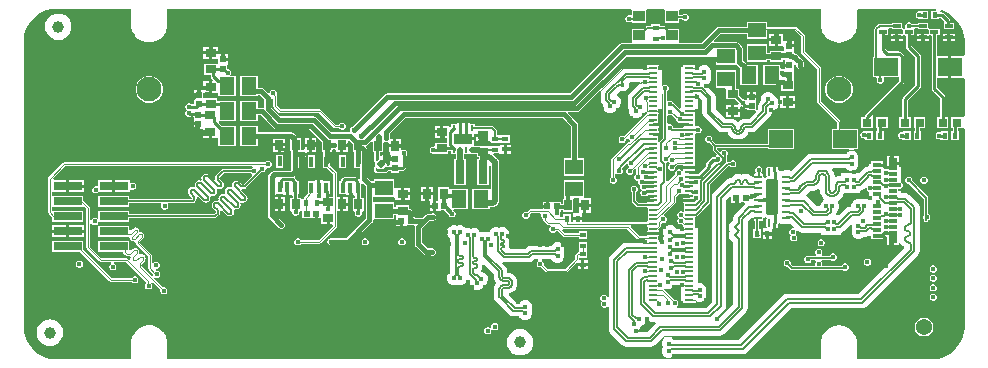
<source format=gbl>
G04*
G04 #@! TF.GenerationSoftware,Altium Limited,Altium Designer,21.7.2 (23)*
G04*
G04 Layer_Physical_Order=4*
G04 Layer_Color=16711680*
%FSLAX44Y44*%
%MOMM*%
G71*
G04*
G04 #@! TF.SameCoordinates,95293772-FAB2-4DE1-B68E-DB320B3E22A3*
G04*
G04*
G04 #@! TF.FilePolarity,Positive*
G04*
G01*
G75*
%ADD16R,0.4500X0.5500*%
%ADD19R,0.5200X0.5200*%
%ADD20R,0.9000X0.7000*%
%ADD23R,0.7000X0.9000*%
%ADD24R,0.5200X0.5200*%
%ADD26R,0.5500X0.4500*%
%ADD32R,2.4000X0.7600*%
%ADD61C,0.1270*%
%ADD62C,0.1778*%
%ADD63C,1.0000*%
%ADD64C,0.1016*%
%ADD65C,0.2540*%
%ADD67C,0.3000*%
%ADD69C,0.3810*%
%ADD70C,0.5000*%
%ADD71C,0.1580*%
%ADD73C,0.4000*%
%ADD76R,1.3680X1.3680*%
%ADD77C,1.3680*%
%ADD78O,1.9000X1.1000*%
%ADD79O,2.4000X1.1000*%
%ADD80C,2.1000*%
%ADD81C,0.4064*%
%ADD82C,0.5080*%
%ADD83R,0.2800X0.5000*%
%ADD84R,1.6000X0.9000*%
%ADD85R,0.8000X2.0000*%
%ADD86R,1.3000X1.5000*%
%ADD87R,1.5000X1.3000*%
%ADD88R,2.0000X1.5000*%
%ADD89R,0.3600X0.3200*%
%ADD90R,0.8000X0.8000*%
%ADD91R,0.7000X0.1800*%
%ADD92R,0.7000X0.3000*%
%ADD93R,0.7000X1.0000*%
%ADD94R,0.7100X0.3000*%
%ADD95R,1.0000X0.9000*%
%ADD96R,0.1500X0.1500*%
%ADD97P,0.6788X4X270.0*%
%ADD98R,0.1500X0.1500*%
%ADD99R,0.4000X0.9000*%
G04:AMPARAMS|DCode=100|XSize=0.25mm|YSize=0.6mm|CornerRadius=0.025mm|HoleSize=0mm|Usage=FLASHONLY|Rotation=270.000|XOffset=0mm|YOffset=0mm|HoleType=Round|Shape=RoundedRectangle|*
%AMROUNDEDRECTD100*
21,1,0.2500,0.5500,0,0,270.0*
21,1,0.2000,0.6000,0,0,270.0*
1,1,0.0500,-0.2750,-0.1000*
1,1,0.0500,-0.2750,0.1000*
1,1,0.0500,0.2750,0.1000*
1,1,0.0500,0.2750,-0.1000*
%
%ADD100ROUNDEDRECTD100*%
G04:AMPARAMS|DCode=101|XSize=0.25mm|YSize=0.6mm|CornerRadius=0.025mm|HoleSize=0mm|Usage=FLASHONLY|Rotation=0.000|XOffset=0mm|YOffset=0mm|HoleType=Round|Shape=RoundedRectangle|*
%AMROUNDEDRECTD101*
21,1,0.2500,0.5500,0,0,0.0*
21,1,0.2000,0.6000,0,0,0.0*
1,1,0.0500,0.1000,-0.2750*
1,1,0.0500,-0.1000,-0.2750*
1,1,0.0500,-0.1000,0.2750*
1,1,0.0500,0.1000,0.2750*
%
%ADD101ROUNDEDRECTD101*%
G04:AMPARAMS|DCode=102|XSize=1mm|YSize=3mm|CornerRadius=0.05mm|HoleSize=0mm|Usage=FLASHONLY|Rotation=0.000|XOffset=0mm|YOffset=0mm|HoleType=Round|Shape=RoundedRectangle|*
%AMROUNDEDRECTD102*
21,1,1.0000,2.9000,0,0,0.0*
21,1,0.9000,3.0000,0,0,0.0*
1,1,0.1000,0.4500,-1.4500*
1,1,0.1000,-0.4500,-1.4500*
1,1,0.1000,-0.4500,1.4500*
1,1,0.1000,0.4500,1.4500*
%
%ADD102ROUNDEDRECTD102*%
%ADD103C,0.1524*%
%ADD104C,0.2032*%
%ADD105C,0.2500*%
%ADD106C,5.3000*%
G36*
X-369912Y58376D02*
X-369912Y58377D01*
X-369912Y58376D01*
X-307374Y58376D01*
Y45000D01*
X-307352Y44948D01*
X-307370Y44894D01*
X-307252Y43099D01*
X-307179Y42950D01*
X-307201Y42785D01*
X-306271Y39318D01*
X-306138Y39144D01*
X-306109Y38926D01*
X-304315Y35818D01*
X-304141Y35684D01*
X-304057Y35482D01*
X-301518Y32943D01*
X-301316Y32859D01*
X-301182Y32685D01*
X-298074Y30891D01*
X-297856Y30862D01*
X-297682Y30728D01*
X-294215Y29799D01*
X-293997Y29828D01*
X-293795Y29744D01*
X-290205D01*
X-290003Y29828D01*
X-289785Y29799D01*
X-286318Y30728D01*
X-286144Y30862D01*
X-285926Y30891D01*
X-282818Y32685D01*
X-282684Y32859D01*
X-282482Y32943D01*
X-279943Y35482D01*
X-279860Y35684D01*
X-279685Y35818D01*
X-277891Y38926D01*
X-277862Y39144D01*
X-277729Y39318D01*
X-276800Y42785D01*
X-276821Y42950D01*
X-276748Y43099D01*
X-276630Y44894D01*
X-276648Y44948D01*
X-276626Y45000D01*
Y58376D01*
X116093Y58376D01*
X117000Y57106D01*
Y53236D01*
X116348Y52860D01*
X115730Y52633D01*
X114747Y53040D01*
X113540D01*
X112426Y52579D01*
X111573Y51726D01*
X111111Y50611D01*
Y49405D01*
X111573Y48291D01*
X112426Y47438D01*
X113540Y46976D01*
X114747D01*
X115730Y47384D01*
X116348Y47157D01*
X117000Y46781D01*
Y46500D01*
X129000D01*
Y57106D01*
X129000Y57500D01*
X129907Y58376D01*
X144093Y58376D01*
X145000Y57106D01*
Y46500D01*
X157000D01*
Y49333D01*
X159409D01*
X159430Y49282D01*
X160282Y48430D01*
X161397Y47968D01*
X162603D01*
X163717Y48430D01*
X164570Y49282D01*
X165032Y50397D01*
Y51603D01*
X164570Y52717D01*
X163717Y53570D01*
X162603Y54032D01*
X161397D01*
X160282Y53570D01*
X159430Y52717D01*
X159409Y52667D01*
X157000D01*
Y57106D01*
X157000Y57500D01*
X157907Y58376D01*
X276626D01*
Y44990D01*
X276648Y44937D01*
X276630Y44883D01*
X276748Y43089D01*
X276821Y42940D01*
X276800Y42775D01*
X277729Y39307D01*
X277862Y39133D01*
X277891Y38916D01*
X279685Y35807D01*
X279859Y35674D01*
X279943Y35471D01*
X282481Y32933D01*
X282684Y32849D01*
X282818Y32675D01*
X285926Y30880D01*
X286144Y30852D01*
X286318Y30718D01*
X289785Y29789D01*
X290003Y29818D01*
X290205Y29734D01*
X293795D01*
X293997Y29818D01*
X294215Y29789D01*
X297682Y30718D01*
X297856Y30852D01*
X298074Y30880D01*
X301182Y32675D01*
X301316Y32849D01*
X301518Y32933D01*
X304057Y35471D01*
X304140Y35674D01*
X304315Y35807D01*
X306109Y38916D01*
X306138Y39133D01*
X306271Y39307D01*
X307201Y42775D01*
X307179Y42940D01*
X307252Y43089D01*
X307370Y44883D01*
X307352Y44937D01*
X307374Y44990D01*
Y57478D01*
X308272Y58376D01*
X369911Y58364D01*
X369913Y58365D01*
X369914Y58364D01*
X371777Y58367D01*
X374449Y58020D01*
X374367Y56750D01*
X370250D01*
Y49250D01*
X376750D01*
Y50686D01*
X378041D01*
X380957Y47770D01*
X380550Y46500D01*
X380550D01*
Y41500D01*
X389650D01*
Y46500D01*
X386315D01*
Y48000D01*
X386138Y48886D01*
X385637Y49637D01*
X380637Y54637D01*
X379886Y55138D01*
X379000Y55314D01*
X377613D01*
X377260Y56207D01*
X378180Y57166D01*
X379070Y56929D01*
X382514Y55510D01*
X385742Y53653D01*
X388701Y51390D01*
X391339Y48761D01*
X393612Y45809D01*
X395480Y42587D01*
X396911Y39148D01*
X397881Y35552D01*
X398373Y31860D01*
X398377Y29997D01*
Y18964D01*
X397107Y18040D01*
X387270D01*
Y9000D01*
Y-40D01*
X397107D01*
X397540Y-40D01*
X398377Y-963D01*
Y-32654D01*
X397107Y-33000D01*
X387250D01*
Y-43000D01*
X388186D01*
Y-45250D01*
X387250D01*
Y-52750D01*
X393750D01*
Y-45250D01*
X392814D01*
Y-43000D01*
X397107D01*
X397250Y-43000D01*
X398377Y-43346D01*
X398377Y-210056D01*
X398376Y-211915D01*
X397890Y-215602D01*
X396927Y-219195D01*
X395503Y-222630D01*
X393643Y-225851D01*
X391378Y-228801D01*
X388748Y-231430D01*
X385797Y-233694D01*
X382576Y-235553D01*
X379140Y-236975D01*
X375547Y-237937D01*
X371860Y-238422D01*
X370000Y-238422D01*
X370000Y-238422D01*
X370000Y-238422D01*
X307374D01*
Y-225045D01*
X307352Y-224993D01*
X307370Y-224939D01*
X307252Y-223144D01*
X307179Y-222995D01*
X307201Y-222831D01*
X306271Y-219363D01*
X306138Y-219189D01*
X306109Y-218972D01*
X304315Y-215863D01*
X304140Y-215730D01*
X304057Y-215527D01*
X301518Y-212989D01*
X301316Y-212905D01*
X301182Y-212731D01*
X298074Y-210936D01*
X297856Y-210907D01*
X297682Y-210774D01*
X294215Y-209845D01*
X293997Y-209874D01*
X293795Y-209790D01*
X290205D01*
X290003Y-209874D01*
X289785Y-209845D01*
X286318Y-210774D01*
X286144Y-210907D01*
X285926Y-210936D01*
X282818Y-212731D01*
X282684Y-212905D01*
X282481Y-212989D01*
X279943Y-215527D01*
X279860Y-215730D01*
X279685Y-215863D01*
X277891Y-218972D01*
X277862Y-219189D01*
X277729Y-219363D01*
X276800Y-222831D01*
X276821Y-222995D01*
X276748Y-223144D01*
X276630Y-224939D01*
X276648Y-224993D01*
X276626Y-225045D01*
Y-237481D01*
X275728Y-238379D01*
X-276626Y-238364D01*
Y-225023D01*
X-276648Y-224970D01*
X-276630Y-224916D01*
X-276748Y-223122D01*
X-276821Y-222973D01*
X-276800Y-222808D01*
X-277729Y-219340D01*
X-277862Y-219166D01*
X-277891Y-218949D01*
X-279685Y-215840D01*
X-279860Y-215707D01*
X-279943Y-215504D01*
X-282482Y-212966D01*
X-282684Y-212882D01*
X-282818Y-212708D01*
X-285926Y-210913D01*
X-286144Y-210885D01*
X-286318Y-210751D01*
X-289785Y-209822D01*
X-290003Y-209851D01*
X-290205Y-209767D01*
X-293795D01*
X-293997Y-209851D01*
X-294215Y-209822D01*
X-297682Y-210751D01*
X-297856Y-210885D01*
X-298074Y-210913D01*
X-301182Y-212708D01*
X-301316Y-212882D01*
X-301518Y-212966D01*
X-304057Y-215504D01*
X-304140Y-215707D01*
X-304315Y-215840D01*
X-306109Y-218949D01*
X-306138Y-219166D01*
X-306271Y-219340D01*
X-307201Y-222808D01*
X-307179Y-222973D01*
X-307252Y-223122D01*
X-307370Y-224916D01*
X-307352Y-224970D01*
X-307374Y-225023D01*
Y-238399D01*
X-370000Y-238410D01*
X-371860D01*
X-375548Y-237924D01*
X-379141Y-236961D01*
X-382578Y-235538D01*
X-385799Y-233678D01*
X-388750Y-231413D01*
X-391380Y-228783D01*
X-393645Y-225832D01*
X-395505Y-222610D01*
X-396928Y-219174D01*
X-397891Y-215581D01*
X-398377Y-211893D01*
Y-210034D01*
X-398288Y30010D01*
X-398288Y30010D01*
X-398288Y30010D01*
X-398288Y31870D01*
X-397802Y35557D01*
X-396839Y39149D01*
X-395415Y42585D01*
X-393555Y45806D01*
X-391290Y48755D01*
X-388660Y51385D01*
X-385709Y53649D01*
X-382488Y55507D01*
X-379052Y56930D01*
X-375459Y57892D01*
X-371772Y58377D01*
X-369912Y58376D01*
D02*
G37*
%LPC*%
G36*
X367750Y56750D02*
X361250D01*
Y56464D01*
X360603Y56032D01*
X359397D01*
X358283Y55570D01*
X357430Y54717D01*
X356968Y53603D01*
Y52397D01*
X357430Y51283D01*
X358283Y50430D01*
X359397Y49968D01*
X360603D01*
X361250Y49536D01*
Y49250D01*
X367750D01*
Y56750D01*
D02*
G37*
G36*
X351603Y47032D02*
X350397D01*
X349282Y46570D01*
X348430Y45718D01*
X347968Y44603D01*
Y43397D01*
X348228Y42770D01*
X347553Y41500D01*
X346350Y41500D01*
X345650Y42480D01*
X345650Y42770D01*
Y46500D01*
X336550D01*
Y45667D01*
X326538D01*
X325900Y45540D01*
X325359Y45179D01*
X322536Y42356D01*
X322175Y41815D01*
X322048Y41177D01*
Y17500D01*
X321000D01*
Y2296D01*
X320968Y2135D01*
X321000Y1974D01*
Y500D01*
X322474D01*
X322635Y468D01*
X322796Y500D01*
X323553D01*
X324228Y-770D01*
X323968Y-1397D01*
Y-2603D01*
X324430Y-3717D01*
X325283Y-4570D01*
X326397Y-5032D01*
X327603D01*
X328717Y-4570D01*
X329570Y-3717D01*
X330032Y-2603D01*
Y-1397D01*
X329772Y-770D01*
X330447Y500D01*
X342686D01*
Y-3041D01*
X314363Y-31363D01*
X313862Y-32114D01*
X313685Y-33000D01*
X311000D01*
Y-43000D01*
X321000D01*
Y-33000D01*
X320933D01*
X320447Y-31827D01*
X346637Y-5637D01*
X347138Y-4886D01*
X347314Y-4000D01*
Y18000D01*
X347138Y18886D01*
X346637Y19637D01*
X344687Y21586D01*
X343937Y22088D01*
X343051Y22264D01*
X333368D01*
X331214Y24417D01*
Y36500D01*
X333450D01*
Y41500D01*
X334375Y42333D01*
X336550D01*
Y41500D01*
X344789D01*
X345650Y41500D01*
X346350Y40520D01*
X346350Y40230D01*
Y38244D01*
X346190Y37040D01*
X345307Y37040D01*
X345307Y37040D01*
X345304Y37040D01*
X342370Y37040D01*
Y35270D01*
X346190D01*
Y35296D01*
X346350Y36500D01*
X347687Y36500D01*
X348586Y35602D01*
Y26100D01*
X348762Y25215D01*
X349263Y24464D01*
X356685Y17042D01*
Y-6041D01*
X346363Y-16363D01*
X345862Y-17114D01*
X345686Y-18000D01*
Y-33000D01*
X342750D01*
Y-43000D01*
X352750D01*
Y-33000D01*
X350314D01*
Y-18959D01*
X360637Y-8637D01*
X361138Y-7886D01*
X361315Y-7000D01*
Y18000D01*
X361138Y18886D01*
X360637Y19637D01*
X353214Y27059D01*
Y36500D01*
X355450D01*
Y41500D01*
X356375Y42333D01*
X358550D01*
Y41500D01*
X366789D01*
X367650Y41500D01*
X368350Y40520D01*
X368350Y40230D01*
Y38244D01*
X368190Y37040D01*
X367307Y37040D01*
X367307Y37040D01*
X367304Y37040D01*
X364370Y37040D01*
Y35270D01*
X368190D01*
Y35296D01*
X368350Y36500D01*
X369688Y36500D01*
X370586Y35602D01*
Y-9900D01*
X370762Y-10786D01*
X371263Y-11537D01*
X377435Y-17709D01*
Y-33000D01*
X374750D01*
Y-43000D01*
X384750D01*
Y-33000D01*
X382065D01*
Y-16750D01*
X381888Y-15864D01*
X381387Y-15113D01*
X375215Y-8941D01*
Y-40D01*
X384730D01*
Y9000D01*
Y18040D01*
X375215D01*
Y36500D01*
X377450D01*
Y41500D01*
X369211D01*
X368350Y41500D01*
X367650Y42480D01*
X367650Y42770D01*
Y46500D01*
X358550D01*
Y45667D01*
X353591D01*
X353570Y45718D01*
X352718Y46570D01*
X351603Y47032D01*
D02*
G37*
G36*
X339830Y37040D02*
X336010D01*
Y35270D01*
X339830D01*
Y37040D01*
D02*
G37*
G36*
X361830D02*
X358010D01*
Y35270D01*
X361830D01*
Y37040D01*
D02*
G37*
G36*
X390190D02*
X386370D01*
Y35270D01*
X390190D01*
Y37040D01*
D02*
G37*
G36*
X383830D02*
X380010D01*
Y35270D01*
X383830D01*
Y37040D01*
D02*
G37*
G36*
X-369000Y54221D02*
X-371904Y53839D01*
X-374610Y52718D01*
X-376934Y50934D01*
X-378718Y48611D01*
X-379839Y45904D01*
X-380221Y43000D01*
X-379839Y40096D01*
X-378718Y37390D01*
X-376934Y35066D01*
X-374610Y33282D01*
X-371904Y32161D01*
X-369000Y31779D01*
X-366096Y32161D01*
X-363390Y33282D01*
X-361065Y35066D01*
X-359282Y37390D01*
X-358161Y40096D01*
X-357779Y43000D01*
X-358161Y45904D01*
X-359282Y48611D01*
X-361065Y50934D01*
X-363390Y52718D01*
X-366096Y53839D01*
X-369000Y54221D01*
D02*
G37*
G36*
X390190Y32730D02*
X386370D01*
Y30960D01*
X390190D01*
Y32730D01*
D02*
G37*
G36*
X383830D02*
X380010D01*
Y30960D01*
X383830D01*
Y32730D01*
D02*
G37*
G36*
X368190Y32730D02*
X364370D01*
Y30960D01*
X368190D01*
Y32730D01*
D02*
G37*
G36*
X361830D02*
X358010D01*
Y30960D01*
X361830D01*
Y32730D01*
D02*
G37*
G36*
X346190Y32730D02*
X342370D01*
Y30960D01*
X346190D01*
Y32730D01*
D02*
G37*
G36*
X339830D02*
X336010D01*
Y30960D01*
X339830D01*
Y32730D01*
D02*
G37*
G36*
X231500Y47500D02*
X214500D01*
Y42962D01*
X190409D01*
X189275Y42736D01*
X188314Y42094D01*
X175738Y29518D01*
X157695D01*
X157000Y30500D01*
X157000Y30788D01*
Y41500D01*
X147358D01*
X145679Y43179D01*
X145138Y43540D01*
X144500Y43667D01*
X140750D01*
Y45250D01*
X133250D01*
Y43667D01*
X132000D01*
X132000Y43667D01*
X129500D01*
X128862Y43540D01*
X128321Y43179D01*
X126643Y41500D01*
X117000D01*
Y30788D01*
X117000Y30500D01*
X116305Y29518D01*
X108354D01*
X107220Y29292D01*
X106259Y28650D01*
X64306Y-13304D01*
X-90586D01*
X-91719Y-13529D01*
X-92680Y-14171D01*
X-103415Y-24906D01*
X-103415Y-24906D01*
X-120548Y-42039D01*
X-120717Y-42109D01*
X-121570Y-42962D01*
X-122032Y-44076D01*
Y-45283D01*
X-122961Y-46358D01*
X-137655D01*
X-150431Y-33583D01*
X-151423Y-32919D01*
X-152594Y-32687D01*
X-152594Y-32687D01*
X-181052D01*
X-188452Y-25287D01*
Y-18180D01*
X-187181Y-17328D01*
X-186922Y-17434D01*
Y-24326D01*
X-186444Y-25480D01*
X-182323Y-29601D01*
X-181169Y-30079D01*
X-147996D01*
X-135600Y-42475D01*
X-134446Y-42953D01*
X-131062D01*
X-131027Y-43038D01*
X-130174Y-43891D01*
X-129059Y-44352D01*
X-127853D01*
X-126739Y-43891D01*
X-125886Y-43038D01*
X-125424Y-41924D01*
Y-40717D01*
X-125886Y-39603D01*
X-126739Y-38750D01*
X-127853Y-38289D01*
X-129059D01*
X-130174Y-38750D01*
X-131027Y-39603D01*
X-131062Y-39688D01*
X-133770D01*
X-146165Y-27293D01*
X-147320Y-26815D01*
X-180493D01*
X-183658Y-23650D01*
Y-15301D01*
X-184077Y-14289D01*
X-183869Y-13785D01*
Y-12579D01*
X-184330Y-11465D01*
X-185183Y-10612D01*
X-186298Y-10150D01*
X-187504D01*
X-188618Y-10612D01*
X-189471Y-11465D01*
X-189933Y-12579D01*
Y-12717D01*
X-191203Y-13243D01*
X-195059Y-9387D01*
X-196051Y-8724D01*
X-197222Y-8491D01*
X-197222Y-8491D01*
X-199879D01*
Y1029D01*
X-214879D01*
Y-15971D01*
X-199879D01*
Y-14609D01*
X-198489D01*
X-194569Y-18528D01*
Y-24948D01*
X-194732Y-25135D01*
X-195839Y-25808D01*
X-196339Y-25708D01*
X-199879D01*
Y-19969D01*
X-214879D01*
Y-36969D01*
X-199879D01*
Y-31632D01*
X-197566D01*
X-186453Y-42745D01*
X-185492Y-43387D01*
X-184359Y-43612D01*
X-156446D01*
X-150214Y-49845D01*
X-150796Y-51058D01*
X-151435Y-51058D01*
X-154120D01*
Y-55828D01*
X-150350D01*
Y-52234D01*
X-150350Y-51505D01*
X-149136Y-50922D01*
X-145947Y-54112D01*
Y-55679D01*
X-145890Y-55965D01*
Y-62598D01*
X-144757D01*
Y-65598D01*
X-144890D01*
Y-76598D01*
X-141198D01*
X-136143Y-81653D01*
Y-96969D01*
X-136140Y-96977D01*
Y-100726D01*
X-139326D01*
Y-98598D01*
X-138890D01*
Y-87598D01*
X-144850D01*
Y-87058D01*
X-147120D01*
Y-93098D01*
X-149660D01*
Y-87058D01*
X-151930D01*
Y-87598D01*
X-157890D01*
Y-97872D01*
X-160397Y-100379D01*
X-160875Y-101533D01*
Y-102486D01*
X-162230D01*
X-162493Y-102486D01*
X-163500Y-101852D01*
Y-101500D01*
X-165935D01*
Y-98500D01*
X-165500D01*
Y-87500D01*
X-166961D01*
X-167092Y-86846D01*
X-167593Y-86095D01*
X-168481Y-85207D01*
X-168579Y-84679D01*
X-168472Y-83622D01*
X-168409Y-83524D01*
X-166501Y-81616D01*
X-165858Y-80655D01*
X-165633Y-79521D01*
Y-76500D01*
X-165500D01*
Y-67477D01*
X-162794D01*
X-162766Y-67488D01*
X-161560D01*
X-160446Y-67026D01*
X-159593Y-66174D01*
X-159131Y-65059D01*
Y-63853D01*
X-158654Y-63138D01*
X-156660D01*
Y-58368D01*
X-160430D01*
Y-60517D01*
X-161560Y-61424D01*
X-162766D01*
X-163500Y-60353D01*
Y-51500D01*
X-166633D01*
Y-51144D01*
X-166859Y-50010D01*
X-167501Y-49049D01*
X-169438Y-47112D01*
X-170399Y-46470D01*
X-171532Y-46245D01*
X-199879D01*
Y-40707D01*
X-214879D01*
Y-57707D01*
X-199879D01*
Y-52169D01*
X-187040D01*
Y-55730D01*
X-182000D01*
X-176960D01*
Y-52169D01*
X-172759D01*
X-172557Y-52371D01*
Y-57001D01*
X-172500Y-57287D01*
Y-62500D01*
X-171582D01*
Y-67074D01*
X-171557Y-67198D01*
Y-78294D01*
X-172054Y-78791D01*
X-186173D01*
X-187307Y-79016D01*
X-188268Y-79659D01*
X-190499Y-81890D01*
X-191141Y-82851D01*
X-191367Y-83985D01*
Y-116595D01*
X-191141Y-117729D01*
X-190499Y-118689D01*
X-182640Y-126548D01*
X-182570Y-126718D01*
X-181717Y-127570D01*
X-180603Y-128032D01*
X-179397D01*
X-178283Y-127570D01*
X-177430Y-126718D01*
X-176968Y-125603D01*
Y-124397D01*
X-177430Y-123282D01*
X-178283Y-122430D01*
X-178452Y-122360D01*
X-185443Y-115368D01*
Y-113040D01*
X-183270D01*
Y-107000D01*
Y-100960D01*
X-185443D01*
Y-99289D01*
X-184500Y-98500D01*
X-178540D01*
Y-99040D01*
X-176270D01*
Y-93000D01*
X-173730D01*
Y-99040D01*
X-171460D01*
X-170564Y-99939D01*
Y-101500D01*
X-172500D01*
Y-112500D01*
X-171631D01*
X-171032Y-113397D01*
Y-114603D01*
X-170570Y-115717D01*
X-169718Y-116570D01*
X-168603Y-117032D01*
X-167397D01*
X-166283Y-116570D01*
X-165430Y-115717D01*
X-164968Y-114603D01*
Y-113522D01*
X-164069Y-112500D01*
X-163613D01*
X-163500Y-112500D01*
X-162342Y-112772D01*
Y-118654D01*
X-155929D01*
X-154882Y-119195D01*
X-154096Y-119194D01*
X-152013D01*
Y-115055D01*
X-149473D01*
Y-119194D01*
X-146603Y-119195D01*
X-146556Y-120445D01*
Y-124266D01*
X-141786D01*
Y-119226D01*
X-139246D01*
Y-124266D01*
X-137287D01*
X-136761Y-125536D01*
X-148593Y-137368D01*
X-163394D01*
X-163430Y-137282D01*
X-164282Y-136430D01*
X-165397Y-135968D01*
X-166603D01*
X-167717Y-136430D01*
X-168570Y-137282D01*
X-169032Y-138397D01*
Y-139603D01*
X-168570Y-140717D01*
X-167717Y-141570D01*
X-166603Y-142032D01*
X-165397D01*
X-164282Y-141570D01*
X-163430Y-140717D01*
X-163394Y-140632D01*
X-147917D01*
X-146763Y-140154D01*
X-133354Y-126745D01*
X-132875Y-125591D01*
Y-113237D01*
X-130062D01*
Y-107197D01*
Y-101157D01*
X-132875D01*
Y-96972D01*
X-132879Y-96964D01*
Y-80977D01*
X-133357Y-79823D01*
X-138890Y-74290D01*
Y-71290D01*
X-138833Y-71003D01*
Y-62598D01*
X-136890D01*
Y-61003D01*
X-136055Y-60445D01*
X-134849D01*
X-133832Y-61125D01*
Y-63237D01*
X-130062D01*
Y-57197D01*
X-128792D01*
Y-55927D01*
X-123752D01*
Y-53801D01*
X-122482Y-53275D01*
X-119292Y-56465D01*
Y-62697D01*
X-118351D01*
Y-71197D01*
X-118292Y-71493D01*
Y-76697D01*
X-113556D01*
Y-85128D01*
X-114712Y-85694D01*
X-114780Y-85701D01*
X-115874Y-84607D01*
X-116625Y-84105D01*
X-117510Y-83929D01*
X-126074D01*
X-126960Y-84105D01*
X-127711Y-84607D01*
X-129199Y-86095D01*
X-129701Y-86846D01*
X-129870Y-87697D01*
X-131292D01*
Y-98697D01*
X-125332D01*
Y-99237D01*
X-123062D01*
Y-93197D01*
X-120522D01*
Y-99237D01*
X-118252D01*
X-117357Y-100136D01*
Y-101697D01*
X-119292D01*
Y-112697D01*
X-118644D01*
X-117854Y-113967D01*
X-118032Y-114397D01*
Y-115603D01*
X-117570Y-116718D01*
X-116718Y-117570D01*
X-115603Y-118032D01*
X-114397D01*
X-113282Y-117570D01*
X-112430Y-116718D01*
X-111968Y-115603D01*
Y-114397D01*
X-112146Y-113967D01*
X-111356Y-112697D01*
X-110292D01*
Y-101697D01*
X-112728D01*
Y-98697D01*
X-112292D01*
Y-89755D01*
X-111119Y-89269D01*
X-108791Y-91597D01*
Y-119465D01*
X-125267Y-135941D01*
X-138000D01*
X-138135Y-135968D01*
X-138603D01*
X-139036Y-136147D01*
X-139171Y-136174D01*
X-139285Y-136250D01*
X-139718Y-136430D01*
X-140049Y-136761D01*
X-140163Y-136837D01*
X-140239Y-136951D01*
X-140570Y-137282D01*
X-140750Y-137715D01*
X-140826Y-137830D01*
X-140853Y-137964D01*
X-141032Y-138397D01*
Y-138865D01*
X-141059Y-139000D01*
X-141032Y-139135D01*
Y-139603D01*
X-140853Y-140036D01*
X-140826Y-140170D01*
X-140750Y-140285D01*
X-140570Y-140717D01*
X-140239Y-141049D01*
X-140163Y-141163D01*
X-140049Y-141239D01*
X-139718Y-141570D01*
X-139285Y-141750D01*
X-139171Y-141826D01*
X-139036Y-141853D01*
X-138603Y-142032D01*
X-138135D01*
X-138000Y-142059D01*
X-124000D01*
X-124000Y-142059D01*
X-122830Y-141826D01*
X-121837Y-141163D01*
X-103569Y-122895D01*
X-103569Y-122895D01*
X-102906Y-121902D01*
X-102673Y-120732D01*
X-102673Y-120732D01*
Y-120234D01*
X-101500Y-120000D01*
X-101403Y-120000D01*
X-84500D01*
Y-116584D01*
X-83230Y-116058D01*
X-82928Y-116360D01*
Y-117000D01*
X-82617Y-118141D01*
Y-120327D01*
X-78477D01*
Y-121597D01*
X-77207D01*
Y-125737D01*
X-75123D01*
X-74337Y-125737D01*
X-73291Y-125197D01*
X-68041D01*
X-66962Y-126280D01*
X-66962Y-126432D01*
Y-130914D01*
X-67014Y-131174D01*
Y-141010D01*
X-66788Y-142143D01*
X-66146Y-143104D01*
X-59636Y-149614D01*
X-58675Y-150257D01*
X-57541Y-150482D01*
X-53104D01*
X-52817Y-150601D01*
X-51611D01*
X-50497Y-150139D01*
X-49644Y-149286D01*
X-49182Y-148172D01*
Y-146966D01*
X-49644Y-145851D01*
X-50497Y-144998D01*
X-51611Y-144537D01*
X-52817D01*
X-52869Y-144558D01*
X-56314D01*
X-61090Y-139783D01*
Y-131383D01*
X-61038Y-131123D01*
Y-127507D01*
X-57405Y-123874D01*
X-57405Y-123874D01*
X-54603Y-121072D01*
X-52655D01*
X-52603Y-121093D01*
X-51397D01*
X-50283Y-120632D01*
X-49430Y-119779D01*
X-48968Y-118665D01*
Y-117458D01*
X-49430Y-116344D01*
X-50283Y-115491D01*
X-51397Y-115029D01*
X-52603D01*
X-52890Y-115148D01*
X-55830D01*
X-56963Y-115373D01*
X-57924Y-116016D01*
X-60726Y-118817D01*
X-66877D01*
Y-117997D01*
X-68210D01*
Y-114732D01*
X-68436Y-113598D01*
X-69078Y-112638D01*
X-69714Y-112001D01*
X-70675Y-111359D01*
X-71809Y-111133D01*
X-71928D01*
Y-108000D01*
X-82928D01*
Y-109538D01*
X-84500D01*
Y-105000D01*
X-101403D01*
X-101500Y-105000D01*
X-102673Y-104766D01*
Y-101234D01*
X-101500Y-101000D01*
Y-101000D01*
X-84738D01*
X-84500Y-101000D01*
X-83468Y-101575D01*
Y-103540D01*
X-78698D01*
Y-98500D01*
Y-93460D01*
X-83230D01*
X-83468Y-93460D01*
X-84500Y-92885D01*
Y-86000D01*
X-101500D01*
Y-87441D01*
X-104295D01*
X-107439Y-84298D01*
Y-61275D01*
X-107671Y-60105D01*
X-108335Y-59113D01*
X-108554Y-58893D01*
X-108174Y-57524D01*
X-108146Y-57505D01*
X-107182Y-56860D01*
X-103909Y-53587D01*
X-102639Y-54113D01*
Y-63333D01*
X-101314D01*
Y-66434D01*
X-101430Y-66712D01*
Y-70311D01*
X-101113Y-71077D01*
X-101216Y-72409D01*
X-101619Y-72811D01*
X-101216Y-73215D01*
X-101113Y-74546D01*
X-101430Y-75311D01*
Y-76942D01*
X-101485Y-77026D01*
X-101662Y-77912D01*
X-101485Y-78797D01*
X-101430Y-78881D01*
Y-78911D01*
X-101113Y-79677D01*
X-100673Y-79859D01*
X-100420Y-80112D01*
X-99669Y-80614D01*
X-98783Y-80790D01*
X-92121D01*
X-91236Y-80614D01*
X-90485Y-80112D01*
X-89499Y-79126D01*
X-87647D01*
Y-80412D01*
X-80447D01*
Y-79126D01*
X-77967D01*
X-77082Y-78950D01*
X-76331Y-78448D01*
X-74843Y-76960D01*
X-74341Y-76209D01*
X-74165Y-75324D01*
Y-65941D01*
X-73909Y-65686D01*
X-73447Y-64571D01*
Y-63365D01*
X-73909Y-62250D01*
X-74762Y-61398D01*
X-75876Y-60936D01*
X-77083D01*
X-77829Y-61245D01*
X-78833Y-60767D01*
X-79099Y-60504D01*
Y-59103D01*
X-84139D01*
X-89179D01*
Y-63873D01*
X-89127D01*
X-88187Y-64672D01*
X-88187Y-65143D01*
Y-67541D01*
X-84047D01*
Y-70081D01*
X-88187D01*
Y-72165D01*
X-88187Y-72951D01*
X-88045Y-73227D01*
X-88819Y-74497D01*
X-90273D01*
X-90896Y-73447D01*
X-90878Y-73215D01*
X-90475Y-72811D01*
X-92112Y-71175D01*
X-91754Y-70311D01*
X-92047D01*
X-93847Y-68512D01*
Y-67712D01*
X-94017D01*
Y-65422D01*
X-95037D01*
Y-66343D01*
X-95688Y-66546D01*
X-96685Y-65737D01*
Y-63333D01*
X-93639D01*
Y-54998D01*
X-92369Y-54164D01*
X-92015Y-54310D01*
X-90809D01*
X-90449Y-54162D01*
X-89179Y-54993D01*
Y-56563D01*
X-85409D01*
Y-51793D01*
X-88380D01*
Y-50675D01*
X-88450Y-50506D01*
Y-46996D01*
X-75302Y-33847D01*
X57693D01*
X65038Y-41193D01*
Y-68061D01*
X59500D01*
Y-83061D01*
X76500D01*
Y-68061D01*
X70962D01*
Y-39966D01*
X70736Y-38832D01*
X70094Y-37871D01*
X62435Y-30213D01*
X62921Y-29039D01*
X70058D01*
X70059Y-29039D01*
X71229Y-28806D01*
X72221Y-28143D01*
X90216Y-10148D01*
X91203Y-10958D01*
X90918Y-11385D01*
X90573Y-13119D01*
Y-19026D01*
X90918Y-20760D01*
X91900Y-22230D01*
X92361Y-22691D01*
X92292Y-22857D01*
Y-25181D01*
X93181Y-27328D01*
X94825Y-28972D01*
X96972Y-29861D01*
X99296D01*
X101443Y-28972D01*
X103087Y-27328D01*
X103654Y-25958D01*
X105024Y-25391D01*
X106667Y-23748D01*
X107557Y-21600D01*
Y-19276D01*
X106667Y-17129D01*
X105024Y-15486D01*
X104211Y-15149D01*
X103963Y-13903D01*
X106620Y-11246D01*
X108689Y-11658D01*
X110820Y-11234D01*
X112626Y-10027D01*
X112626Y-10027D01*
X112626Y-10027D01*
X112626Y-10027D01*
X113833Y-8221D01*
X114257Y-6090D01*
X114015Y-4872D01*
X115026Y-3675D01*
X123753D01*
X124139Y-4945D01*
X123080Y-5652D01*
X123080Y-5652D01*
X114477Y-14255D01*
X113495Y-15725D01*
X113150Y-17460D01*
Y-23879D01*
X113495Y-25614D01*
X114393Y-26957D01*
X114311Y-27153D01*
Y-29477D01*
X115201Y-31624D01*
X116844Y-33268D01*
X118991Y-34157D01*
X121315D01*
X123463Y-33268D01*
X125106Y-31624D01*
X125673Y-30254D01*
X127043Y-29687D01*
X128020Y-28710D01*
X129560D01*
Y-30395D01*
X128472Y-30846D01*
X109714Y-49604D01*
X109072Y-49338D01*
X107865D01*
X106751Y-49800D01*
X105898Y-50653D01*
X105437Y-51767D01*
Y-52973D01*
X105898Y-54088D01*
X106751Y-54941D01*
X107865Y-55402D01*
X109072D01*
X110186Y-54941D01*
X111039Y-54088D01*
X111501Y-52973D01*
Y-52434D01*
X112642Y-51293D01*
X114140Y-51591D01*
X114167Y-51655D01*
X115020Y-52508D01*
X115054Y-52522D01*
X115319Y-53852D01*
X114468Y-54809D01*
X113441D01*
X112287Y-55287D01*
X99846Y-67728D01*
X99368Y-68882D01*
Y-84195D01*
X99283Y-84230D01*
X98430Y-85083D01*
X97968Y-86197D01*
Y-87404D01*
X98430Y-88518D01*
X99283Y-89371D01*
X100397Y-89832D01*
X101603D01*
X102718Y-89371D01*
X103570Y-88518D01*
X104032Y-87404D01*
Y-86197D01*
X103570Y-85083D01*
X102718Y-84230D01*
X102632Y-84195D01*
Y-81888D01*
X103902Y-81362D01*
X104047Y-81507D01*
X105161Y-81968D01*
X106368D01*
X107482Y-81507D01*
X108335Y-80654D01*
X108797Y-79539D01*
Y-78333D01*
X108335Y-77219D01*
X108182Y-77066D01*
X108308Y-76878D01*
X108329Y-76772D01*
X111850Y-73251D01*
X113348Y-73549D01*
X113401Y-73676D01*
X114254Y-74529D01*
X114534Y-76019D01*
X114360Y-76312D01*
X113246Y-76774D01*
X112393Y-77627D01*
X111931Y-78741D01*
Y-79948D01*
X112393Y-81062D01*
X113246Y-81915D01*
X114360Y-82376D01*
X115567D01*
X116681Y-81915D01*
X117534Y-81062D01*
X117996Y-79948D01*
Y-78741D01*
X117870Y-78438D01*
X119328Y-76980D01*
X120502Y-77466D01*
Y-81504D01*
X120000Y-81712D01*
X119147Y-82565D01*
X118685Y-83680D01*
Y-84886D01*
X119147Y-86000D01*
X120000Y-86853D01*
X121114Y-87315D01*
X121696D01*
X121888Y-87602D01*
Y-88808D01*
X122350Y-89922D01*
X123203Y-90775D01*
X123978Y-91097D01*
X123582Y-92053D01*
Y-93259D01*
X124044Y-94374D01*
X124875Y-95205D01*
X124389Y-95692D01*
X123927Y-96806D01*
Y-98013D01*
X124389Y-99127D01*
X125242Y-99980D01*
X126356Y-100442D01*
X127562D01*
X128290Y-100140D01*
X129322Y-100641D01*
X129560Y-100884D01*
Y-102730D01*
X134600D01*
Y-105270D01*
X129560D01*
Y-106333D01*
X122866D01*
X119985Y-103452D01*
Y-98499D01*
X120022Y-98313D01*
Y-97070D01*
X120321Y-96946D01*
X121173Y-96094D01*
X121635Y-94979D01*
Y-93773D01*
X121173Y-92659D01*
X120321Y-91806D01*
X119206Y-91344D01*
X118000D01*
X116885Y-91806D01*
X116033Y-92659D01*
X115571Y-93773D01*
Y-94979D01*
X116033Y-96094D01*
X116688Y-96749D01*
Y-98164D01*
X116651Y-98350D01*
Y-104143D01*
X116778Y-104781D01*
X117139Y-105321D01*
X120996Y-109179D01*
X121537Y-109540D01*
X122175Y-109667D01*
X129009D01*
X130100Y-110100D01*
Y-113900D01*
X130100Y-113900D01*
Y-114100D01*
X130100D01*
X130100Y-115170D01*
Y-117900D01*
X130100Y-117900D01*
Y-118100D01*
X130100D01*
X130100Y-119170D01*
Y-120752D01*
X129763Y-121907D01*
X128841Y-121925D01*
X74831D01*
Y-120570D01*
X71041D01*
X67251D01*
Y-121925D01*
X65291D01*
Y-115550D01*
X58791D01*
Y-117667D01*
X56245D01*
X55921Y-117203D01*
X55594Y-116397D01*
X55968Y-115496D01*
Y-114290D01*
X55828Y-113952D01*
X56540Y-112682D01*
X56766D01*
Y-111736D01*
X58164D01*
Y-113701D01*
X67164D01*
Y-102702D01*
X68169Y-102061D01*
X70395D01*
X71624Y-102162D01*
X71624Y-103331D01*
Y-106932D01*
X76664D01*
X81704D01*
Y-102162D01*
X77729D01*
X76500Y-102061D01*
X76500Y-100892D01*
Y-87061D01*
X59500D01*
Y-102061D01*
X58495Y-102702D01*
X58164D01*
Y-106638D01*
X56766D01*
Y-105482D01*
X49566D01*
X49306Y-104942D01*
X46436D01*
Y-109082D01*
X45166D01*
Y-110352D01*
X41026D01*
Y-111638D01*
X30355D01*
X29201Y-112116D01*
X27681Y-113635D01*
X27596Y-113600D01*
X26390D01*
X25276Y-114062D01*
X24423Y-114915D01*
X23961Y-116029D01*
Y-117235D01*
X24423Y-118350D01*
X25276Y-119202D01*
X26390Y-119664D01*
X27596D01*
X28711Y-119202D01*
X29564Y-118350D01*
X30025Y-117235D01*
Y-116029D01*
X29990Y-115944D01*
X31031Y-114902D01*
X39064D01*
X39913Y-116173D01*
X39883Y-116246D01*
Y-117452D01*
X40344Y-118567D01*
X41197Y-119420D01*
X41282Y-119455D01*
Y-120351D01*
X41760Y-121505D01*
X44462Y-124207D01*
X45616Y-124685D01*
X47519D01*
X47947Y-125955D01*
X47398Y-126505D01*
X46936Y-127619D01*
Y-128826D01*
X47398Y-129940D01*
X48250Y-130793D01*
X49365Y-131254D01*
X50571D01*
X51686Y-130793D01*
X52538Y-129940D01*
X53747Y-130047D01*
X58253Y-134552D01*
X59407Y-135030D01*
X71510D01*
Y-136648D01*
X79010D01*
Y-130148D01*
X71510D01*
Y-131766D01*
X60083D01*
X57525Y-129208D01*
X57953Y-128321D01*
X58176Y-128062D01*
X112754D01*
X121235Y-136543D01*
X122389Y-137021D01*
X128187D01*
X128320Y-137154D01*
X129474Y-137632D01*
X129560D01*
Y-139290D01*
X127290D01*
Y-139812D01*
X111461D01*
X109628Y-140177D01*
X108074Y-141215D01*
X98313Y-150976D01*
X97275Y-152530D01*
X96910Y-154363D01*
Y-185733D01*
X95640Y-185985D01*
X95289Y-185138D01*
X94436Y-184285D01*
X93322Y-183823D01*
X92115D01*
X91001Y-184285D01*
X90148Y-185138D01*
X89686Y-186252D01*
Y-187458D01*
X90148Y-188573D01*
X91001Y-189426D01*
X90699Y-190675D01*
X90458Y-191257D01*
Y-192463D01*
X90920Y-193578D01*
X91773Y-194431D01*
X92887Y-194892D01*
X94093D01*
X95208Y-194431D01*
X95640Y-193998D01*
X96910Y-194524D01*
Y-212490D01*
X97275Y-214324D01*
X98313Y-215878D01*
X108688Y-226253D01*
X110243Y-227292D01*
X112076Y-227656D01*
X132978D01*
X134811Y-227292D01*
X136365Y-226253D01*
X143681Y-218937D01*
X143931Y-218991D01*
X144143Y-219518D01*
X144221Y-220354D01*
X142761Y-221813D01*
X141872Y-223960D01*
Y-226285D01*
X142650Y-228162D01*
X141872Y-230040D01*
Y-232365D01*
X142761Y-234512D01*
X144404Y-236155D01*
X146552Y-237045D01*
X148876D01*
X151023Y-236155D01*
X152666Y-234512D01*
X152733Y-234351D01*
X210392D01*
X212225Y-233986D01*
X213780Y-232947D01*
X251385Y-195342D01*
X311581D01*
X313415Y-194978D01*
X314969Y-193939D01*
X358814Y-150094D01*
X359853Y-148540D01*
X360217Y-146706D01*
Y-142056D01*
Y-109749D01*
X359853Y-107915D01*
X358814Y-106361D01*
X351459Y-99005D01*
X349904Y-97967D01*
X348071Y-97602D01*
X344733D01*
Y-95980D01*
X341923D01*
Y-94685D01*
X342607Y-94229D01*
X343813D01*
X344927Y-93767D01*
X345780Y-92914D01*
X346242Y-91800D01*
Y-90594D01*
X345780Y-89479D01*
X344927Y-88626D01*
X344733Y-88546D01*
Y-75980D01*
X342463D01*
Y-74060D01*
X337423D01*
Y-72790D01*
X336153D01*
Y-66250D01*
X332383D01*
Y-72479D01*
X331733Y-73480D01*
X329463D01*
Y-70750D01*
X319383D01*
Y-73480D01*
X317113D01*
Y-73969D01*
X316697Y-75102D01*
X315798Y-75281D01*
X314864Y-75467D01*
X314864Y-75467D01*
X314863Y-75467D01*
X314046Y-76013D01*
X313310Y-76505D01*
X313309Y-76506D01*
X313309Y-76506D01*
X312521Y-77294D01*
X312521Y-77294D01*
X308661Y-81157D01*
X293367D01*
Y-83438D01*
X291413Y-83695D01*
X289603Y-84445D01*
X288333Y-83769D01*
Y-83555D01*
X288302Y-83399D01*
X287998Y-81089D01*
X287046Y-78790D01*
X286396Y-77943D01*
X287022Y-76673D01*
X297649D01*
X297715Y-76835D01*
X299359Y-78478D01*
X301506Y-79367D01*
X303830D01*
X305977Y-78478D01*
X307621Y-76835D01*
X308510Y-74687D01*
Y-72363D01*
X307732Y-70485D01*
X308510Y-68607D01*
Y-66283D01*
X307621Y-64136D01*
X305977Y-62493D01*
X304664Y-61949D01*
X304917Y-60679D01*
X307724D01*
Y-43679D01*
X293268D01*
Y-37214D01*
X292790Y-36060D01*
X277038Y-20308D01*
Y8012D01*
X276560Y9166D01*
X263014Y22712D01*
Y35372D01*
X262536Y36526D01*
X256368Y42694D01*
X255214Y43172D01*
X247212D01*
X247212Y43172D01*
X231500D01*
Y47500D01*
D02*
G37*
G36*
X-233982Y26088D02*
X-238752D01*
Y22318D01*
X-233982D01*
Y26088D01*
D02*
G37*
G36*
X-241292D02*
X-246062D01*
Y22318D01*
X-241292D01*
Y26088D01*
D02*
G37*
G36*
X-228390Y19701D02*
Y16831D01*
X-225520D01*
Y19701D01*
X-228390D01*
D02*
G37*
G36*
X-241292Y19778D02*
X-246062D01*
Y16008D01*
X-241292D01*
Y19778D01*
D02*
G37*
G36*
X-241254Y-3122D02*
X-246024D01*
Y-6892D01*
X-241254D01*
Y-3122D01*
D02*
G37*
G36*
X-251462Y-10319D02*
X-254332D01*
Y-13189D01*
X-251462D01*
Y-10319D01*
D02*
G37*
G36*
X-241254Y-9432D02*
X-246032D01*
X-246052Y-10319D01*
X-247294Y-10319D01*
X-248922D01*
Y-14459D01*
X-250192D01*
Y-15729D01*
X-254332D01*
Y-17812D01*
X-254332Y-18599D01*
X-253792Y-19645D01*
Y-22335D01*
X-256348D01*
X-256604Y-22079D01*
X-257718Y-21618D01*
X-258924D01*
X-260039Y-22079D01*
X-260892Y-22932D01*
X-261353Y-24046D01*
Y-25253D01*
X-260892Y-26367D01*
X-260723Y-26536D01*
X-260156Y-27387D01*
X-260723Y-28195D01*
X-260912Y-28384D01*
X-261374Y-29499D01*
Y-30705D01*
X-260912Y-31819D01*
X-260059Y-32672D01*
X-258945Y-33134D01*
X-257738D01*
X-256710Y-32708D01*
X-254792D01*
X-253894Y-33606D01*
Y-34047D01*
X-254434Y-35093D01*
X-254434Y-35880D01*
Y-37963D01*
X-250294D01*
Y-39233D01*
X-249024D01*
Y-43373D01*
X-246154Y-43373D01*
X-246154Y-44626D01*
X-240114D01*
Y-45896D01*
X-238844D01*
Y-50936D01*
X-234074D01*
X-233879Y-52125D01*
Y-57707D01*
X-218879D01*
Y-40707D01*
X-230605D01*
X-233073Y-38239D01*
X-232547Y-36969D01*
X-218879D01*
Y-19969D01*
X-231385D01*
X-231609Y-19924D01*
X-234484D01*
Y-17662D01*
X-244782D01*
X-245484Y-17662D01*
X-246052Y-16628D01*
Y-14461D01*
X-246024Y-13202D01*
X-244782Y-13202D01*
X-241254D01*
Y-9432D01*
D02*
G37*
G36*
X-233812Y19778D02*
X-238752D01*
Y16008D01*
X-233982Y16008D01*
X-233800Y14814D01*
Y12519D01*
X-234522Y11548D01*
X-234804Y11548D01*
X-245522D01*
Y2548D01*
X-239945D01*
Y1393D01*
X-239769Y508D01*
X-239267Y-243D01*
X-237561Y-1949D01*
X-238047Y-3122D01*
X-238714D01*
Y-8162D01*
Y-13202D01*
X-233944D01*
X-233879Y-14445D01*
Y-15971D01*
X-218879D01*
Y1029D01*
X-222630D01*
X-223156Y2299D01*
X-223036Y2419D01*
X-222574Y3534D01*
Y4740D01*
X-223036Y5854D01*
X-223889Y6707D01*
X-225003Y7169D01*
X-226060Y8412D01*
Y10374D01*
X-225520Y11421D01*
X-225520Y12207D01*
Y14291D01*
X-229660D01*
Y15561D01*
X-230930D01*
Y19701D01*
X-233800Y19701D01*
X-233812Y19778D01*
D02*
G37*
G36*
X293514Y1500D02*
X290486D01*
X287561Y716D01*
X284939Y-798D01*
X282798Y-2939D01*
X281284Y-5561D01*
X280500Y-8486D01*
Y-11514D01*
X281284Y-14439D01*
X282798Y-17061D01*
X284939Y-19202D01*
X287561Y-20716D01*
X290486Y-21500D01*
X293514D01*
X296439Y-20716D01*
X299061Y-19202D01*
X301202Y-17061D01*
X302716Y-14439D01*
X303500Y-11514D01*
Y-8486D01*
X302716Y-5561D01*
X301202Y-2939D01*
X299061Y-798D01*
X296439Y716D01*
X293514Y1500D01*
D02*
G37*
G36*
X-290486D02*
X-293514D01*
X-296439Y716D01*
X-299061Y-798D01*
X-301202Y-2939D01*
X-302716Y-5561D01*
X-303500Y-8486D01*
Y-11514D01*
X-302716Y-14439D01*
X-301202Y-17061D01*
X-299061Y-19202D01*
X-296439Y-20716D01*
X-293514Y-21500D01*
X-290486D01*
X-287561Y-20716D01*
X-284939Y-19202D01*
X-282798Y-17061D01*
X-281284Y-14439D01*
X-280500Y-11514D01*
Y-8486D01*
X-281284Y-5561D01*
X-282798Y-2939D01*
X-284939Y-798D01*
X-287561Y716D01*
X-290486Y1500D01*
D02*
G37*
G36*
X-20761Y-38383D02*
X-22431D01*
Y-42423D01*
X-24971D01*
Y-38383D01*
X-27431D01*
Y-42423D01*
X-29971D01*
Y-38383D01*
X-31641D01*
Y-38923D01*
X-36101D01*
Y-41464D01*
X-36857Y-42010D01*
X-38061Y-41459D01*
Y-40883D01*
X-42831D01*
Y-45923D01*
Y-50963D01*
X-39646D01*
Y-55423D01*
X-49601D01*
Y-57446D01*
X-50823Y-58315D01*
X-52029D01*
X-53144Y-58777D01*
X-53997Y-59630D01*
X-54458Y-60744D01*
Y-61950D01*
X-53997Y-63064D01*
X-53144Y-63917D01*
X-52029Y-64379D01*
X-50853D01*
X-49601Y-64423D01*
X-49601Y-64423D01*
X-49601Y-64423D01*
X-38601D01*
Y-62237D01*
X-36101D01*
Y-64923D01*
X-32270D01*
Y-68621D01*
X-34084D01*
Y-90621D01*
X-24084D01*
Y-68621D01*
X-25133D01*
Y-64923D01*
X-21301D01*
X-21301Y-64923D01*
X-21101D01*
Y-64923D01*
X-19046Y-64923D01*
X-18701Y-64991D01*
X-14596D01*
X-14584Y-65004D01*
Y-67121D01*
X-12653D01*
Y-68621D01*
X-14084D01*
Y-90621D01*
X-4084D01*
Y-75028D01*
X-2814Y-74349D01*
X-2782Y-74371D01*
Y-93136D01*
X-3284Y-94198D01*
X-18284D01*
Y-111198D01*
X-3284D01*
Y-109712D01*
X-1218D01*
X148Y-109440D01*
X1305Y-108667D01*
X3310Y-106662D01*
X4083Y-105505D01*
X4355Y-104139D01*
Y-71700D01*
X4083Y-70334D01*
X3310Y-69177D01*
X-476Y-65391D01*
X50Y-64121D01*
X4276Y-64121D01*
X5382Y-64517D01*
X5772Y-64517D01*
X8402D01*
Y-60727D01*
Y-56937D01*
X5382D01*
X4396Y-57621D01*
X4112Y-57621D01*
X-2834D01*
Y-57621D01*
X-3584Y-58121D01*
X-11778D01*
X-13118Y-57854D01*
X-16661D01*
Y-53193D01*
X-26201D01*
Y-50653D01*
X-16661D01*
Y-47090D01*
X-16394Y-46881D01*
X-15431Y-47351D01*
X-9084D01*
Y-48621D01*
X-7814D01*
Y-53661D01*
X-3044D01*
X-2834Y-54844D01*
Y-55121D01*
X4666D01*
Y-55009D01*
X5922Y-54977D01*
Y-54977D01*
X13422D01*
Y-48477D01*
X5922D01*
Y-48588D01*
X4666Y-48621D01*
Y-48621D01*
X2583D01*
Y-45299D01*
X2456Y-44661D01*
X2095Y-44120D01*
X-781Y-41244D01*
X-1322Y-40883D01*
X-1960Y-40756D01*
X-16301D01*
Y-38923D01*
X-20761D01*
Y-38383D01*
D02*
G37*
G36*
X-251564Y-40503D02*
X-254434D01*
Y-43373D01*
X-251564D01*
Y-40503D01*
D02*
G37*
G36*
X-45371Y-40883D02*
X-50141D01*
Y-44653D01*
X-45371D01*
Y-40883D01*
D02*
G37*
G36*
X314250Y-45250D02*
X313989Y-45424D01*
X313603Y-45265D01*
X312397D01*
X311283Y-45726D01*
X310430Y-46579D01*
X309968Y-47693D01*
Y-48900D01*
X310430Y-50014D01*
X311283Y-50867D01*
X312397Y-51329D01*
X313603D01*
X314250Y-51761D01*
Y-52750D01*
X320750D01*
Y-45250D01*
X314250D01*
Y-45250D01*
D02*
G37*
G36*
X-241384Y-47166D02*
X-246154D01*
Y-50936D01*
X-241384D01*
Y-47166D01*
D02*
G37*
G36*
X-45371Y-47193D02*
X-50141D01*
Y-50963D01*
X-45371D01*
Y-47193D01*
D02*
G37*
G36*
X384750Y-45250D02*
X378250D01*
Y-45536D01*
X377603Y-45968D01*
X376397D01*
X375283Y-46430D01*
X374430Y-47283D01*
X373968Y-48397D01*
Y-49603D01*
X374430Y-50718D01*
X375283Y-51570D01*
X376397Y-52032D01*
X377603D01*
X378250Y-52464D01*
Y-52750D01*
X384750D01*
Y-45250D01*
D02*
G37*
G36*
X365250Y-33000D02*
X355250D01*
Y-43000D01*
X356185D01*
Y-45250D01*
X355250D01*
Y-52750D01*
X361750D01*
Y-45250D01*
X360815D01*
Y-43000D01*
X365250D01*
Y-33000D01*
D02*
G37*
G36*
X352750Y-45250D02*
X346250D01*
Y-45536D01*
X345603Y-45968D01*
X344397D01*
X343283Y-46430D01*
X342430Y-47283D01*
X341968Y-48397D01*
Y-49603D01*
X342430Y-50718D01*
X343283Y-51570D01*
X344397Y-52032D01*
X345603D01*
X346250Y-52464D01*
Y-52750D01*
X352750D01*
Y-45250D01*
D02*
G37*
G36*
X333500Y-33000D02*
X323500D01*
Y-43000D01*
X324185D01*
Y-45250D01*
X323250D01*
Y-52750D01*
X329750D01*
Y-45250D01*
X328815D01*
Y-43000D01*
X333500D01*
Y-33000D01*
D02*
G37*
G36*
X-10354Y-49891D02*
X-15124D01*
Y-53661D01*
X-10354D01*
Y-49891D01*
D02*
G37*
G36*
X-156660Y-51058D02*
X-160430D01*
Y-55828D01*
X-156660D01*
Y-51058D01*
D02*
G37*
G36*
X-79099Y-51793D02*
X-82869D01*
Y-56563D01*
X-79099D01*
Y-51793D01*
D02*
G37*
G36*
X10942Y-56937D02*
Y-59457D01*
X13962D01*
Y-56937D01*
X10942D01*
D02*
G37*
G36*
X-176960Y-58270D02*
X-180730D01*
Y-63040D01*
X-176960D01*
Y-58270D01*
D02*
G37*
G36*
X-183270D02*
X-187040D01*
Y-63040D01*
X-183270D01*
Y-58270D01*
D02*
G37*
G36*
X-150350Y-58368D02*
X-154120D01*
Y-63138D01*
X-150350D01*
Y-58368D01*
D02*
G37*
G36*
X-123752Y-58467D02*
X-127522D01*
Y-63237D01*
X-123752D01*
Y-58467D01*
D02*
G37*
G36*
X13962Y-61997D02*
X10942D01*
Y-64517D01*
X13962D01*
Y-61997D01*
D02*
G37*
G36*
X-90457Y-65422D02*
X-91477D01*
Y-66442D01*
X-90457D01*
Y-65422D01*
D02*
G37*
G36*
Y-68982D02*
X-91747D01*
Y-70294D01*
X-91626Y-70002D01*
X-90457D01*
Y-68982D01*
D02*
G37*
G36*
X342463Y-66250D02*
X338693D01*
Y-71520D01*
X342463D01*
Y-66250D01*
D02*
G37*
G36*
X-190491Y-70412D02*
X-191697D01*
X-192812Y-70874D01*
X-193664Y-71727D01*
X-193700Y-71812D01*
X-363941D01*
X-365095Y-72290D01*
X-377265Y-84460D01*
X-377743Y-85614D01*
Y-105313D01*
X-377680Y-105465D01*
Y-114183D01*
X-377202Y-115337D01*
X-374408Y-118130D01*
X-374000Y-118300D01*
Y-122100D01*
X-348000D01*
Y-112500D01*
X-374000D01*
X-374415Y-111402D01*
Y-110498D01*
X-374000Y-109400D01*
X-373145Y-109400D01*
X-348000D01*
Y-109400D01*
X-347212Y-109074D01*
X-345463Y-110823D01*
Y-143658D01*
X-344985Y-144812D01*
X-334278Y-155518D01*
X-333124Y-155996D01*
X-324576D01*
X-324324Y-157266D01*
X-324717Y-157430D01*
X-325570Y-158282D01*
X-326032Y-159397D01*
Y-160603D01*
X-325570Y-161717D01*
X-324717Y-162570D01*
X-323603Y-163032D01*
X-322397D01*
X-321283Y-162570D01*
X-320430Y-161717D01*
X-319968Y-160603D01*
Y-159397D01*
X-320430Y-158282D01*
X-321283Y-157430D01*
X-321676Y-157266D01*
X-321424Y-155996D01*
X-311712D01*
X-294545Y-173163D01*
Y-173729D01*
X-295141Y-174325D01*
X-295603Y-175439D01*
Y-176646D01*
X-295141Y-177760D01*
X-294288Y-178613D01*
X-293174Y-179074D01*
X-291968D01*
X-290853Y-178613D01*
X-290000Y-177760D01*
X-289539Y-176646D01*
Y-175439D01*
X-290000Y-174325D01*
X-290441Y-173884D01*
X-290433Y-173737D01*
X-289131Y-173242D01*
X-282780Y-179594D01*
X-282815Y-179680D01*
Y-180886D01*
X-282353Y-182000D01*
X-281500Y-182853D01*
X-280386Y-183315D01*
X-279180D01*
X-278065Y-182853D01*
X-277213Y-182000D01*
X-276751Y-180886D01*
Y-179680D01*
X-277213Y-178565D01*
X-278065Y-177712D01*
X-279180Y-177251D01*
X-280386D01*
X-280471Y-177286D01*
X-287530Y-170227D01*
X-286811Y-169150D01*
X-286131Y-169432D01*
X-284924D01*
X-283810Y-168971D01*
X-282957Y-168118D01*
X-282495Y-167003D01*
Y-165797D01*
X-282957Y-164683D01*
X-283810Y-163830D01*
X-284924Y-163368D01*
X-286131D01*
X-286344Y-163457D01*
X-286471Y-163302D01*
X-285871Y-162032D01*
X-285397D01*
X-284282Y-161570D01*
X-283430Y-160718D01*
X-282968Y-159603D01*
Y-158397D01*
X-283430Y-157282D01*
X-284282Y-156430D01*
X-285397Y-155968D01*
X-286603D01*
X-287717Y-156430D01*
X-288501Y-157213D01*
X-288844Y-157187D01*
X-289771Y-156863D01*
Y-150344D01*
X-290249Y-149190D01*
X-300409Y-139030D01*
X-297306Y-135928D01*
X-297177Y-135615D01*
X-296712Y-134920D01*
X-296487Y-133786D01*
X-296704Y-132693D01*
X-296712Y-132653D01*
X-297306Y-131644D01*
X-298315Y-131050D01*
X-298355Y-131042D01*
X-299449Y-130824D01*
X-300438Y-129835D01*
X-300655Y-128741D01*
X-300663Y-128701D01*
X-301258Y-127693D01*
X-302266Y-127098D01*
X-302306Y-127090D01*
X-303400Y-126873D01*
X-304533Y-127098D01*
X-305229Y-127563D01*
X-305542Y-127693D01*
X-305542Y-127693D01*
X-307730Y-129881D01*
X-309000Y-129355D01*
Y-125200D01*
X-335000D01*
Y-134800D01*
X-309323D01*
X-308410Y-135456D01*
X-308168Y-135725D01*
X-307972Y-136708D01*
X-307964Y-136748D01*
X-307370Y-137756D01*
X-306362Y-138351D01*
X-306322Y-138359D01*
X-305228Y-138576D01*
X-304895Y-138510D01*
X-303824Y-138978D01*
X-303619Y-139453D01*
X-303478Y-140164D01*
X-303013Y-140860D01*
X-302883Y-141172D01*
X-293036Y-151020D01*
Y-161481D01*
X-292558Y-162636D01*
X-288659Y-166535D01*
X-288612Y-166554D01*
X-288559Y-166820D01*
Y-167003D01*
X-288490Y-167171D01*
X-288375Y-167749D01*
X-289354Y-168403D01*
X-298361Y-159396D01*
X-298878Y-158566D01*
X-298361Y-157737D01*
X-295945Y-155320D01*
X-295834Y-155053D01*
X-295231Y-154150D01*
X-294966Y-152819D01*
X-295231Y-151487D01*
X-295834Y-150584D01*
X-295945Y-150318D01*
X-296211Y-150207D01*
X-297114Y-149604D01*
X-298446Y-149339D01*
X-299635Y-149576D01*
X-300159Y-149143D01*
X-300591Y-148620D01*
X-300354Y-147431D01*
X-300619Y-146099D01*
X-301222Y-145196D01*
X-301333Y-144930D01*
X-301600Y-144819D01*
X-302502Y-144216D01*
X-303834Y-143951D01*
X-305166Y-144216D01*
X-306069Y-144819D01*
X-306335Y-144930D01*
X-307730Y-146324D01*
X-309000Y-145798D01*
Y-137900D01*
X-335000D01*
Y-147500D01*
X-314240D01*
X-313791Y-148583D01*
X-312083Y-150291D01*
X-312083Y-150291D01*
X-311816Y-150402D01*
X-310913Y-151005D01*
X-309582Y-151270D01*
X-308476Y-151050D01*
X-307904Y-151603D01*
X-307629Y-152078D01*
X-307892Y-153396D01*
X-307890Y-153406D01*
X-309060Y-154031D01*
X-309881Y-153210D01*
X-311035Y-152732D01*
X-332448D01*
X-342198Y-142982D01*
Y-123090D01*
X-340928Y-122837D01*
X-340649Y-123511D01*
X-339796Y-124364D01*
X-338682Y-124826D01*
X-337476D01*
X-336361Y-124364D01*
X-335508Y-123511D01*
X-335047Y-122397D01*
X-333874Y-122100D01*
X-309000D01*
Y-118967D01*
X-236276D01*
X-235638Y-118840D01*
X-235097Y-118479D01*
X-233306Y-116687D01*
X-232829Y-116267D01*
X-232018Y-115054D01*
X-231734Y-113623D01*
X-231915Y-112713D01*
X-230744Y-112088D01*
X-226593Y-116238D01*
X-226622Y-116267D01*
X-225409Y-117077D01*
X-223978Y-117362D01*
X-222547Y-117077D01*
X-221334Y-116267D01*
X-221334Y-116267D01*
X-221334Y-116267D01*
X-220524Y-115054D01*
X-220239Y-113623D01*
X-220503Y-112295D01*
X-220085Y-111768D01*
X-219559Y-111350D01*
X-218230Y-111614D01*
X-216800Y-111330D01*
X-215587Y-110519D01*
X-215587Y-110519D01*
X-215587Y-110519D01*
X-214776Y-109306D01*
X-214492Y-107875D01*
X-214756Y-106547D01*
X-214338Y-106021D01*
X-213811Y-105603D01*
X-212483Y-105867D01*
X-211052Y-105582D01*
X-209839Y-104772D01*
X-209839Y-104772D01*
X-209839Y-104772D01*
X-209029Y-103559D01*
X-208744Y-102128D01*
X-209029Y-100697D01*
X-209839Y-99484D01*
X-209839Y-99484D01*
X-210766Y-98615D01*
X-214018Y-95362D01*
X-213393Y-94191D01*
X-212483Y-94372D01*
X-211052Y-94088D01*
X-209839Y-93277D01*
X-209839Y-93277D01*
X-209867Y-93249D01*
X-207074Y-90455D01*
X-196804Y-80185D01*
X-196753Y-80206D01*
X-195547D01*
X-194433Y-79745D01*
X-193580Y-78892D01*
X-193118Y-77777D01*
Y-77262D01*
X-191927Y-76381D01*
X-191697Y-76476D01*
X-190491D01*
X-189377Y-76014D01*
X-188524Y-75161D01*
X-188062Y-74047D01*
Y-72841D01*
X-188524Y-71727D01*
X-189377Y-70874D01*
X-190491Y-70412D01*
D02*
G37*
G36*
X-178500Y-65500D02*
X-184500D01*
Y-76500D01*
X-178500D01*
Y-65500D01*
D02*
G37*
G36*
X-151890Y-65598D02*
X-157890D01*
Y-76598D01*
X-151890D01*
Y-65598D01*
D02*
G37*
G36*
X-125292Y-65697D02*
X-131292D01*
Y-76697D01*
X-125292D01*
Y-65697D01*
D02*
G37*
G36*
X364603Y-83968D02*
X363397D01*
X362282Y-84430D01*
X361430Y-85282D01*
X360968Y-86397D01*
Y-87603D01*
X361430Y-88717D01*
X362282Y-89570D01*
X363397Y-90032D01*
X364603D01*
X365718Y-89570D01*
X366570Y-88717D01*
X367032Y-87603D01*
Y-86397D01*
X366570Y-85282D01*
X365718Y-84430D01*
X364603Y-83968D01*
D02*
G37*
G36*
X-51585Y-92369D02*
X-55355D01*
Y-97140D01*
X-51585D01*
Y-92369D01*
D02*
G37*
G36*
X-57895D02*
X-61665D01*
Y-97140D01*
X-57895D01*
Y-92369D01*
D02*
G37*
G36*
X-76158Y-93460D02*
Y-97230D01*
X-71388D01*
Y-93460D01*
X-76158D01*
D02*
G37*
G36*
X-71388Y-99770D02*
X-76158D01*
Y-103540D01*
X-71388D01*
Y-99770D01*
D02*
G37*
G36*
X-57895Y-99680D02*
X-61665D01*
Y-104450D01*
X-57895D01*
Y-99680D01*
D02*
G37*
G36*
X-176960Y-100960D02*
X-180730D01*
Y-105730D01*
X-176960D01*
Y-100960D01*
D02*
G37*
G36*
X-123752Y-101157D02*
X-127522D01*
Y-105927D01*
X-123752D01*
Y-101157D01*
D02*
G37*
G36*
X-51585Y-99680D02*
X-55355D01*
Y-104450D01*
X-54175Y-104656D01*
X-54175Y-105719D01*
Y-107526D01*
X-51305D01*
Y-104499D01*
X-51585Y-104449D01*
X-51585Y-103386D01*
Y-99680D01*
D02*
G37*
G36*
X43896Y-104942D02*
X41026D01*
Y-107812D01*
X43896D01*
Y-104942D01*
D02*
G37*
G36*
X-51305Y-110066D02*
X-54175D01*
Y-112936D01*
X-51305D01*
Y-110066D01*
D02*
G37*
G36*
X-176960Y-108270D02*
X-180730D01*
Y-113040D01*
X-176960D01*
Y-108270D01*
D02*
G37*
G36*
X-123752Y-108467D02*
X-127522D01*
Y-113237D01*
X-123752D01*
Y-108467D01*
D02*
G37*
G36*
X81704Y-109472D02*
X77934D01*
Y-114242D01*
X81704D01*
Y-109472D01*
D02*
G37*
G36*
X75394D02*
X71624D01*
Y-113740D01*
X71624Y-114242D01*
X70672Y-115009D01*
X67251D01*
Y-118030D01*
X71041D01*
X74831D01*
Y-115512D01*
X74831Y-115009D01*
X75394Y-114556D01*
Y-109472D01*
D02*
G37*
G36*
X-38125Y-92909D02*
X-47125D01*
Y-103386D01*
X-47125Y-103910D01*
X-48086Y-104656D01*
X-48765D01*
Y-108796D01*
X-50035D01*
D01*
X-48765D01*
Y-112936D01*
X-46681D01*
X-45895Y-112936D01*
X-44848Y-112396D01*
X-42039D01*
X-38611Y-115825D01*
Y-115855D01*
X-38150Y-116969D01*
X-37297Y-117822D01*
X-36182Y-118284D01*
X-34976D01*
X-33862Y-117822D01*
X-33009Y-116969D01*
X-32547Y-115855D01*
Y-114649D01*
X-33009Y-113534D01*
X-33862Y-112681D01*
X-34376Y-112468D01*
X-34124Y-111198D01*
X-22284D01*
Y-94198D01*
X-37284D01*
X-38125Y-93277D01*
Y-92909D01*
D02*
G37*
G36*
X351603Y-83968D02*
X350397D01*
X349282Y-84430D01*
X348430Y-85282D01*
X347968Y-86397D01*
Y-87603D01*
X348430Y-88717D01*
X349282Y-89570D01*
X350397Y-90032D01*
X351451D01*
X363931Y-102512D01*
Y-116092D01*
X363724Y-116299D01*
X363262Y-117413D01*
Y-118619D01*
X363724Y-119734D01*
X363931Y-119941D01*
Y-120700D01*
X364070Y-121399D01*
X364466Y-121991D01*
X365058Y-122387D01*
X365756Y-122526D01*
X366455Y-122387D01*
X367047Y-121991D01*
X367443Y-121399D01*
X367567Y-120771D01*
X368012Y-120587D01*
X368865Y-119734D01*
X369326Y-118619D01*
Y-117413D01*
X368865Y-116299D01*
X368012Y-115446D01*
X367581Y-115268D01*
Y-101756D01*
X367443Y-101058D01*
X367047Y-100465D01*
X354032Y-87451D01*
Y-86397D01*
X353570Y-85282D01*
X352718Y-84430D01*
X351603Y-83968D01*
D02*
G37*
G36*
X-79747Y-122867D02*
X-82617D01*
Y-125737D01*
X-79747D01*
Y-122867D01*
D02*
G37*
G36*
X-27700Y-125175D02*
X-30024D01*
X-31395Y-125742D01*
X-32764Y-125175D01*
X-35089D01*
X-37236Y-126064D01*
X-38879Y-127708D01*
X-39768Y-129855D01*
Y-132179D01*
X-38879Y-134326D01*
X-37236Y-135969D01*
X-36972Y-136079D01*
X-36925Y-136312D01*
Y-164651D01*
X-37092Y-164720D01*
X-38735Y-166363D01*
X-39624Y-168510D01*
Y-170834D01*
X-38735Y-172981D01*
X-37092Y-174625D01*
X-34944Y-175514D01*
X-32620D01*
X-31250Y-174947D01*
X-29880Y-175514D01*
X-27556D01*
X-25409Y-174625D01*
X-23766Y-172981D01*
X-23159Y-171518D01*
X-21703Y-171178D01*
X-20373Y-172509D01*
X-20441Y-172675D01*
Y-174999D01*
X-19552Y-177146D01*
X-17909Y-178790D01*
X-15761Y-179679D01*
X-13437D01*
X-11290Y-178790D01*
X-9647Y-177146D01*
X-9079Y-175776D01*
X-7709Y-175209D01*
X-6066Y-173565D01*
X-5177Y-171418D01*
Y-169094D01*
X-6066Y-166947D01*
X-7709Y-165303D01*
X-9857Y-164414D01*
X-10295D01*
X-11157Y-163436D01*
X-10230Y-162049D01*
X-9848Y-160128D01*
X-9820Y-159988D01*
X-9819D01*
Y-158870D01*
X-9638Y-158456D01*
X-8181Y-158116D01*
X-348Y-165949D01*
Y-168268D01*
X-295Y-168536D01*
X-55Y-170357D01*
X751Y-172303D01*
X1943Y-173856D01*
X751Y-175409D01*
X-55Y-177355D01*
X-295Y-179176D01*
X-348Y-179444D01*
Y-185429D01*
X-3Y-187164D01*
X979Y-188634D01*
X2324Y-189979D01*
X2324Y-189979D01*
X13156Y-200811D01*
X14627Y-201794D01*
X16361Y-202139D01*
X21437D01*
X21505Y-202305D01*
X23149Y-203948D01*
X25296Y-204838D01*
X27620D01*
X29767Y-203948D01*
X31411Y-202305D01*
X32300Y-200158D01*
Y-197833D01*
X31732Y-196464D01*
X32300Y-195094D01*
Y-192770D01*
X31411Y-190622D01*
X29767Y-188979D01*
X27620Y-188090D01*
X25296D01*
X23149Y-188979D01*
X21505Y-190622D01*
X21437Y-190788D01*
X19185D01*
X12261Y-183864D01*
X12491Y-182837D01*
X12716Y-182523D01*
X13545Y-182414D01*
X15479Y-181613D01*
X17140Y-180339D01*
X18414Y-178678D01*
X19215Y-176744D01*
X19452Y-174943D01*
X19507Y-174669D01*
Y-173043D01*
X19452Y-172769D01*
X19215Y-170968D01*
X18414Y-169034D01*
X17140Y-167373D01*
X15479Y-166099D01*
X13545Y-165298D01*
X11744Y-165061D01*
X11470Y-165006D01*
X11002D01*
Y-163125D01*
X10657Y-161391D01*
X9674Y-159920D01*
X9674Y-159920D01*
X6907Y-157153D01*
X7532Y-155982D01*
X8498Y-156174D01*
X29355D01*
X31089Y-155829D01*
X32560Y-154847D01*
X33697Y-153710D01*
X37162D01*
X37415Y-154980D01*
X37266Y-155041D01*
X36413Y-155894D01*
X35952Y-157009D01*
Y-158215D01*
X36413Y-159329D01*
X37266Y-160182D01*
X38381Y-160644D01*
X39587D01*
X39672Y-160609D01*
X43531Y-164468D01*
X44686Y-164946D01*
X60841D01*
X61995Y-164468D01*
X69797Y-156666D01*
X70970Y-157152D01*
Y-157289D01*
X73990D01*
Y-154769D01*
X72938D01*
X72109Y-153640D01*
X72339Y-152809D01*
X79010D01*
Y-146309D01*
X79010D01*
Y-145648D01*
X79010D01*
Y-139148D01*
X71510D01*
Y-145648D01*
X71510D01*
Y-146309D01*
X71510D01*
Y-147991D01*
X71132D01*
X69977Y-148469D01*
X69089Y-149357D01*
X68611Y-150511D01*
Y-153235D01*
X60165Y-161681D01*
X45362D01*
X41980Y-158300D01*
X42016Y-158215D01*
Y-157009D01*
X41554Y-155894D01*
X40701Y-155041D01*
X40553Y-154980D01*
X40806Y-153710D01*
X48556D01*
X48836Y-154384D01*
X50479Y-156028D01*
X52626Y-156917D01*
X54950D01*
X57098Y-156028D01*
X58741Y-154384D01*
X59630Y-152237D01*
Y-149913D01*
X58852Y-148035D01*
X59630Y-146157D01*
Y-143833D01*
X58741Y-141686D01*
X57098Y-140042D01*
X54950Y-139153D01*
X52626D01*
X50479Y-140042D01*
X48836Y-141686D01*
X48556Y-142360D01*
X30872D01*
X29138Y-142705D01*
X27668Y-143687D01*
X27668Y-143687D01*
X26531Y-144824D01*
X13504D01*
X13114Y-144349D01*
X12827Y-143198D01*
Y-142385D01*
X12826D01*
X12743Y-141963D01*
X12503Y-140760D01*
X12743Y-139557D01*
X12827Y-139134D01*
Y-138321D01*
D01*
X12743Y-137899D01*
X12434Y-136349D01*
X11906Y-135559D01*
X12783Y-133443D01*
Y-131119D01*
X11893Y-128972D01*
X10250Y-127329D01*
X8103Y-126439D01*
X5779D01*
X4409Y-127007D01*
X3039Y-126439D01*
X715D01*
X-1433Y-127329D01*
X-3076Y-128972D01*
X-3712Y-130508D01*
X-4039Y-130373D01*
X-6363D01*
X-7733Y-130940D01*
X-9103Y-130373D01*
X-11427D01*
X-11462Y-130387D01*
X-11720Y-129763D01*
X-13363Y-128120D01*
X-15511Y-127231D01*
X-17835D01*
X-19205Y-127798D01*
X-20575Y-127231D01*
X-22899D01*
X-23951Y-127667D01*
X-25553Y-126064D01*
X-27700Y-125175D01*
D02*
G37*
G36*
X-347460Y-124660D02*
X-359730D01*
Y-128730D01*
X-347460D01*
Y-124660D01*
D02*
G37*
G36*
X-362270D02*
X-374540D01*
Y-128730D01*
X-362270D01*
Y-124660D01*
D02*
G37*
G36*
X-347460Y-131270D02*
X-359730D01*
Y-135340D01*
X-347460D01*
Y-131270D01*
D02*
G37*
G36*
X-362270D02*
X-374540D01*
Y-135340D01*
X-362270D01*
Y-131270D01*
D02*
G37*
G36*
X-77397Y-135968D02*
X-78603D01*
X-79717Y-136430D01*
X-80570Y-137282D01*
X-81032Y-138397D01*
Y-139603D01*
X-80570Y-140717D01*
X-79717Y-141570D01*
X-78603Y-142032D01*
X-77397D01*
X-76283Y-141570D01*
X-75430Y-140717D01*
X-74968Y-139603D01*
Y-138397D01*
X-75430Y-137282D01*
X-76283Y-136430D01*
X-77397Y-135968D01*
D02*
G37*
G36*
X-108397D02*
X-109603D01*
X-110717Y-136430D01*
X-111570Y-137282D01*
X-112032Y-138397D01*
Y-139603D01*
X-111570Y-140717D01*
X-110717Y-141570D01*
X-109603Y-142032D01*
X-108397D01*
X-107282Y-141570D01*
X-106430Y-140717D01*
X-105968Y-139603D01*
Y-138397D01*
X-106430Y-137282D01*
X-107282Y-136430D01*
X-108397Y-135968D01*
D02*
G37*
G36*
X79550Y-154769D02*
X76530D01*
Y-157289D01*
X79550D01*
Y-154769D01*
D02*
G37*
G36*
X-350397Y-154968D02*
X-351603D01*
X-352718Y-155430D01*
X-353570Y-156283D01*
X-354032Y-157397D01*
Y-158603D01*
X-353570Y-159718D01*
X-352718Y-160570D01*
X-351603Y-161032D01*
X-350397D01*
X-349282Y-160570D01*
X-348430Y-159718D01*
X-347968Y-158603D01*
Y-157397D01*
X-348430Y-156283D01*
X-349282Y-155430D01*
X-350397Y-154968D01*
D02*
G37*
G36*
X79550Y-159829D02*
X76530D01*
Y-162349D01*
X79550D01*
Y-159829D01*
D02*
G37*
G36*
X73990D02*
X70970D01*
Y-162349D01*
X73990D01*
Y-159829D01*
D02*
G37*
G36*
X372603Y-158968D02*
X371397D01*
X370283Y-159430D01*
X369430Y-160282D01*
X368968Y-161397D01*
Y-162603D01*
X369430Y-163717D01*
X370283Y-164570D01*
X371397Y-165032D01*
X372603D01*
X373717Y-164570D01*
X374570Y-163717D01*
X375032Y-162603D01*
Y-161397D01*
X374570Y-160282D01*
X373717Y-159430D01*
X372603Y-158968D01*
D02*
G37*
G36*
Y-166968D02*
X371397D01*
X370283Y-167430D01*
X369430Y-168283D01*
X368968Y-169397D01*
Y-170603D01*
X369430Y-171717D01*
X370283Y-172570D01*
X371397Y-173032D01*
X372603D01*
X373717Y-172570D01*
X374570Y-171717D01*
X375032Y-170603D01*
Y-169397D01*
X374570Y-168283D01*
X373717Y-167430D01*
X372603Y-166968D01*
D02*
G37*
G36*
X-348000Y-137900D02*
X-374000D01*
Y-147500D01*
X-350308D01*
X-325608Y-172201D01*
X-324454Y-172679D01*
X-306719D01*
X-306683Y-172764D01*
X-305830Y-173617D01*
X-304716Y-174078D01*
X-303510D01*
X-302395Y-173617D01*
X-301543Y-172764D01*
X-301081Y-171649D01*
Y-170443D01*
X-301543Y-169329D01*
X-302395Y-168476D01*
X-303510Y-168014D01*
X-304716D01*
X-305830Y-168476D01*
X-306683Y-169329D01*
X-306719Y-169414D01*
X-323778D01*
X-348000Y-145192D01*
Y-137900D01*
D02*
G37*
G36*
X372603Y-174968D02*
X371397D01*
X370283Y-175430D01*
X369430Y-176283D01*
X368968Y-177397D01*
Y-178603D01*
X369430Y-179718D01*
X370283Y-180570D01*
X371397Y-181032D01*
X372603D01*
X373717Y-180570D01*
X374570Y-179718D01*
X375032Y-178603D01*
Y-177397D01*
X374570Y-176283D01*
X373717Y-175430D01*
X372603Y-174968D01*
D02*
G37*
G36*
Y-182968D02*
X371397D01*
X370283Y-183430D01*
X369430Y-184282D01*
X368968Y-185397D01*
Y-186603D01*
X369430Y-187717D01*
X370283Y-188570D01*
X371397Y-189032D01*
X372603D01*
X373717Y-188570D01*
X374570Y-187717D01*
X375032Y-186603D01*
Y-185397D01*
X374570Y-184282D01*
X373717Y-183430D01*
X372603Y-182968D01*
D02*
G37*
G36*
X1205Y-207687D02*
X-1D01*
X-1116Y-208148D01*
X-1969Y-209001D01*
X-2430Y-210116D01*
Y-211322D01*
X-2362Y-211486D01*
X-3439Y-212206D01*
X-3808Y-211837D01*
X-4922Y-211375D01*
X-6128D01*
X-7243Y-211837D01*
X-8095Y-212690D01*
X-8557Y-213804D01*
Y-215010D01*
X-8095Y-216125D01*
X-7243Y-216978D01*
X-6128Y-217439D01*
X-4922D01*
X-3808Y-216978D01*
X-2955Y-216125D01*
X-2493Y-215010D01*
Y-213804D01*
X-2561Y-213640D01*
X-1485Y-212920D01*
X-1116Y-213289D01*
X-1Y-213751D01*
X1205D01*
X2319Y-213289D01*
X3172Y-212436D01*
X3634Y-211322D01*
Y-210116D01*
X3172Y-209001D01*
X2319Y-208148D01*
X1205Y-207687D01*
D02*
G37*
G36*
X365032Y-203287D02*
X362968D01*
X360974Y-203821D01*
X359186Y-204853D01*
X357726Y-206313D01*
X356694Y-208101D01*
X356160Y-210095D01*
Y-212159D01*
X356694Y-214153D01*
X357726Y-215941D01*
X359186Y-217400D01*
X360974Y-218433D01*
X362968Y-218967D01*
X365032D01*
X367026Y-218433D01*
X368814Y-217400D01*
X370274Y-215941D01*
X371306Y-214153D01*
X371840Y-212159D01*
Y-210095D01*
X371306Y-208101D01*
X370274Y-206313D01*
X368814Y-204853D01*
X367026Y-203821D01*
X365032Y-203287D01*
D02*
G37*
G36*
X-376000Y-204779D02*
X-378904Y-205161D01*
X-381610Y-206282D01*
X-383934Y-208066D01*
X-385718Y-210389D01*
X-386839Y-213096D01*
X-387221Y-216000D01*
X-386839Y-218904D01*
X-385718Y-221611D01*
X-383934Y-223934D01*
X-381610Y-225718D01*
X-378904Y-226839D01*
X-376000Y-227221D01*
X-373096Y-226839D01*
X-370390Y-225718D01*
X-368066Y-223934D01*
X-366282Y-221611D01*
X-365161Y-218904D01*
X-364779Y-216000D01*
X-365161Y-213096D01*
X-366282Y-210389D01*
X-368066Y-208066D01*
X-370390Y-206282D01*
X-373096Y-205161D01*
X-376000Y-204779D01*
D02*
G37*
G36*
X22000Y-212779D02*
X19096Y-213161D01*
X16389Y-214282D01*
X14066Y-216066D01*
X12282Y-218389D01*
X11161Y-221096D01*
X10779Y-224000D01*
X11161Y-226904D01*
X12282Y-229611D01*
X14066Y-231934D01*
X16389Y-233718D01*
X19096Y-234839D01*
X22000Y-235221D01*
X24904Y-234839D01*
X27610Y-233718D01*
X29934Y-231934D01*
X31718Y-229611D01*
X32839Y-226904D01*
X33221Y-224000D01*
X32839Y-221096D01*
X31718Y-218389D01*
X29934Y-216066D01*
X27610Y-214282D01*
X24904Y-213161D01*
X22000Y-212779D01*
D02*
G37*
%LPD*%
G36*
X247212Y39908D02*
X254538D01*
X259750Y34696D01*
Y22036D01*
X260228Y20882D01*
X273774Y7336D01*
Y-20984D01*
X274252Y-22139D01*
X290003Y-37890D01*
Y-43679D01*
X285724D01*
Y-60679D01*
X300420D01*
X300672Y-61949D01*
X299359Y-62493D01*
X297715Y-64136D01*
X297649Y-64297D01*
X268283D01*
X266449Y-64662D01*
X264895Y-65700D01*
X251472Y-79123D01*
X251180Y-78928D01*
X249596Y-78613D01*
X244096D01*
X242512Y-78928D01*
X241942Y-79310D01*
X240672Y-78631D01*
Y-77003D01*
X240533Y-76304D01*
X240137Y-75712D01*
X239545Y-75317D01*
X239116Y-75231D01*
Y-79753D01*
X236576D01*
Y-75231D01*
X236148Y-75317D01*
X235899Y-75483D01*
X234803Y-76046D01*
X233846Y-75650D01*
X231846D01*
X230890Y-76046D01*
X230493Y-77003D01*
Y-82503D01*
X230773Y-83177D01*
X230294Y-84523D01*
X230025Y-84628D01*
X229440Y-84770D01*
X228181Y-83928D01*
X227949Y-83882D01*
Y-82753D01*
X227553Y-81796D01*
X226750Y-81463D01*
X226451Y-80802D01*
X226287Y-80130D01*
X226497Y-79920D01*
X226959Y-78805D01*
Y-77599D01*
X226497Y-76485D01*
X225645Y-75632D01*
X224530Y-75170D01*
X223324D01*
X222210Y-75632D01*
X221357Y-76485D01*
X220895Y-77599D01*
Y-78805D01*
X221357Y-79920D01*
X221567Y-80130D01*
X221096Y-81400D01*
X220140Y-81796D01*
X219743Y-82753D01*
Y-83303D01*
X218966Y-83874D01*
X217540Y-83615D01*
X217275Y-83219D01*
X215368Y-81945D01*
X213447Y-81562D01*
X213118Y-81497D01*
X212204D01*
D01*
X211875Y-81562D01*
X209954Y-81945D01*
X209613Y-82172D01*
X209272Y-81945D01*
X207351Y-81562D01*
X207022Y-81497D01*
X206108D01*
D01*
X205779Y-81562D01*
X203858Y-81945D01*
X201951Y-83219D01*
X200718Y-85065D01*
X199967D01*
X198134Y-85429D01*
X196580Y-86468D01*
X185739Y-97309D01*
X184700Y-98863D01*
X184336Y-100696D01*
Y-189889D01*
X179568Y-194656D01*
X155291D01*
X155080Y-194257D01*
X154902Y-193386D01*
X155570Y-192717D01*
X156032Y-191603D01*
Y-190397D01*
X155570Y-189282D01*
X154718Y-188430D01*
X153603Y-187968D01*
X152397D01*
X152312Y-188003D01*
X143610Y-179302D01*
X144330Y-178225D01*
X145951Y-178897D01*
X148275D01*
X150422Y-178008D01*
X152066Y-176364D01*
X152345Y-175690D01*
X154620D01*
X154696Y-175675D01*
X158090D01*
Y-188710D01*
X160360D01*
Y-190440D01*
X170440D01*
Y-190440D01*
X171710Y-189907D01*
X172838Y-190374D01*
X175162D01*
X177309Y-189485D01*
X178953Y-187841D01*
X179842Y-185694D01*
Y-183370D01*
X179275Y-182000D01*
X179842Y-180630D01*
Y-178306D01*
X178953Y-176159D01*
X177309Y-174515D01*
X175162Y-173626D01*
X172838D01*
X172710Y-172453D01*
Y-164710D01*
Y-152710D01*
Y-140710D01*
Y-127290D01*
X170440D01*
Y-125560D01*
X169900D01*
Y-123170D01*
X169900Y-122100D01*
X169900D01*
Y-121900D01*
X169900D01*
Y-118100D01*
X170958Y-117587D01*
X171195Y-117540D01*
X171736Y-117179D01*
X182179Y-106736D01*
X182540Y-106195D01*
X182667Y-105557D01*
Y-90355D01*
X198322Y-74700D01*
X199517Y-74695D01*
X200369Y-75548D01*
X201484Y-76010D01*
X202690D01*
X203804Y-75548D01*
X204657Y-74695D01*
X205119Y-73581D01*
Y-72375D01*
X204657Y-71260D01*
X203804Y-70407D01*
X202690Y-69946D01*
X201484D01*
X200369Y-70407D01*
X199517Y-71260D01*
X199496Y-71311D01*
X197687D01*
X197449Y-71115D01*
Y-66719D01*
X197322Y-66081D01*
X197276Y-66012D01*
X197590Y-65698D01*
X198051Y-64584D01*
Y-63378D01*
X197590Y-62263D01*
X196737Y-61410D01*
X195622Y-60949D01*
X194416D01*
X193302Y-61410D01*
X192449Y-62263D01*
X192396Y-62390D01*
X190898Y-62688D01*
X188667Y-60457D01*
Y-59178D01*
X231724D01*
Y-60679D01*
X253724D01*
Y-43679D01*
X231724D01*
Y-55844D01*
X187691D01*
X184804Y-52958D01*
X184825Y-52907D01*
Y-51701D01*
X184363Y-50587D01*
X183510Y-49734D01*
X182396Y-49272D01*
X181190D01*
X180075Y-49734D01*
X179223Y-50587D01*
X178761Y-51701D01*
Y-52907D01*
X179223Y-54022D01*
X180075Y-54875D01*
X181190Y-55336D01*
X182396D01*
X182446Y-55315D01*
X185333Y-58202D01*
Y-61147D01*
X185460Y-61785D01*
X185821Y-62326D01*
X188552Y-65057D01*
X188254Y-66555D01*
X188127Y-66608D01*
X187580Y-67155D01*
X185530D01*
X184644Y-67332D01*
X183894Y-67833D01*
X180270Y-71457D01*
X179768Y-72208D01*
X179592Y-73093D01*
Y-75130D01*
X173036Y-81685D01*
X170440D01*
Y-81270D01*
X165400D01*
Y-78730D01*
X170440D01*
Y-77270D01*
X165400D01*
X160360D01*
Y-78752D01*
X159206Y-79031D01*
X159090Y-79034D01*
X158258Y-78201D01*
X157143Y-77740D01*
X155937D01*
X154823Y-78201D01*
X153970Y-79054D01*
X153508Y-80169D01*
Y-81184D01*
X146896Y-87795D01*
X145626Y-87269D01*
Y-72935D01*
X145881Y-72002D01*
X146438Y-71572D01*
X147724Y-71519D01*
X148417Y-72212D01*
X148565Y-72652D01*
X148519Y-73723D01*
X147969Y-74272D01*
X147508Y-75387D01*
Y-76593D01*
X147969Y-77707D01*
X148822Y-78560D01*
X149937Y-79022D01*
X151143D01*
X152257Y-78560D01*
X153110Y-77707D01*
X153572Y-76593D01*
Y-75387D01*
X153536Y-75301D01*
X155205Y-73632D01*
X160360D01*
Y-74730D01*
X165400D01*
X170440D01*
Y-73560D01*
X169900D01*
Y-70100D01*
X169900D01*
Y-69900D01*
X169900D01*
Y-66100D01*
X169900D01*
Y-65900D01*
X169900D01*
Y-62100D01*
X169900D01*
Y-61900D01*
X169900D01*
Y-58100D01*
X169900D01*
Y-57900D01*
X169900D01*
Y-54100D01*
X169900D01*
Y-53900D01*
X169900D01*
Y-50440D01*
X170440D01*
Y-47387D01*
X171710Y-46747D01*
X172397Y-47032D01*
X173603D01*
X174718Y-46570D01*
X175570Y-45718D01*
X176032Y-44603D01*
Y-43397D01*
X175570Y-42283D01*
X174718Y-41430D01*
X173603Y-40968D01*
X172397D01*
X171710Y-41252D01*
X170440Y-40613D01*
Y-37560D01*
X169900D01*
Y-35170D01*
X169900Y-34100D01*
X169900D01*
Y-33900D01*
X169900D01*
Y-30440D01*
X170440D01*
Y-28710D01*
X172710D01*
Y-17478D01*
X173980Y-16951D01*
X176189Y-19160D01*
Y-29668D01*
X176534Y-31403D01*
X177516Y-32873D01*
X189396Y-44753D01*
X190866Y-45735D01*
X192601Y-46080D01*
X197749D01*
X198471Y-47823D01*
X199783Y-49532D01*
X201492Y-50844D01*
X203483Y-51669D01*
X205374Y-51918D01*
X205619Y-51966D01*
X207555D01*
X207800Y-51918D01*
X209691Y-51669D01*
X211682Y-50844D01*
X213391Y-49532D01*
X214703Y-47823D01*
X215425Y-46080D01*
X218452D01*
X220186Y-45735D01*
X221657Y-44753D01*
X233594Y-32816D01*
X233594Y-32816D01*
X234576Y-31345D01*
X234921Y-29611D01*
X234921Y-29611D01*
Y-27324D01*
X236644D01*
X238791Y-26435D01*
X240435Y-24791D01*
X241324Y-22644D01*
X242507Y-22856D01*
Y-25675D01*
X247276D01*
Y-20635D01*
Y-15596D01*
X242507D01*
Y-20108D01*
X241324Y-20320D01*
X240435Y-18173D01*
X238791Y-16530D01*
X237421Y-15962D01*
X236854Y-14592D01*
X235211Y-12949D01*
X233063Y-12059D01*
X230739D01*
X228592Y-12949D01*
X226949Y-14592D01*
X226059Y-16739D01*
Y-19063D01*
X226128Y-19230D01*
X224898Y-20459D01*
X223916Y-21930D01*
X223571Y-23664D01*
Y-26529D01*
X222795Y-27142D01*
X221600Y-26614D01*
X221600Y-21186D01*
X222140Y-20140D01*
X222140Y-19354D01*
Y-17270D01*
X218000D01*
X213860D01*
Y-18739D01*
X212590Y-19207D01*
X212068Y-18685D01*
X210954Y-18224D01*
X210497D01*
X207500Y-15227D01*
Y-9500D01*
X205152D01*
X204500Y-8500D01*
Y6500D01*
X187500D01*
Y-8500D01*
X195848D01*
X196500Y-9500D01*
Y-18500D01*
X204227D01*
X207318Y-21592D01*
Y-21859D01*
X207337Y-21904D01*
X206632Y-22960D01*
X203270D01*
Y-26730D01*
X208040D01*
Y-24892D01*
X209310Y-24106D01*
X209747Y-24288D01*
X210014D01*
X210999Y-25273D01*
X211046Y-25342D01*
X211340Y-25637D01*
X212091Y-26138D01*
X212977Y-26314D01*
X214400D01*
Y-27600D01*
X220579D01*
X220962Y-27600D01*
X221488Y-28870D01*
X215628Y-34730D01*
X212745D01*
X212500Y-34778D01*
X210609Y-35028D01*
X208618Y-35852D01*
X206909Y-37164D01*
X206265D01*
X204556Y-35852D01*
X202565Y-35028D01*
X200674Y-34778D01*
X200429Y-34730D01*
X195425D01*
X187539Y-26844D01*
Y-16336D01*
X187194Y-14602D01*
X186212Y-13132D01*
X186212Y-13132D01*
X180177Y-7097D01*
X180425Y-5851D01*
X181309Y-5485D01*
X182953Y-3841D01*
X183842Y-1694D01*
Y630D01*
X183275Y2000D01*
X183842Y3370D01*
Y5694D01*
X182953Y7841D01*
X181309Y9485D01*
X179162Y10374D01*
X176838D01*
X174691Y9485D01*
X173961Y8755D01*
X172710Y8710D01*
X172710Y8710D01*
X170440D01*
Y10440D01*
X160360D01*
Y8710D01*
X158090D01*
Y-710D01*
Y-12710D01*
Y-25660D01*
X156917Y-26146D01*
X152661Y-21890D01*
X152228Y-21601D01*
X151903Y-20816D01*
X151050Y-19964D01*
X149936Y-19502D01*
X148730D01*
X147937Y-19830D01*
X146978Y-19394D01*
X146667Y-19116D01*
Y-11719D01*
X146733Y-11692D01*
X147586Y-10839D01*
X148048Y-9725D01*
Y-8518D01*
X147586Y-7404D01*
X146733Y-6551D01*
X145619Y-6090D01*
X144413D01*
X143298Y-6551D01*
X143180Y-6669D01*
X141910Y-6143D01*
Y8710D01*
X139640D01*
Y10440D01*
X129560D01*
Y8710D01*
X127290D01*
Y7675D01*
X111367D01*
X111367Y7675D01*
X109632Y7330D01*
X109206Y7045D01*
X108396Y8032D01*
X113459Y13095D01*
X187500D01*
Y10500D01*
X204500D01*
Y10515D01*
X205770Y11041D01*
X208443Y8368D01*
Y7595D01*
X208500Y7309D01*
Y-6500D01*
X223500D01*
Y10500D01*
X214187D01*
X214142Y10728D01*
X213499Y11689D01*
X210453Y14736D01*
Y24617D01*
X210227Y25751D01*
X209585Y26712D01*
X206798Y29499D01*
X205837Y30141D01*
X204703Y30367D01*
X186624D01*
X186138Y31540D01*
X191635Y37038D01*
X214500D01*
Y32500D01*
X231500D01*
Y39908D01*
X247212D01*
X247212Y39908D01*
D02*
G37*
G36*
X148730Y-31855D02*
X149936D01*
X150569Y-31593D01*
X154260Y-35284D01*
Y-35836D01*
X154722Y-36950D01*
X155575Y-37803D01*
X156689Y-38265D01*
X157895D01*
X159010Y-37803D01*
X159090Y-37723D01*
X160360Y-38176D01*
Y-38730D01*
X165400D01*
Y-41270D01*
X160360D01*
Y-42333D01*
X151699D01*
Y-42034D01*
X151237Y-40919D01*
X150385Y-40066D01*
X149270Y-39605D01*
X148064D01*
X147937Y-39657D01*
X146667Y-38809D01*
Y-32241D01*
X146978Y-31963D01*
X147937Y-31527D01*
X148730Y-31855D01*
D02*
G37*
G36*
X143333Y-12885D02*
Y-51309D01*
X140501Y-54141D01*
X140370Y-54338D01*
X139100Y-54100D01*
X139100Y-52830D01*
Y-50440D01*
X139640D01*
Y-49270D01*
X134600D01*
Y-46730D01*
X139640D01*
Y-45560D01*
X139100D01*
Y-42440D01*
X139640D01*
Y-41270D01*
X134600D01*
Y-38730D01*
X139640D01*
Y-37560D01*
X139100D01*
Y-34100D01*
X139100D01*
Y-33900D01*
X139100D01*
Y-30440D01*
X139640D01*
Y-28710D01*
X141910D01*
Y-24710D01*
Y-13462D01*
X143180Y-12783D01*
X143333Y-12885D01*
D02*
G37*
G36*
X-98247Y-68512D02*
X-100047Y-70311D01*
X-100347D01*
Y-66712D01*
X-98247D01*
Y-68512D01*
D02*
G37*
G36*
X-91747Y-78911D02*
X-93847D01*
Y-77112D01*
X-92047Y-75311D01*
X-91747D01*
Y-78911D01*
D02*
G37*
G36*
X-98247Y-77112D02*
Y-78911D01*
X-100347D01*
Y-75311D01*
X-100047D01*
X-98247Y-77112D01*
D02*
G37*
G36*
X160360Y-98168D02*
Y-98730D01*
X165400D01*
Y-101270D01*
X160360D01*
Y-102730D01*
X165400D01*
Y-105270D01*
X160360D01*
Y-106440D01*
X160900D01*
Y-109900D01*
X160900D01*
Y-110100D01*
X160900D01*
Y-112809D01*
X159684Y-113388D01*
X158569Y-112927D01*
X157363D01*
X156249Y-113388D01*
X155396Y-114241D01*
X154934Y-115356D01*
Y-116562D01*
X155396Y-117676D01*
X156249Y-118529D01*
X156282Y-118698D01*
X155684Y-119297D01*
X155222Y-120412D01*
Y-121618D01*
X155684Y-122732D01*
X156537Y-123585D01*
X157651Y-124047D01*
X158709D01*
X159817Y-125154D01*
X159948Y-125209D01*
X160360Y-125560D01*
Y-127290D01*
X158090D01*
Y-128325D01*
X154707D01*
X154563Y-128354D01*
X154368D01*
X154089Y-127680D01*
X152446Y-126036D01*
X150298Y-125147D01*
X147974D01*
X145827Y-126036D01*
X144184Y-127680D01*
X143294Y-129827D01*
Y-132151D01*
X144072Y-134029D01*
X143294Y-135907D01*
Y-138231D01*
X143816Y-139491D01*
X143624Y-139684D01*
X143180Y-140756D01*
X141910Y-140503D01*
Y-139290D01*
X139640D01*
Y-137560D01*
X139100D01*
Y-134440D01*
X139640D01*
Y-133270D01*
X134600D01*
X129560D01*
Y-133291D01*
X128863Y-133757D01*
X123065D01*
X115769Y-126460D01*
X116295Y-125190D01*
X129173D01*
X129202Y-125202D01*
X130100Y-126100D01*
Y-129560D01*
X129560D01*
Y-130730D01*
X134600D01*
X139640D01*
Y-129560D01*
X139386D01*
X139218Y-128290D01*
X140762Y-126746D01*
X141240Y-125592D01*
Y-123867D01*
X142486Y-123008D01*
X142826Y-123149D01*
X144033D01*
X145147Y-122688D01*
X146000Y-121835D01*
X146462Y-120721D01*
Y-119514D01*
X146000Y-118400D01*
X145147Y-117547D01*
X144164Y-117140D01*
X143887Y-116540D01*
X143693Y-115815D01*
X153154Y-106354D01*
X153632Y-105200D01*
Y-101244D01*
X156191Y-98685D01*
X156239Y-98705D01*
X157445D01*
X158559Y-98243D01*
X159090Y-97712D01*
X160360Y-98168D01*
D02*
G37*
G36*
X315405Y-93712D02*
Y-94345D01*
X315867Y-95460D01*
X316720Y-96313D01*
X317113Y-96476D01*
Y-102097D01*
X315843Y-102946D01*
X314679Y-102463D01*
X312355D01*
X310985Y-103031D01*
X309615Y-102463D01*
X307291D01*
X305144Y-103353D01*
X303500Y-104996D01*
X302611Y-107143D01*
Y-108891D01*
X301487D01*
X299654Y-109256D01*
X298099Y-110294D01*
X291688Y-116705D01*
X290148D01*
X289655Y-115435D01*
X289773Y-115260D01*
X290082Y-113703D01*
X291434Y-112352D01*
X292323Y-110204D01*
Y-107880D01*
X291434Y-105733D01*
X291018Y-105317D01*
X291266Y-104071D01*
X291939Y-103792D01*
X293913Y-102278D01*
X295428Y-100304D01*
X296380Y-98005D01*
X296389Y-97939D01*
X310187D01*
Y-95619D01*
X311434Y-95371D01*
X312988Y-94333D01*
X313004Y-94317D01*
X313004Y-94317D01*
X314135Y-93186D01*
X315405Y-93712D01*
D02*
G37*
G36*
X275957Y-95326D02*
Y-95539D01*
X275988Y-95695D01*
X276292Y-98005D01*
X277244Y-100304D01*
X278759Y-102278D01*
X279057Y-102506D01*
X278891Y-103765D01*
X278108Y-104090D01*
X276465Y-105733D01*
X275576Y-107880D01*
Y-108945D01*
X272976D01*
X265499Y-101468D01*
X264172Y-100581D01*
X263760Y-99196D01*
X267221Y-95736D01*
X270410D01*
X270567Y-95705D01*
X272877Y-95400D01*
X274687Y-94651D01*
X275957Y-95326D01*
D02*
G37*
G36*
X230025Y-117877D02*
X230294Y-117983D01*
X230773Y-119328D01*
X230493Y-120003D01*
Y-125503D01*
X230890Y-126459D01*
X230590Y-127710D01*
X227710D01*
Y-130730D01*
X231500D01*
X235290D01*
Y-128143D01*
X235604Y-127794D01*
X236362Y-127231D01*
X236576Y-127274D01*
Y-122753D01*
X239116D01*
Y-127274D01*
X239545Y-127189D01*
X240137Y-126793D01*
X240533Y-126201D01*
X240672Y-125503D01*
Y-123875D01*
X241942Y-123196D01*
X242512Y-123577D01*
X244096Y-123892D01*
X249596D01*
X251180Y-123577D01*
X251229Y-123545D01*
X254085Y-126400D01*
X253815Y-127107D01*
X253462Y-127574D01*
X252431D01*
X251317Y-128035D01*
X250464Y-128888D01*
X250002Y-130003D01*
Y-131209D01*
X250464Y-132323D01*
X251317Y-133176D01*
X250868Y-134365D01*
X250592Y-135032D01*
Y-136238D01*
X251054Y-137353D01*
X251907Y-138206D01*
X253021Y-138667D01*
X254227D01*
X255342Y-138206D01*
X256194Y-137353D01*
X256656Y-136238D01*
Y-135032D01*
X256194Y-133918D01*
X255342Y-133065D01*
X255790Y-131876D01*
X256066Y-131209D01*
Y-130178D01*
X256533Y-129825D01*
X257239Y-129555D01*
X257614Y-129930D01*
X259168Y-130968D01*
X261002Y-131333D01*
X276784D01*
Y-133584D01*
X293604D01*
Y-131129D01*
X294412Y-130968D01*
X295966Y-129930D01*
X301504Y-124392D01*
X301800Y-124473D01*
X302678Y-125014D01*
Y-127038D01*
X303245Y-128408D01*
X302678Y-129778D01*
Y-132102D01*
X303567Y-134249D01*
X305210Y-135892D01*
X307358Y-136782D01*
X309682D01*
X311829Y-135892D01*
X313126Y-134596D01*
X314941D01*
X315654Y-134454D01*
X315964Y-134392D01*
X315965Y-134392D01*
X316775Y-134231D01*
X316883Y-134159D01*
X318077Y-134100D01*
X319383D01*
Y-136830D01*
X329463D01*
Y-134100D01*
X331733D01*
X332383Y-135101D01*
Y-141330D01*
X336153D01*
Y-134790D01*
X338693D01*
Y-141330D01*
X342463D01*
Y-140131D01*
X343733Y-139879D01*
X343832Y-140117D01*
X344952Y-141576D01*
X346411Y-142696D01*
X346767Y-142843D01*
X347065Y-144341D01*
X308440Y-182966D01*
X248243D01*
X246409Y-183331D01*
X244855Y-184369D01*
X207250Y-221975D01*
X152733D01*
X152666Y-221813D01*
X151023Y-220170D01*
X150268Y-219857D01*
X150521Y-218587D01*
X191402D01*
X193235Y-218223D01*
X194790Y-217184D01*
X213388Y-198586D01*
X214426Y-197031D01*
X214791Y-195198D01*
Y-146173D01*
Y-121908D01*
X218679Y-118020D01*
X219512Y-118577D01*
X219743Y-118623D01*
Y-119753D01*
X220140Y-120709D01*
X220833Y-120997D01*
Y-128250D01*
X219250D01*
Y-135750D01*
X225750D01*
Y-128250D01*
X224167D01*
Y-121106D01*
X226596D01*
X227553Y-120709D01*
X227949Y-119753D01*
Y-118623D01*
X228181Y-118577D01*
X229440Y-117736D01*
X230025Y-117877D01*
D02*
G37*
G36*
X200860Y-101349D02*
Y-106140D01*
X203730D01*
Y-102000D01*
X206270D01*
Y-106140D01*
X209140D01*
X209400Y-105600D01*
X211800D01*
X212327Y-106870D01*
X203818Y-115378D01*
X202780Y-116933D01*
X202415Y-118766D01*
Y-120924D01*
X200700Y-122070D01*
X199297Y-124171D01*
X198804Y-126648D01*
X199297Y-129126D01*
X199848Y-129950D01*
X199297Y-130775D01*
X198804Y-133252D01*
X199297Y-135730D01*
X200700Y-137830D01*
X202415Y-138976D01*
Y-146173D01*
Y-192056D01*
X188485Y-205986D01*
X187593Y-205877D01*
X187111Y-204616D01*
X195308Y-196418D01*
X196347Y-194864D01*
X196712Y-193031D01*
Y-103838D01*
X199687Y-100863D01*
X200860Y-101349D01*
D02*
G37*
G36*
X131572Y-205629D02*
X133126Y-206668D01*
X134960Y-207033D01*
X136287D01*
X136814Y-208302D01*
X129836Y-215280D01*
X120857D01*
X120604Y-214010D01*
X121659Y-213573D01*
X123302Y-211930D01*
X124080Y-210052D01*
X125958Y-209274D01*
X127602Y-207631D01*
X128491Y-205484D01*
Y-204344D01*
X129761Y-203818D01*
X131572Y-205629D01*
D02*
G37*
%LPC*%
G36*
X237730Y37040D02*
X232960D01*
Y33270D01*
X237730D01*
Y37040D01*
D02*
G37*
G36*
X251270Y31140D02*
Y28270D01*
X254140D01*
Y31140D01*
X251270D01*
D02*
G37*
G36*
X237730Y30730D02*
X232960D01*
Y26960D01*
X237730D01*
Y30730D01*
D02*
G37*
G36*
X245040Y37040D02*
X240270D01*
Y32000D01*
Y26960D01*
X244590D01*
X245040Y26960D01*
X245860Y26030D01*
X245860Y22860D01*
X245683Y22709D01*
X244500Y22500D01*
Y22500D01*
X233500D01*
Y21059D01*
X231500D01*
Y28500D01*
X214500D01*
Y13500D01*
X231500D01*
Y14941D01*
X233500D01*
Y13500D01*
X244500D01*
Y14717D01*
X245702Y15049D01*
X245936Y14541D01*
X245935Y14541D01*
X245936Y14541D01*
Y11671D01*
X250076D01*
Y9131D01*
X245936D01*
Y7855D01*
X245933Y7851D01*
X245658Y7473D01*
X244666Y7006D01*
X244603Y7032D01*
X244152D01*
X244017Y7059D01*
X244017Y7059D01*
X244000D01*
X243865Y7032D01*
X243397D01*
X242500Y8035D01*
Y10500D01*
X227500D01*
Y-6500D01*
X239204D01*
X239500Y-6559D01*
X239500Y-6559D01*
X243046D01*
Y-11135D01*
X254046D01*
Y-2316D01*
X254046Y-2136D01*
X254047D01*
X253676Y-1199D01*
X253676Y-1199D01*
Y6001D01*
X254216Y6261D01*
Y10866D01*
X255486Y11500D01*
X255929Y11166D01*
Y10012D01*
X255929Y10012D01*
X255968Y9816D01*
Y9397D01*
X256128Y9010D01*
X256162Y8842D01*
X256257Y8699D01*
X256430Y8282D01*
X256749Y7964D01*
X256825Y7849D01*
X256837Y7837D01*
X256951Y7761D01*
X257283Y7430D01*
X257715Y7250D01*
X257829Y7174D01*
X257964Y7147D01*
X258397Y6968D01*
X258865D01*
X259000Y6941D01*
X259135Y6968D01*
X259603D01*
X260036Y7147D01*
X260170Y7174D01*
X260285Y7250D01*
X260718Y7430D01*
X261049Y7761D01*
X261163Y7837D01*
X261239Y7951D01*
X261570Y8282D01*
X261750Y8715D01*
X261826Y8829D01*
X261853Y8964D01*
X262032Y9397D01*
Y9865D01*
X262059Y10000D01*
X262047Y10062D01*
Y13012D01*
X261814Y14183D01*
X261151Y15175D01*
X258162Y18164D01*
X258162Y18164D01*
X256663Y19663D01*
X255670Y20326D01*
X254500Y20559D01*
X253600Y21369D01*
Y21814D01*
X254140Y22860D01*
X254140Y23646D01*
Y25730D01*
X250000D01*
Y27000D01*
X248730D01*
Y31140D01*
X246310D01*
X245860Y31140D01*
X245040Y32070D01*
Y37040D01*
D02*
G37*
G36*
X222140Y-11860D02*
X219270D01*
Y-14730D01*
X222140D01*
Y-11860D01*
D02*
G37*
G36*
X216730D02*
X213860D01*
Y-14730D01*
X216730D01*
Y-11860D01*
D02*
G37*
G36*
X254587Y-15596D02*
X249816D01*
Y-19366D01*
X254587D01*
Y-15596D01*
D02*
G37*
G36*
Y-21906D02*
X249816D01*
Y-25675D01*
X254587D01*
Y-21906D01*
D02*
G37*
G36*
X200730Y-22960D02*
X195960D01*
Y-26730D01*
X200730D01*
Y-22960D01*
D02*
G37*
G36*
X208040Y-29270D02*
X203270D01*
Y-33040D01*
X208040D01*
Y-29270D01*
D02*
G37*
G36*
X200730D02*
X195960D01*
Y-33040D01*
X200730D01*
Y-29270D01*
D02*
G37*
G36*
X235290Y-133270D02*
X232770D01*
Y-136290D01*
X235290D01*
Y-133270D01*
D02*
G37*
G36*
X230230D02*
X227710D01*
Y-136290D01*
X230230D01*
Y-133270D01*
D02*
G37*
G36*
X277643Y-136591D02*
X276437D01*
X275323Y-137053D01*
X274470Y-137906D01*
X274008Y-139020D01*
Y-140226D01*
X274470Y-141341D01*
X275323Y-142193D01*
X276437Y-142655D01*
X277643D01*
X278758Y-142193D01*
X279611Y-141341D01*
X280072Y-140226D01*
Y-139020D01*
X279611Y-137906D01*
X278758Y-137053D01*
X277643Y-136591D01*
D02*
G37*
G36*
X275603Y-144968D02*
X274397D01*
X273283Y-145430D01*
X272430Y-146283D01*
X271968Y-147397D01*
Y-148603D01*
X272430Y-149718D01*
X272611Y-149899D01*
X272085Y-151169D01*
X267395D01*
X266918Y-151264D01*
X266115Y-150931D01*
X264909D01*
X263794Y-151393D01*
X262942Y-152246D01*
X262480Y-153360D01*
Y-154566D01*
X262942Y-155681D01*
X263794Y-156533D01*
X264909Y-156995D01*
X266115D01*
X267229Y-156533D01*
X268082Y-155681D01*
X268544Y-154566D01*
Y-154503D01*
X271862D01*
X272388Y-155773D01*
X272231Y-155930D01*
X271770Y-157044D01*
Y-158250D01*
X271822Y-158377D01*
X270973Y-159647D01*
X253005D01*
X251304Y-157947D01*
X251325Y-157896D01*
Y-156690D01*
X250863Y-155576D01*
X250010Y-154723D01*
X248896Y-154261D01*
X247690D01*
X246576Y-154723D01*
X245723Y-155576D01*
X245261Y-156690D01*
Y-157896D01*
X245723Y-159010D01*
X246576Y-159863D01*
X247690Y-160325D01*
X248896D01*
X248946Y-160304D01*
X251136Y-162493D01*
X251676Y-162854D01*
X252314Y-162981D01*
X295425D01*
X295565Y-162953D01*
X296559Y-163365D01*
X297765D01*
X298880Y-162903D01*
X299732Y-162050D01*
X300194Y-160936D01*
Y-159730D01*
X299732Y-158616D01*
X298880Y-157763D01*
X297765Y-157301D01*
X296559D01*
X295445Y-157763D01*
X294592Y-158616D01*
X294164Y-159647D01*
X278630D01*
X277781Y-158377D01*
X277833Y-158250D01*
Y-157044D01*
X277372Y-155930D01*
X277215Y-155773D01*
X277741Y-154503D01*
X285208D01*
X285423Y-154460D01*
X286375Y-154854D01*
X287581D01*
X288695Y-154393D01*
X289548Y-153540D01*
X290010Y-152425D01*
Y-151219D01*
X289548Y-150105D01*
X288695Y-149252D01*
X287581Y-148790D01*
X286375D01*
X285260Y-149252D01*
X284408Y-150105D01*
X283967Y-151169D01*
X277915D01*
X277389Y-149899D01*
X277570Y-149718D01*
X278032Y-148603D01*
Y-147397D01*
X277570Y-146283D01*
X276717Y-145430D01*
X275603Y-144968D01*
D02*
G37*
G36*
X316771Y-153400D02*
X315565D01*
X314451Y-153862D01*
X313598Y-154714D01*
X313136Y-155829D01*
Y-157035D01*
X313598Y-158149D01*
X314451Y-159003D01*
X315565Y-159464D01*
X316771D01*
X317886Y-159003D01*
X318739Y-158149D01*
X319200Y-157035D01*
Y-155829D01*
X318739Y-154714D01*
X317886Y-153862D01*
X316771Y-153400D01*
D02*
G37*
%LPD*%
G36*
X-204397Y-76346D02*
X-205079Y-76628D01*
X-205931Y-77481D01*
X-205952Y-77532D01*
X-229594D01*
X-230233Y-77659D01*
X-230773Y-78020D01*
X-234190Y-81437D01*
X-235116Y-82307D01*
X-235927Y-83520D01*
X-236211Y-84951D01*
X-236030Y-85860D01*
X-237201Y-86486D01*
X-241351Y-82335D01*
X-241323Y-82307D01*
X-242536Y-81496D01*
X-243967Y-81212D01*
X-245398Y-81496D01*
X-246611Y-82307D01*
X-246611Y-82307D01*
X-246611Y-82307D01*
X-247421Y-83520D01*
X-247706Y-84951D01*
X-247442Y-86279D01*
X-247860Y-86805D01*
X-248386Y-87223D01*
X-249714Y-86959D01*
X-251145Y-87243D01*
X-252358Y-88054D01*
X-252358Y-88054D01*
X-252358Y-88054D01*
X-253169Y-89267D01*
X-253453Y-90698D01*
X-253189Y-92026D01*
X-253607Y-92552D01*
X-254133Y-92971D01*
X-255462Y-92706D01*
X-256893Y-92991D01*
X-258106Y-93801D01*
X-258106Y-93801D01*
X-258106Y-93801D01*
X-258916Y-95014D01*
X-259201Y-96445D01*
X-258916Y-97876D01*
X-258106Y-99089D01*
X-258077Y-99061D01*
X-255605Y-101533D01*
X-256027Y-102792D01*
X-256304Y-102933D01*
X-309000D01*
Y-99800D01*
X-335000D01*
Y-109400D01*
X-309000D01*
Y-106267D01*
X-282351D01*
X-282046Y-106664D01*
X-281676Y-107537D01*
X-282032Y-108397D01*
Y-109603D01*
X-281570Y-110717D01*
X-280718Y-111570D01*
X-279603Y-112032D01*
X-278397D01*
X-277283Y-111570D01*
X-276430Y-110717D01*
X-275968Y-109603D01*
Y-108397D01*
X-276324Y-107537D01*
X-275954Y-106664D01*
X-275649Y-106267D01*
X-254996D01*
X-254358Y-106140D01*
X-253817Y-105779D01*
X-253295Y-105257D01*
X-252818Y-104836D01*
X-252008Y-103623D01*
X-251723Y-102192D01*
X-251904Y-101283D01*
X-250733Y-100657D01*
X-246583Y-104808D01*
X-246611Y-104836D01*
X-245398Y-105647D01*
X-243967Y-105931D01*
X-242536Y-105647D01*
X-241323Y-104836D01*
X-241323Y-104836D01*
X-241323Y-104836D01*
X-240513Y-103623D01*
X-240228Y-102192D01*
X-240492Y-100864D01*
X-240074Y-100338D01*
X-239548Y-99920D01*
X-238220Y-100184D01*
X-236789Y-99899D01*
X-235576Y-99089D01*
X-235576Y-99089D01*
X-235576Y-99089D01*
X-234765Y-97876D01*
X-234481Y-96445D01*
X-234745Y-95117D01*
X-234327Y-94591D01*
X-233801Y-94172D01*
X-232472Y-94437D01*
X-231042Y-94152D01*
X-229828Y-93342D01*
X-229828Y-93342D01*
X-229828Y-93342D01*
X-229018Y-92129D01*
X-228734Y-90698D01*
X-229018Y-89267D01*
X-229828Y-88054D01*
X-229857Y-88082D01*
X-232730Y-85209D01*
Y-85209D01*
X-232679Y-85157D01*
X-232765Y-84951D01*
X-232679Y-84744D01*
X-232730Y-84692D01*
Y-84692D01*
X-228904Y-80866D01*
X-205952D01*
X-205931Y-80916D01*
X-205079Y-81769D01*
X-204952Y-81822D01*
X-204654Y-83320D01*
X-212225Y-90892D01*
X-212225D01*
X-212276Y-90840D01*
X-212483Y-90926D01*
X-212690Y-90840D01*
X-212741Y-90892D01*
X-212741D01*
X-214717Y-88916D01*
X-215587Y-87990D01*
X-216800Y-87179D01*
X-218231Y-86895D01*
X-219661Y-87179D01*
X-220874Y-87990D01*
X-220874Y-87990D01*
X-220874Y-87990D01*
X-221685Y-89203D01*
X-221969Y-90633D01*
X-221705Y-91962D01*
X-222123Y-92488D01*
X-222650Y-92906D01*
X-223978Y-92642D01*
X-225409Y-92927D01*
X-226622Y-93737D01*
X-226622Y-93737D01*
X-226622Y-93737D01*
X-227432Y-94950D01*
X-227717Y-96381D01*
X-227453Y-97709D01*
X-227871Y-98235D01*
X-228397Y-98653D01*
X-229725Y-98389D01*
X-231156Y-98674D01*
X-232369Y-99484D01*
X-232369Y-99484D01*
X-232369Y-99484D01*
X-233179Y-100697D01*
X-233464Y-102128D01*
X-233200Y-103456D01*
X-233618Y-103983D01*
X-234144Y-104401D01*
X-235473Y-104137D01*
X-236903Y-104421D01*
X-238116Y-105232D01*
X-238116Y-105232D01*
X-238116Y-105232D01*
X-238927Y-106445D01*
X-239212Y-107875D01*
X-238927Y-109306D01*
X-238116Y-110519D01*
X-238088Y-110491D01*
X-235215Y-113365D01*
Y-113365D01*
X-235266Y-113416D01*
X-235180Y-113623D01*
X-235266Y-113829D01*
X-235215Y-113881D01*
Y-113881D01*
X-236967Y-115633D01*
X-309000D01*
Y-112500D01*
X-335000D01*
Y-118789D01*
X-336270Y-119315D01*
X-336361Y-119223D01*
X-337476Y-118762D01*
X-338682D01*
X-339796Y-119223D01*
X-340649Y-120076D01*
X-340928Y-120751D01*
X-342198Y-120498D01*
Y-110147D01*
X-342677Y-108993D01*
X-348000Y-103669D01*
Y-99800D01*
X-373208D01*
X-374000Y-99800D01*
X-374478Y-98728D01*
Y-97240D01*
X-362270D01*
Y-91900D01*
Y-86560D01*
X-372952D01*
X-373479Y-85290D01*
X-363265Y-75076D01*
X-204650D01*
X-204397Y-76346D01*
D02*
G37*
%LPC*%
G36*
X-347460Y-86560D02*
X-359730D01*
Y-90630D01*
X-347460D01*
Y-86560D01*
D02*
G37*
G36*
X-308460D02*
X-320730D01*
Y-91900D01*
Y-97240D01*
X-308460D01*
Y-95487D01*
X-307190Y-94789D01*
X-306603Y-95032D01*
X-305397D01*
X-304282Y-94570D01*
X-303430Y-93717D01*
X-302968Y-92603D01*
Y-91397D01*
X-303430Y-90282D01*
X-304282Y-89430D01*
X-305397Y-88968D01*
X-306603D01*
X-307190Y-89211D01*
X-308460Y-88513D01*
Y-86560D01*
D02*
G37*
G36*
X-347460Y-93170D02*
X-359730D01*
Y-97240D01*
X-347460D01*
Y-93170D01*
D02*
G37*
G36*
X-323270Y-86560D02*
X-335540D01*
Y-91374D01*
X-336429Y-91968D01*
X-337635D01*
X-338750Y-92430D01*
X-339602Y-93282D01*
X-340064Y-94397D01*
Y-95603D01*
X-339602Y-96718D01*
X-338750Y-97570D01*
X-337635Y-98032D01*
X-336429D01*
X-335314Y-97570D01*
X-334984Y-97240D01*
X-323270D01*
Y-91900D01*
Y-86560D01*
D02*
G37*
%LPD*%
D16*
X62041Y-119299D02*
D03*
X71041D02*
D03*
X-150243Y-106236D02*
D03*
X-159242D02*
D03*
X231500Y-132000D02*
D03*
X222500D02*
D03*
X364500Y53000D02*
D03*
X373500D02*
D03*
X381500Y-49000D02*
D03*
X390500D02*
D03*
X349500D02*
D03*
X358500D02*
D03*
X317500D02*
D03*
X326500D02*
D03*
D19*
X-42035Y-108796D02*
D03*
X-50035D02*
D03*
X53166Y-109082D02*
D03*
X45166D02*
D03*
X-150743Y-115055D02*
D03*
X-158743D02*
D03*
X-78477Y-121597D02*
D03*
X-70477D02*
D03*
X205000Y-102000D02*
D03*
X213000D02*
D03*
D20*
X-44101Y-45923D02*
D03*
Y-59923D02*
D03*
X-9084Y-48621D02*
D03*
Y-62621D02*
D03*
X-77428Y-112500D02*
D03*
Y-98500D02*
D03*
X248547Y-6636D02*
D03*
Y-20635D02*
D03*
X239000Y18000D02*
D03*
Y32000D02*
D03*
X202000Y-14000D02*
D03*
Y-28000D02*
D03*
X-140516Y-105226D02*
D03*
Y-119226D02*
D03*
X-239984Y-22162D02*
D03*
Y-8162D02*
D03*
X-240114Y-31896D02*
D03*
Y-45896D02*
D03*
X-240022Y7048D02*
D03*
Y21048D02*
D03*
D23*
X-56625Y-98410D02*
D03*
X-42625D02*
D03*
X76664Y-108202D02*
D03*
X62664D02*
D03*
X-98139Y-57833D02*
D03*
X-84139D02*
D03*
X-168000Y-57000D02*
D03*
X-182000D02*
D03*
X-168000Y-107000D02*
D03*
X-182000D02*
D03*
X-114792Y-57197D02*
D03*
X-128792D02*
D03*
X-114792Y-107197D02*
D03*
X-128792D02*
D03*
X-141390Y-57098D02*
D03*
X-155390D02*
D03*
D24*
X250076Y10401D02*
D03*
Y2401D02*
D03*
X250000Y27000D02*
D03*
Y19000D02*
D03*
X218000Y-16000D02*
D03*
Y-24000D02*
D03*
X-84047Y-68811D02*
D03*
Y-76812D02*
D03*
X-250192Y-14459D02*
D03*
Y-22459D02*
D03*
X-250294Y-39233D02*
D03*
Y-31233D02*
D03*
X-229660Y15561D02*
D03*
Y7561D02*
D03*
D26*
X916Y-51871D02*
D03*
Y-60871D02*
D03*
X9672Y-60727D02*
D03*
Y-51727D02*
D03*
X75260Y-149559D02*
D03*
Y-158559D02*
D03*
Y-142398D02*
D03*
Y-133398D02*
D03*
X137000Y42000D02*
D03*
Y33000D02*
D03*
D32*
X-361000Y-142700D02*
D03*
X-322000D02*
D03*
X-361000D02*
D03*
Y-130000D02*
D03*
Y-117300D02*
D03*
Y-104600D02*
D03*
Y-91900D02*
D03*
X-322000Y-142700D02*
D03*
Y-130000D02*
D03*
Y-117300D02*
D03*
Y-104600D02*
D03*
Y-91900D02*
D03*
D61*
X-14368Y-153282D02*
X-15206Y-152444D01*
X-18030Y-151174D02*
X-16760Y-152444D01*
X-14368Y-158870D02*
X-15206Y-158032D01*
Y-155238D02*
X-14368Y-154400D01*
X-15206Y-160826D02*
X-14368Y-159988D01*
X-18030Y-157194D02*
X-17192Y-158032D01*
X-16760Y-160826D02*
X-18030Y-162096D01*
X-17192Y-155238D02*
X-18030Y-156076D01*
X-30107Y-149887D02*
X-28837Y-151157D01*
X-26451Y-151995D02*
X-27290Y-151157D01*
Y-153951D02*
X-26451Y-153113D01*
X-29269Y-153951D02*
X-30107Y-154789D01*
Y-155907D02*
X-29269Y-156745D01*
X-26451Y-157583D02*
X-27290Y-156745D01*
Y-159539D02*
X-26451Y-158701D01*
X-28837Y-159539D02*
X-30107Y-160809D01*
X11470Y-175888D02*
X12689Y-174669D01*
Y-173043D02*
X11470Y-171824D01*
X7740Y-175888D02*
X5225Y-176929D01*
X4184Y-179444D01*
Y-168268D02*
X5225Y-170782D01*
X7740Y-171824D01*
X11470Y-178174D02*
X13948Y-177147D01*
X14975Y-174669D01*
Y-173043D02*
X13948Y-170565D01*
X11470Y-169538D01*
X7740Y-178174D02*
X6470Y-179444D01*
Y-168268D02*
X7740Y-169538D01*
X8282Y-142385D02*
X7673Y-141776D01*
X8282Y-138321D02*
X7673Y-137712D01*
X5552Y-136442D02*
X6822Y-137712D01*
X7673Y-139744D02*
X8282Y-139134D01*
X7673Y-143808D02*
X8282Y-143198D01*
X5552Y-141166D02*
X6161Y-141776D01*
Y-139744D02*
X5552Y-140353D01*
X6822Y-143808D02*
X5552Y-145078D01*
X108644Y-2812D02*
Y-4608D01*
X109407Y-6808D02*
X109407Y-5371D01*
X107971Y-6808D02*
X109407D01*
X107207Y-6045D02*
X105411D01*
X-213920Y-92070D02*
X-211046D01*
X-216794Y-89197D02*
X-219667Y-89197D01*
X-219667Y-89197D02*
Y-92070D01*
X-211046Y-103565D02*
X-211046Y-100691D01*
X-213920Y-103565D02*
X-211046D01*
X-222541Y-94944D02*
X-225415Y-94944D01*
X-225415Y-94944D02*
Y-97818D01*
X-216794Y-109312D02*
X-216794Y-106439D01*
X-219667Y-109312D02*
X-216794D01*
X-228288Y-100691D02*
X-231162Y-100691D01*
X-231162Y-100691D02*
Y-103565D01*
X-222541Y-115060D02*
X-222541Y-112186D01*
X-225415Y-115060D02*
X-222541D01*
X-234036Y-106439D02*
X-236910Y-106439D01*
X-236910Y-106439D02*
Y-109312D01*
X-234036Y-115060D02*
Y-112186D01*
X-233909Y-83514D02*
Y-86387D01*
X-231035Y-92135D02*
X-231035Y-89261D01*
X-233909Y-92135D02*
X-231035Y-92135D01*
X-242530Y-83514D02*
X-245404D01*
X-245404Y-83514D02*
X-245404Y-86387D01*
X-236783Y-97882D02*
X-236783Y-95008D01*
X-239657Y-97882D02*
X-236783D01*
X-248277Y-89261D02*
X-251151Y-89261D01*
X-251151Y-89261D02*
Y-92135D01*
X-242530Y-103629D02*
X-242530Y-100756D01*
X-245404Y-103629D02*
X-242530D01*
X-254025Y-95008D02*
X-256899Y-95008D01*
X-256899Y-95008D02*
Y-97882D01*
X-254025Y-103629D02*
Y-100756D01*
X204167Y-43000D02*
X203072Y-40357D01*
X200429Y-39262D01*
X204167Y-43696D02*
X205619Y-45148D01*
X207555D02*
X209007Y-43696D01*
X212745Y-39262D02*
X210102Y-40357D01*
X209007Y-43000D01*
X201881D02*
X200429Y-41548D01*
X201881Y-43696D02*
X202976Y-46340D01*
X205619Y-47434D01*
X207555D02*
X210198Y-46340D01*
X211293Y-43696D01*
X212745Y-41548D02*
X211293Y-43000D01*
X31819Y-149178D02*
X51647D01*
X5252Y-148396D02*
X8498Y-151642D01*
X30872Y-146892D02*
X51647D01*
X28408Y-149356D02*
X30872Y-146892D01*
X29355Y-151642D02*
X31819Y-149178D01*
X3266Y-146410D02*
X5252Y-148396D01*
X152417Y-159143D02*
X161943D01*
X162800Y-160000D01*
X150520Y-161040D02*
X152417Y-159143D01*
X162800Y-160000D02*
X165400D01*
X149768Y-161040D02*
X150520D01*
X-21737Y-133825D02*
Y-133073D01*
X-20348Y-143677D02*
Y-135214D01*
Y-143677D02*
X-20316Y-143708D01*
X-21737Y-133825D02*
X-20348Y-135214D01*
X-20316Y-166156D02*
X-15131Y-171341D01*
Y-173305D02*
Y-171341D01*
X-20316Y-166156D02*
Y-143708D01*
X-15131Y-173305D02*
X-14599Y-173837D01*
X149768Y-154960D02*
X150520D01*
X162800Y-156000D02*
X165400D01*
X161943Y-156857D02*
X162800Y-156000D01*
X150520Y-154960D02*
X152417Y-156857D01*
X161943D01*
X-16673Y-133825D02*
Y-133073D01*
X-18062Y-135214D02*
X-16673Y-133825D01*
X-14368Y-154400D02*
Y-153282D01*
X-16760Y-152444D02*
X-15206D01*
X-17192Y-155238D02*
X-15206D01*
X-18062Y-142730D02*
Y-135214D01*
X-18030Y-151174D02*
Y-146432D01*
X-18062Y-142730D02*
X-18030Y-142762D01*
Y-146432D02*
Y-142762D01*
X-14368Y-159988D02*
Y-158870D01*
X-17192Y-158032D02*
X-15206D01*
X-14064Y-167211D02*
X-11019Y-170256D01*
X-16760Y-160826D02*
X-15206D01*
X-16028Y-167211D02*
X-14064D01*
X-18030Y-157194D02*
Y-156076D01*
Y-165209D02*
X-17714Y-165525D01*
X-16028Y-167211D01*
X-18030Y-165209D02*
Y-162096D01*
X-30107Y-149887D02*
Y-142623D01*
X-28837Y-151157D02*
X-27290D01*
X-26451Y-153113D02*
Y-151995D01*
X-29269Y-153951D02*
X-27290D01*
X-30107Y-155907D02*
Y-154789D01*
X-29269Y-156745D02*
X-27290D01*
X-26451Y-158701D02*
Y-157583D01*
X-28837Y-159539D02*
X-27290D01*
X-30107Y-164238D02*
Y-160809D01*
Y-167531D02*
Y-164238D01*
X149136Y-130989D02*
X149380D01*
X162800Y-132000D02*
X165400D01*
X154707Y-132857D02*
X161943D01*
X162800Y-132000D01*
X149380Y-130989D02*
X151277Y-132886D01*
X154678D02*
X154707Y-132857D01*
X151277Y-132886D02*
X154678D01*
X161943Y-135143D02*
X162800Y-136000D01*
X155654Y-135143D02*
X161943D01*
X162800Y-136000D02*
X165400D01*
X155625Y-135172D02*
X155654Y-135143D01*
X151277Y-135172D02*
X155625D01*
X149380Y-137069D02*
X151277Y-135172D01*
X149136Y-137069D02*
X149380D01*
X168857Y-183143D02*
X172701D01*
X174000Y-184532D02*
Y-184442D01*
X172701Y-183143D02*
X174000Y-184442D01*
X165400Y-184000D02*
X168000D01*
X168857Y-183143D01*
X162800Y-184000D02*
X165400D01*
X24317Y-197607D02*
X25706Y-198996D01*
X26458D01*
X-8876Y-151012D02*
Y-138356D01*
X4184Y-166490D02*
Y-164072D01*
Y-168268D02*
Y-166490D01*
X-8876Y-151012D02*
X4184Y-164072D01*
X-10265Y-136967D02*
X-8876Y-138356D01*
X-10265Y-136967D02*
Y-136215D01*
X12689Y-174669D02*
Y-173043D01*
X7740Y-175888D02*
X11470D01*
X16361Y-197607D02*
X24317D01*
X5529Y-186775D02*
X16361Y-197607D01*
X7740Y-171824D02*
X11470D01*
X4184Y-185429D02*
X5529Y-186775D01*
X4184Y-185429D02*
Y-179444D01*
X168857Y-180857D02*
X172701D01*
X165400Y-180000D02*
X168000D01*
X168857Y-180857D01*
X25706Y-193932D02*
X26458D01*
X24317Y-195321D02*
X25706Y-193932D01*
X6470Y-166490D02*
Y-163125D01*
Y-168268D02*
Y-166490D01*
X-6590Y-150065D02*
X6470Y-163125D01*
X-5201Y-136967D02*
Y-136215D01*
X-6590Y-150065D02*
Y-138356D01*
X-5201Y-136967D01*
X14975Y-174669D02*
Y-173043D01*
X8762Y-186775D02*
X17308Y-195321D01*
X24317D01*
X7740Y-178174D02*
X11470D01*
X7740Y-169538D02*
X11470D01*
X6470Y-184483D02*
X8762Y-186775D01*
X6470Y-184483D02*
Y-179444D01*
X154635Y-171143D02*
X161943D01*
X162800Y-172000D01*
X154620Y-171158D02*
X154635Y-171143D01*
X162800Y-172000D02*
X165400D01*
X149254Y-171158D02*
X154620D01*
X147357Y-173055D02*
X149254Y-171158D01*
X147113Y-173055D02*
X147357D01*
X-32538Y-135587D02*
X-32393Y-135731D01*
X-33926Y-131769D02*
Y-131017D01*
X-32538Y-135587D02*
Y-133158D01*
X-33926Y-131769D02*
X-32538Y-133158D01*
X-32393Y-167531D02*
Y-135731D01*
X-33782Y-168920D02*
X-32393Y-167531D01*
X-33782Y-169672D02*
Y-168920D01*
X161943Y-168857D02*
X162800Y-168000D01*
X147357Y-166975D02*
X149254Y-168872D01*
X162800Y-168000D02*
X165400D01*
X153688Y-168857D02*
X161943D01*
X149254Y-168872D02*
X153673D01*
X153688Y-168857D01*
X147113Y-166975D02*
X147357D01*
X-28718Y-169672D02*
Y-168920D01*
X-28863Y-131769D02*
Y-131017D01*
X-30252Y-133158D02*
X-28863Y-131769D01*
X-30107Y-142623D02*
Y-134784D01*
X-30252Y-134640D02*
Y-133158D01*
Y-134640D02*
X-30107Y-134784D01*
Y-167531D02*
X-28718Y-168920D01*
X53544Y-151075D02*
X53788D01*
X51647Y-149178D02*
X53544Y-151075D01*
X51647Y-146892D02*
X53544Y-144995D01*
X53788D01*
X9445Y-149356D02*
X28408D01*
X8498Y-151642D02*
X29355D01*
X8282Y-139134D02*
Y-138321D01*
Y-143198D02*
Y-142385D01*
X6941Y-133033D02*
Y-132281D01*
X6822Y-137712D02*
X7673D01*
X6689Y-133285D02*
X6941Y-133033D01*
X5552Y-136442D02*
Y-134422D01*
X6689Y-133285D01*
X6161Y-141776D02*
X7673D01*
X6161Y-139744D02*
X7673D01*
X6868Y-146780D02*
X9445Y-149356D01*
X6822Y-143808D02*
X7673D01*
X5552Y-141166D02*
Y-140353D01*
Y-145463D02*
Y-145078D01*
Y-145463D02*
X6868Y-146780D01*
X148577Y-142993D02*
X148821D01*
X150718Y-144890D01*
X162800Y-144000D02*
X165400D01*
X161943Y-144857D02*
X162800Y-144000D01*
X155862Y-144857D02*
X161943D01*
X155829Y-144890D02*
X155862Y-144857D01*
X150718Y-144890D02*
X155829D01*
X1877Y-133033D02*
X3266Y-134422D01*
Y-146410D02*
Y-134422D01*
X1877Y-133033D02*
Y-132281D01*
X156809Y-147143D02*
X161943D01*
X156776Y-147176D02*
X156809Y-147143D01*
X162800Y-148000D02*
X165400D01*
X161943Y-147143D02*
X162800Y-148000D01*
X150718Y-147176D02*
X156776D01*
X148821Y-149073D02*
X150718Y-147176D01*
X148577Y-149073D02*
X148821D01*
X916Y-51871D02*
Y-45299D01*
Y-51871D02*
X1060Y-51727D01*
X9672D01*
X-18701Y-42423D02*
X-1960D01*
X916Y-45299D01*
X187000Y-57511D02*
X237391D01*
X242724Y-52179D01*
X118355Y-94624D02*
X118603Y-94376D01*
X118318Y-98350D02*
X118355Y-98313D01*
Y-94624D01*
X118318Y-104143D02*
Y-98350D01*
X267395Y-152836D02*
X285208D01*
X286222Y-151822D01*
X265512Y-153963D02*
X266268D01*
X267395Y-152836D01*
X295425Y-161314D02*
X296406Y-160333D01*
X248293Y-157293D02*
X252314Y-161314D01*
X295425D01*
X141680Y-70656D02*
Y-55320D01*
Y-70656D02*
X143959Y-72935D01*
Y-88272D02*
Y-72935D01*
X141680Y-105244D02*
Y-90551D01*
X143959Y-88272D01*
X141680Y-55320D02*
X145000Y-52000D01*
X140038Y-106886D02*
X141680Y-105244D01*
X145000Y-10300D02*
X145016Y-10284D01*
X145000Y-52000D02*
Y-10300D01*
X145016Y-10284D02*
Y-9122D01*
X296406Y-160333D02*
X297162D01*
X134600Y-108000D02*
X134659Y-107941D01*
X118318Y-104143D02*
X122175Y-108000D01*
X134600D01*
X108644Y-2812D02*
X111167Y-290D01*
X108644Y-4608D02*
X109407Y-5371D01*
X109407Y-5371D02*
X109407Y-5371D01*
X107971Y-6808D02*
X107971Y-6808D01*
X107207Y-6045D02*
X107971Y-6808D01*
X107207Y-6045D02*
X107207Y-6045D01*
X103525Y-7931D02*
X105411Y-6045D01*
X111167Y-290D02*
X112314Y857D01*
X97391Y-14066D02*
X103525Y-7931D01*
X97391Y-18079D02*
Y-14066D01*
X112314Y857D02*
X131143D01*
X111367Y3143D02*
X131143D01*
X95105Y-13119D02*
X111367Y3143D01*
X95105Y-19026D02*
Y-13119D01*
X-211046Y-92070D02*
X-208253Y-89277D01*
X-213920Y-92070D02*
X-213920Y-92070D01*
X-216794Y-89197D02*
X-213920Y-92070D01*
X-219667Y-89197D02*
X-219667Y-89197D01*
Y-92070D02*
X-211046Y-100691D01*
Y-103565D02*
X-211046Y-103565D01*
X-222541Y-94944D02*
X-213920Y-103565D01*
X-225415Y-94944D02*
X-225415Y-94944D01*
Y-97818D02*
X-216794Y-106439D01*
Y-109312D02*
X-216794Y-109312D01*
X-228288Y-100691D02*
X-219667Y-109312D01*
X-231162Y-100691D02*
X-231162Y-100691D01*
Y-103565D02*
X-222541Y-112186D01*
Y-115060D02*
X-222541Y-115060D01*
X-234036Y-106439D02*
X-225415Y-115060D01*
X-236910Y-106439D02*
X-236910Y-106439D01*
Y-109312D02*
X-234036Y-112186D01*
X-234485Y-115509D02*
X-234036Y-115060D01*
X-208253Y-89277D02*
X-196150Y-77174D01*
X-236276Y-117300D02*
X-234485Y-115509D01*
X-233909Y-83514D02*
X-229742Y-79347D01*
X-233909Y-86387D02*
X-233909Y-86387D01*
X-231035Y-89261D01*
X-231035Y-89261D02*
X-231035Y-89261D01*
X-231035Y-92135D02*
X-231035D01*
X-231035Y-92135D01*
X-231035D02*
X-231035D01*
X-233909Y-92135D02*
X-233909Y-92135D01*
X-242530Y-83514D02*
X-233909Y-92135D01*
X-242530Y-83514D02*
X-242530Y-83514D01*
X-245404D02*
X-245404Y-83514D01*
X-245404Y-86387D02*
X-245404Y-86387D01*
X-236783Y-95008D01*
Y-97882D02*
X-236783Y-97882D01*
X-248277Y-89261D02*
X-239657Y-97882D01*
X-251151Y-89261D02*
X-251151Y-89261D01*
Y-92135D02*
X-242530Y-100756D01*
Y-103629D02*
X-242530Y-103629D01*
X-254025Y-95008D02*
X-245404Y-103629D01*
X-256899Y-95008D02*
X-256899Y-95008D01*
Y-97882D02*
X-254025Y-100756D01*
X-254474Y-104079D02*
X-254025Y-103629D01*
X-229742Y-79347D02*
X-229594Y-79199D01*
X-254996Y-104600D02*
X-254474Y-104079D01*
X-229594Y-79199D02*
X-203361D01*
X-322000Y-104600D02*
X-254996D01*
X-322000Y-117300D02*
X-236276D01*
X187000Y-61147D02*
X193512Y-67660D01*
X195554Y-66491D02*
X195782Y-66719D01*
X195019Y-63981D02*
X195554Y-64515D01*
X178000Y-104698D02*
Y-89419D01*
X175000Y-87433D02*
X189368Y-73065D01*
X193512Y-70697D02*
Y-67660D01*
X187000Y-61147D02*
Y-57511D01*
X191144Y-73065D02*
X193512Y-70697D01*
X189368Y-73065D02*
X191144D01*
X195554Y-66491D02*
Y-64515D01*
X178000Y-89419D02*
X195782Y-71638D01*
Y-66719D01*
X197687Y-72978D02*
X202087D01*
X181000Y-105557D02*
Y-89664D01*
X197687Y-72978D01*
X181793Y-52304D02*
X187000Y-57511D01*
X175000Y-103731D02*
Y-87433D01*
X165400Y-44000D02*
X173000D01*
X131143Y3143D02*
X132000Y4000D01*
X131143Y857D02*
X132000Y0D01*
X134600D01*
X138400Y33564D02*
X142659D01*
X138309Y33473D02*
X138400Y33564D01*
X286222Y-151822D02*
X286978D01*
X170732Y-108000D02*
X175000Y-103731D01*
X165400Y-108000D02*
X170732D01*
X165400Y-112000D02*
X170698D01*
X178000Y-104698D01*
X223927Y-83437D02*
X224045Y-83554D01*
X223927Y-83437D02*
Y-78202D01*
X148667Y-42637D02*
X149291D01*
X149867Y-23068D02*
X151482D01*
X158817Y-30404D01*
X149333Y-22534D02*
X149867Y-23068D01*
X158817Y-30418D02*
X159568D01*
X159000Y-40000D02*
X165400D01*
X157292Y-35233D02*
X157795Y-35735D01*
X165135D01*
X159568Y-30418D02*
X160885Y-31735D01*
X165135Y-35735D02*
X165400Y-36000D01*
X165135Y-31735D02*
X165400Y-32000D01*
X160885Y-31735D02*
X165135D01*
X165400Y-28000D02*
X165444Y-27956D01*
X171847D02*
X171891Y-27912D01*
X165444Y-27956D02*
X171847D01*
X149291Y-42637D02*
X150655Y-44000D01*
X165400D01*
X106737Y-68887D02*
X115815Y-59809D01*
X106001Y-68887D02*
X106737D01*
X117682Y-17460D02*
X126285Y-8857D01*
X131143D01*
X117682Y-23879D02*
Y-17460D01*
X119968Y-22932D02*
Y-18406D01*
X127232Y-11143D01*
X131143D01*
X119622Y-27783D02*
X120153Y-28315D01*
X119622Y-27783D02*
Y-25819D01*
X117682Y-23879D02*
X119622Y-25819D01*
X131143Y-8857D02*
X132000Y-8000D01*
X134600D01*
X123202Y-24202D02*
X123734Y-24734D01*
X121238Y-24202D02*
X123202D01*
X119968Y-22932D02*
X121238Y-24202D01*
X132000Y-12000D02*
X134600D01*
X131143Y-11143D02*
X132000Y-12000D01*
X97391Y-18079D02*
X99219Y-19907D01*
X95105Y-19026D02*
X97602Y-21523D01*
Y-23488D02*
X98134Y-24019D01*
X101183Y-19907D02*
X101715Y-20438D01*
X99219Y-19907D02*
X101183D01*
X97602Y-23488D02*
Y-21523D01*
X105765Y-78936D02*
Y-77244D01*
X170557Y-116000D02*
X181000Y-105557D01*
X165400Y-116000D02*
X170557D01*
X139095Y-107941D02*
X140038Y-106998D01*
X134659Y-107941D02*
X139095D01*
X140038Y-106998D02*
Y-106886D01*
X180721Y-29668D02*
X192601Y-41548D01*
X193547Y-39262D02*
X193836D01*
X183007Y-28721D02*
Y-16336D01*
X180721Y-29668D02*
Y-17283D01*
X192601Y-41548D02*
X193836D01*
X183007Y-28721D02*
X193547Y-39262D01*
X105765Y-77244D02*
X106768Y-76240D01*
Y-75976D01*
X126744Y-56000D01*
X123624Y-52000D02*
X134600D01*
X115815Y-59809D02*
X115815D01*
X123624Y-52000D01*
X126744Y-56000D02*
X134600D01*
X116041Y-71958D02*
X127970Y-60030D01*
X115971Y-71958D02*
X116041D01*
X127970Y-60030D02*
X134570D01*
X134600Y-60000D01*
X132000Y4000D02*
X134600D01*
X214523Y-39262D02*
X217505D01*
X214523Y-41548D02*
X218452D01*
X193836Y-39262D02*
X200429D01*
X204167Y-43696D02*
Y-43000D01*
X205619Y-45148D02*
X207555D01*
X209007Y-43696D02*
Y-43000D01*
X212745Y-39262D02*
X214523D01*
X193836Y-41548D02*
X200429D01*
X201881Y-43696D02*
Y-43000D01*
X205619Y-47434D02*
X207555D01*
X211293Y-43696D02*
Y-43000D01*
X212745Y-41548D02*
X214523D01*
X217505Y-39262D02*
X228103Y-28664D01*
X218452Y-41548D02*
X230389Y-29611D01*
X228103Y-28664D02*
Y-23664D01*
X326538Y44000D02*
X341100D01*
X330580Y9000D02*
X332000D01*
X323715Y15865D02*
X330580Y9000D01*
X323715Y15865D02*
Y41177D01*
X326538Y44000D01*
X329500Y9000D02*
X330204D01*
X322635Y2135D02*
X329500Y9000D01*
X327000Y4000D02*
X332000Y9000D01*
X327000Y-2000D02*
Y4000D01*
X351000Y44000D02*
X363100D01*
X132000Y42000D02*
X137000D01*
X144500D02*
X150500Y36000D01*
X151000D01*
X137000Y42000D02*
X144500D01*
X132000Y42000D02*
X132000Y42000D01*
X123000Y36000D02*
X123500D01*
X129500Y42000D01*
X132000D01*
X114143Y50008D02*
X121008D01*
X123000Y52000D01*
X152000Y51000D02*
X162000D01*
X151000Y52000D02*
X152000Y51000D01*
X174830Y-11392D02*
X180721Y-17283D01*
X175777Y-9106D02*
X183007Y-16336D01*
X169106Y-9106D02*
X175777D01*
X169312Y-11392D02*
X174830D01*
X168857Y3143D02*
X175859D01*
X168857Y857D02*
X175859D01*
Y3143D02*
X177248Y4532D01*
X168000Y0D02*
X168857Y857D01*
X175859D02*
X177248Y-532D01*
X168000Y4000D02*
X168857Y3143D01*
X165400Y4000D02*
X168000D01*
X177248Y-532D02*
X178000D01*
X177248Y4532D02*
X178000D01*
X165400Y0D02*
X168000D01*
X168969Y-11735D02*
X169312Y-11392D01*
X165665Y-11735D02*
X168969D01*
X165400Y-12000D02*
X165665Y-11735D01*
X168000Y-8000D02*
X169106Y-9106D01*
X171129Y-14270D02*
X171187D01*
X165400Y-4000D02*
X171060D01*
X172250Y-5190D02*
X173006D01*
X171060Y-4000D02*
X172250Y-5190D01*
X234951Y-22014D02*
X235482Y-21482D01*
X232986Y-22014D02*
X234951D01*
X231370Y-18433D02*
X231901Y-17901D01*
X230389Y-24611D02*
X232986Y-22014D01*
X231370Y-20397D02*
Y-18433D01*
X228103Y-23664D02*
X231370Y-20397D01*
X230389Y-29611D02*
Y-24611D01*
X165491Y-16091D02*
X171340D01*
X165400Y-16000D02*
X165491Y-16091D01*
X171340D02*
X171431Y-16182D01*
X165400Y-8000D02*
X168000D01*
X222500Y-119368D02*
X223115Y-118753D01*
X223846D01*
X222500Y-132000D02*
Y-119368D01*
Y-132000D02*
X224000Y-133500D01*
X223846Y-118753D02*
X224000Y-118906D01*
D62*
X280748Y-83555D02*
X278792Y-81599D01*
X277116Y-78805D02*
X274741Y-79442D01*
X273002Y-81180D01*
X272366Y-83555D01*
X283542D02*
X282906Y-81180D01*
X281167Y-79442D01*
X278792Y-78805D01*
X283542Y-95539D02*
X285498Y-97494D01*
X287174D02*
X289130Y-95539D01*
X270410Y-90945D02*
X272785Y-90308D01*
X274524Y-88570D01*
X275160Y-86195D01*
X270410Y-88151D02*
X272366Y-86195D01*
X293880Y-88151D02*
X291505Y-88787D01*
X289766Y-90526D01*
X289130Y-92901D01*
X287174Y-100288D02*
X289549Y-99652D01*
X291288Y-97914D01*
X291924Y-95539D01*
X277116Y-81599D02*
X275160Y-83555D01*
X280748Y-95539D02*
X281384Y-97914D01*
X283123Y-99652D01*
X285498Y-100288D01*
X293880Y-90945D02*
X291924Y-92901D01*
X207206Y-136681D02*
X205428Y-134903D01*
X205278Y-131601D02*
X203627Y-133252D01*
X205278Y-134903D01*
X205555Y-131601D02*
X207206Y-129950D01*
X205555Y-128299D01*
X205278Y-124997D02*
X203627Y-126648D01*
X205278Y-128299D01*
X205428Y-124997D02*
X207206Y-123219D01*
X350346Y-125164D02*
X352632Y-122879D01*
X349934Y-125164D02*
X347954Y-126307D01*
Y-128594D01*
X349934Y-129736D01*
X350346Y-134309D02*
X352326Y-133166D01*
Y-130879D01*
X350346Y-129736D01*
X349934Y-134309D02*
X347954Y-135451D01*
Y-137738D01*
X349934Y-138881D01*
X352632Y-141166D02*
X350346Y-138881D01*
X203263Y-89856D02*
X205041Y-88078D01*
X206108Y-86309D02*
X205041Y-87376D01*
X208089D02*
X207022Y-86309D01*
X208089Y-88789D02*
X209156Y-89856D01*
X210070D02*
X211137Y-88789D01*
X212204Y-86309D02*
X211137Y-87376D01*
X214185D02*
X213118Y-86309D01*
X214185Y-88078D02*
X215963Y-89856D01*
X111461Y-144603D02*
X129825D01*
X131820Y-220071D02*
X140889Y-211002D01*
X112076Y-222865D02*
X132978D01*
X101701Y-212490D02*
X112076Y-222865D01*
X132978D02*
X142047Y-213796D01*
X104495Y-211333D02*
X113234Y-220071D01*
X131820D01*
X101701Y-212490D02*
Y-154363D01*
X104495Y-211333D02*
Y-155521D01*
X112619Y-147397D01*
X101701Y-154363D02*
X111461Y-144603D01*
X191402Y-213796D02*
X210000Y-195198D01*
X190245Y-211002D02*
X207206Y-194041D01*
X142047Y-213796D02*
X191402D01*
X140889Y-211002D02*
X190245D01*
X210392Y-229559D02*
X249400Y-190551D01*
X148279Y-225123D02*
X149922Y-226765D01*
X209235D02*
X248243Y-187757D01*
X148279Y-231203D02*
X149922Y-229559D01*
X147714Y-231203D02*
X148279D01*
X147714Y-225123D02*
X148279D01*
X149922Y-226765D02*
X209235D01*
X355426Y-142056D02*
Y-109749D01*
Y-146706D02*
Y-142056D01*
X149922Y-229559D02*
X210392D01*
X257374Y-94856D02*
X258129Y-94100D01*
X263067Y-89160D02*
X263068Y-89160D01*
X260912Y-91315D02*
X263067Y-89160D01*
X258190Y-92903D02*
X260345Y-90748D01*
X258129Y-94100D02*
X258758Y-93471D01*
X258190Y-92903D02*
X258758Y-93471D01*
X260345Y-90748D02*
X260912Y-91315D01*
X263068Y-89160D02*
X263283Y-88945D01*
X263911Y-88316D01*
X258758Y-93471D02*
X258758Y-93471D01*
X310128Y-86466D02*
X315910Y-80681D01*
X268283Y-69088D02*
X300460D01*
X247207Y-88392D02*
X250083D01*
X269440Y-71882D02*
X300460D01*
X252515Y-84856D02*
X268283Y-69088D01*
X253672Y-87650D02*
X269440Y-71882D01*
X250083Y-88392D02*
X250825Y-87650D01*
X253672D01*
X247207Y-84114D02*
X250083D01*
X250825Y-84856D01*
X252515D01*
X250825Y-94856D02*
X257374D01*
X258531Y-97650D02*
X264405Y-91777D01*
X250825Y-97650D02*
X258531D01*
X264079Y-88151D02*
X264405D01*
X272366Y-86195D02*
Y-83555D01*
X289130Y-95539D02*
Y-92901D01*
X291924Y-95539D02*
Y-92901D01*
X277116Y-81599D02*
X278792D01*
X264405Y-91777D02*
X265236Y-90945D01*
X280748Y-95539D02*
Y-83555D01*
X264405Y-91777D02*
X264405D01*
X275160Y-86195D02*
Y-83555D01*
X293880Y-88151D02*
X296166D01*
X265236Y-90945D02*
X270410D01*
X264405Y-88151D02*
X270410D01*
X283542Y-95539D02*
Y-83555D01*
X277116Y-78805D02*
X278792D01*
X293880Y-90945D02*
X296166D01*
X285498Y-100288D02*
X287174D01*
X285498Y-97494D02*
X287174D01*
X258410Y-119999D02*
X259039Y-120628D01*
X257207Y-118796D02*
X258410Y-119999D01*
X257207Y-118796D02*
X257467Y-118536D01*
X256030Y-117099D02*
X257467Y-118536D01*
X255770Y-117359D02*
X256030Y-117099D01*
X255770Y-117359D02*
X255770Y-117359D01*
X255141Y-116730D02*
X255770Y-117359D01*
X262159Y-123748D02*
X280562D01*
X259039Y-120628D02*
X262159Y-123748D01*
X253361Y-114950D02*
X255141Y-116730D01*
X250731Y-117744D02*
X252204D01*
X250083Y-114114D02*
X250919Y-114950D01*
X250083Y-118392D02*
X250731Y-117744D01*
X261002Y-126542D02*
X280562D01*
X252204Y-117744D02*
X261002Y-126542D01*
X250919Y-114950D02*
X253361D01*
X207206Y-146173D02*
Y-136681D01*
X205278Y-134903D02*
X205428D01*
X205278Y-131601D02*
X205555D01*
X205278Y-128299D02*
X205555D01*
X205278Y-124997D02*
X205428D01*
X207206Y-123219D02*
Y-119028D01*
X308617Y-87977D02*
X310128Y-86466D01*
X320041Y-79401D02*
X323812D01*
X315910Y-80681D02*
X316698Y-79893D01*
X319549D01*
X320041Y-79401D01*
X207206Y-119028D02*
Y-118766D01*
X260954Y-107650D02*
X269834Y-116530D01*
X282243D01*
X250825Y-107650D02*
X260954D01*
X270991Y-113736D02*
X281086D01*
X250825Y-104856D02*
X262111D01*
X270991Y-113736D01*
X207206Y-194041D02*
Y-146173D01*
X219868Y-109856D02*
X220610Y-109114D01*
X223485D01*
X216117Y-109856D02*
X219868D01*
X210000Y-146173D02*
Y-119923D01*
X207206Y-118766D02*
X216117Y-109856D01*
X210000Y-195198D02*
Y-146173D01*
Y-119923D02*
X217274Y-112650D01*
X223485Y-109114D02*
X223846Y-108753D01*
X324746Y-108468D02*
Y-105155D01*
X324423Y-108790D02*
X324746Y-108468D01*
X118075Y-208346D02*
Y-205806D01*
Y-208346D02*
X118350Y-208621D01*
X114240Y-162628D02*
X120265Y-156603D01*
X114240Y-201971D02*
X118075Y-205806D01*
X114240Y-201971D02*
Y-162628D01*
X120265Y-156603D02*
X129825D01*
X130417Y-156011D02*
X134589D01*
X129825Y-156603D02*
X130417Y-156011D01*
X134589D02*
X134600Y-156000D01*
X337423Y-101290D02*
X338034Y-101901D01*
X342298Y-102393D02*
X348071D01*
X338034Y-101901D02*
X341806D01*
X342298Y-102393D01*
X249400Y-190551D02*
X311581D01*
X348071Y-102393D02*
X355426Y-109749D01*
X311581Y-190551D02*
X355426Y-146706D01*
X331971Y-101290D02*
X337423D01*
X346914Y-105187D02*
X352632Y-110906D01*
X342298Y-105187D02*
X346914D01*
X352632Y-118905D02*
Y-110906D01*
X338034Y-105679D02*
X341806D01*
X342298Y-105187D01*
X352632Y-122879D02*
Y-118905D01*
X349934Y-125164D02*
X350346D01*
X327034Y-101898D02*
Y-99401D01*
X326423Y-98790D02*
X327034Y-99401D01*
Y-101898D02*
X331256Y-106120D01*
X324423Y-98790D02*
X326423D01*
X337253Y-106120D02*
X337423Y-106290D01*
X338034Y-105679D01*
X331256Y-106120D02*
X337253D01*
X349934Y-134309D02*
X350346D01*
X349934Y-138881D02*
X350346D01*
X349934Y-129736D02*
X350346D01*
X352632Y-142056D02*
Y-141166D01*
Y-145549D02*
Y-142056D01*
X310424Y-187757D02*
X352632Y-145549D01*
X248243Y-187757D02*
X310424D01*
X134589Y-159989D02*
X134600Y-160000D01*
X130417Y-159989D02*
X134589D01*
X121422Y-159397D02*
X129825D01*
X130417Y-159989D01*
X117034Y-200814D02*
X120105Y-203884D01*
X117034Y-163785D02*
X121422Y-159397D01*
X117034Y-200814D02*
Y-163785D01*
X120105Y-203884D02*
X122212D01*
X122649Y-204322D01*
X323812Y-124401D02*
X324423Y-123790D01*
X320041Y-124401D02*
X323812D01*
X319549Y-124893D02*
X320041Y-124401D01*
X315901Y-124893D02*
X319549D01*
X285347Y-110796D02*
X286481Y-109661D01*
Y-109043D01*
X285347Y-113426D02*
Y-110796D01*
X250083Y-108392D02*
X250825Y-107650D01*
X246846Y-108753D02*
X247207Y-108392D01*
X250083D01*
X282243Y-116530D02*
X285347Y-113426D01*
X319549Y-127687D02*
X320041Y-128179D01*
X317059Y-127687D02*
X319549D01*
X323812Y-128179D02*
X324423Y-128790D01*
X320041Y-128179D02*
X323812D01*
X282553Y-112269D02*
Y-110796D01*
X281418Y-109661D02*
X282553Y-110796D01*
X250083Y-104114D02*
X250825Y-104856D01*
X246846Y-103753D02*
X247207Y-104114D01*
X250083D01*
X281086Y-113736D02*
X282553Y-112269D01*
X281418Y-109661D02*
Y-109043D01*
X314941Y-129805D02*
X317059Y-127687D01*
X313784Y-127011D02*
X315901Y-124893D01*
X310273Y-127011D02*
X313784D01*
X309138Y-130940D02*
X310273Y-129805D01*
X308520Y-125876D02*
X309138D01*
X310273Y-129805D02*
X314941D01*
X308520Y-130940D02*
X309138D01*
Y-125876D02*
X310273Y-127011D01*
X313664Y-108777D02*
Y-108174D01*
X312382Y-110059D02*
X313664Y-108777D01*
X307976Y-113682D02*
X309588Y-112071D01*
X308453Y-108924D02*
X309588Y-110059D01*
X301487Y-113682D02*
X307976D01*
X308453Y-108924D02*
Y-108305D01*
X309588Y-112071D02*
Y-110059D01*
X336935Y-126371D02*
X337342D01*
X336169Y-125605D02*
X336935Y-126371D01*
X335322Y-126452D02*
X336169Y-125605D01*
X337342Y-126371D02*
X337423Y-126290D01*
X331757Y-126452D02*
X335322D01*
X291421Y-123748D02*
X301487Y-113682D01*
X289827Y-123748D02*
X291421D01*
X287994Y-122115D02*
X288194D01*
X289827Y-123748D01*
X337382Y-121331D02*
X337423Y-121290D01*
X331798Y-121331D02*
X337382D01*
X331757Y-121372D02*
X331798Y-121331D01*
X312382Y-113228D02*
Y-110059D01*
X302645Y-116476D02*
X309134D01*
X312382Y-113228D01*
X292579Y-126542D02*
X302645Y-116476D01*
X289827Y-126542D02*
X292579D01*
X288194Y-128174D02*
X289827Y-126542D01*
X287994Y-128174D02*
X288194D01*
X191921Y-101854D02*
X201125Y-92650D01*
X181553Y-199447D02*
X189127Y-191873D01*
Y-100696D01*
X199967Y-89856D01*
X191921Y-193031D02*
Y-101854D01*
X182710Y-202241D02*
X191921Y-193031D01*
X308443Y-88151D02*
X308617Y-87977D01*
X296166Y-90945D02*
X297193D01*
X296166Y-88151D02*
X297193D01*
X302103Y-67445D02*
X302668D01*
X302103Y-73525D02*
X302668D01*
X300460Y-71882D02*
X302103Y-73525D01*
X300460Y-69088D02*
X302103Y-67445D01*
X246846Y-93753D02*
X247207Y-94114D01*
X250083D01*
X250825Y-94856D01*
X250083Y-98392D02*
X250825Y-97650D01*
X247207Y-98392D02*
X250083D01*
X246846Y-98753D02*
X247207Y-98392D01*
X297193Y-88151D02*
X298777Y-86566D01*
Y-92529D02*
X298977D01*
X298777Y-86566D02*
X298977D01*
X297193Y-90945D02*
X298777Y-92529D01*
X247207Y-118392D02*
X250083D01*
X246846Y-118753D02*
X247207Y-118392D01*
Y-114114D02*
X250083D01*
X246846Y-113753D02*
X247207Y-114114D01*
X282194Y-122115D02*
X282394D01*
X280562Y-126542D02*
X282194Y-128174D01*
X280562Y-123748D02*
X282194Y-122115D01*
Y-128174D02*
X282394D01*
X304777Y-86566D02*
X306361Y-88151D01*
X304761Y-92529D02*
X306361Y-90929D01*
X304761Y-92529D02*
X304777D01*
X304577D02*
X304761D01*
X323812Y-79401D02*
X324423Y-78790D01*
X309616Y-90929D02*
X315433Y-85112D01*
X306361Y-90929D02*
X309616D01*
X323812Y-83179D02*
X324423Y-83790D01*
X319549Y-82687D02*
X320041Y-83179D01*
X315433Y-85109D02*
X317855Y-82687D01*
X320041Y-83179D02*
X323812D01*
X317855Y-82687D02*
X319549D01*
X315433Y-85112D02*
Y-85109D01*
X304777Y-92529D02*
X306361Y-90945D01*
X309601D02*
X309616Y-90929D01*
X304577Y-86566D02*
X304777D01*
X306361Y-88151D02*
X308443D01*
X306361Y-90945D02*
X309601D01*
X199967Y-89856D02*
X203263D01*
X205041Y-88078D02*
Y-87376D01*
X206108Y-86309D02*
X207022D01*
X208089Y-88789D02*
Y-87376D01*
X209156Y-89856D02*
X210070D01*
X211137Y-88789D02*
Y-87376D01*
X212204Y-86309D02*
X213118D01*
X214185Y-88078D02*
Y-87376D01*
X215963Y-89856D02*
X219868D01*
X219900Y-89824D01*
X220610Y-89114D01*
X223485D01*
X223846Y-88753D01*
X331581Y-86290D02*
X337423D01*
X331655Y-81138D02*
X337271D01*
X331503Y-80986D02*
X331655Y-81138D01*
X337271D02*
X337423Y-81290D01*
X246846Y-88753D02*
X247207Y-88392D01*
X246846Y-83753D02*
X247207Y-84114D01*
X136117Y-199447D02*
X181553D01*
X124256Y-191537D02*
Y-171525D01*
X134960Y-202241D02*
X182710D01*
X127050Y-190380D02*
Y-172682D01*
Y-190380D02*
X136117Y-199447D01*
X124256Y-191537D02*
X134960Y-202241D01*
X217274Y-112650D02*
X219868D01*
X220610Y-93392D02*
X223485D01*
X223846Y-93753D01*
X201125Y-92650D02*
X219868D01*
X220610Y-93392D01*
X130417Y-171989D02*
X134589D01*
X129825Y-171397D02*
X130417Y-171989D01*
X134589D02*
X134600Y-172000D01*
X127050Y-172682D02*
X128335Y-171397D01*
X129825D01*
X134589Y-168011D02*
X134600Y-168000D01*
X130417Y-168011D02*
X134589D01*
X129825Y-168603D02*
X130417Y-168011D01*
X127178Y-168603D02*
X129825D01*
X124256Y-171525D02*
X127178Y-168603D01*
X220610Y-113392D02*
X223485D01*
X219868Y-112650D02*
X220610Y-113392D01*
X223485D02*
X223846Y-113753D01*
X134589Y-144011D02*
X134600Y-144000D01*
X130417Y-144011D02*
X134589D01*
X129825Y-144603D02*
X130417Y-144011D01*
Y-147989D02*
X134589D01*
X134600Y-148000D01*
X112619Y-147397D02*
X129825D01*
X130417Y-147989D01*
D63*
X-369000Y43000D02*
D03*
X22000Y-224000D02*
D03*
X-376000Y-216000D02*
D03*
D64*
X-301729Y-138042D02*
Y-140018D01*
X-298461Y-134774D02*
Y-132798D01*
X-300436D01*
X-306216Y-136602D02*
X-304240D01*
X-306216Y-134626D02*
X-306216Y-136602D01*
X-302412Y-130823D02*
Y-128847D01*
X-304388D01*
X-308574Y-132591D02*
X-307523Y-131983D01*
X-300152Y-157219D02*
Y-159913D01*
X-297099Y-154166D02*
X-297099Y-151472D01*
X-299793D01*
X-305759Y-154743D02*
X-303065D01*
X-305759Y-152049D02*
Y-154743D01*
X-302487Y-148778D02*
X-302487Y-146084D01*
X-305181D01*
X-310929Y-149137D02*
X-308235D01*
X126552Y-131924D02*
X134524D01*
X122389Y-135389D02*
X128863D01*
X113431Y-126430D02*
X122389Y-135389D01*
X129474Y-136000D02*
X134600D01*
X134524Y-131924D02*
X134600Y-132000D01*
X128221Y-138929D02*
X129234Y-139942D01*
X126476Y-131849D02*
X126552Y-131924D01*
X129234Y-139942D02*
X134542D01*
X127396Y-138929D02*
X128221D01*
X128863Y-135389D02*
X129474Y-136000D01*
X134542Y-139942D02*
X134600Y-140000D01*
X108469Y-52370D02*
X109256D01*
X129626Y-32000D01*
X113441Y-56441D02*
X115239D01*
X127680Y-44000D02*
X134600D01*
X115239Y-56441D02*
X127680Y-44000D01*
X116737Y-49937D02*
X130375Y-36299D01*
X101000Y-86800D02*
Y-68882D01*
X42915Y-120351D02*
Y-116849D01*
X45616Y-123053D02*
X54701D01*
X42915Y-120351D02*
X45616Y-123053D01*
X30355Y-113270D02*
X45326D01*
X51355Y-119299D02*
X62041D01*
X45326Y-113270D02*
X51355Y-119299D01*
X26993Y-116632D02*
X30355Y-113270D01*
X54701Y-123053D02*
X58078Y-126430D01*
X61498Y-122890D02*
Y-119843D01*
X49968Y-128223D02*
X54231D01*
X59407Y-133398D01*
X58078Y-126430D02*
X113431D01*
X129758Y-123558D02*
X130171Y-123971D01*
X134571D01*
X61498Y-122890D02*
X62166Y-123558D01*
X129758D01*
X38984Y-157612D02*
X44686Y-163314D01*
X60841D01*
X134571Y-123971D02*
X134600Y-124000D01*
X70244Y-153911D02*
Y-150511D01*
X71132Y-149623D01*
X60841Y-163314D02*
X70244Y-153911D01*
X61498Y-119843D02*
X62041Y-119299D01*
X71132Y-149623D02*
X75571D01*
X75597Y-148722D02*
Y-142398D01*
X73518Y-156817D02*
X75260Y-158559D01*
X73018Y-156817D02*
X73518D01*
X59407Y-133398D02*
X75260D01*
X-154890Y-97181D02*
Y-93098D01*
X-166000Y-139000D02*
X-147917D01*
X-134508Y-125591D02*
Y-96972D01*
X-147917Y-139000D02*
X-134508Y-125591D01*
X-134511Y-96969D02*
Y-80977D01*
X-141890Y-73598D02*
X-134511Y-80977D01*
Y-96969D02*
X-134508Y-96972D01*
X127127Y-3829D02*
X127714Y-3241D01*
X164846Y-48230D02*
X165008Y-48392D01*
X128947Y-19948D02*
Y-16965D01*
X-159242Y-106236D02*
Y-101533D01*
X-154890Y-97181D01*
X-159242Y-114555D02*
X-158743Y-115055D01*
X-159242Y-114555D02*
Y-106236D01*
X224540Y41540D02*
X247212D01*
X223000Y40000D02*
X224540Y41540D01*
X247212D02*
X247212Y41540D01*
X255214D02*
X261382Y35372D01*
X247212Y41540D02*
X255214D01*
X261382Y22036D02*
X275406Y8012D01*
Y-20984D02*
Y8012D01*
Y-20984D02*
X291635Y-37214D01*
Y-47091D02*
Y-37214D01*
X261382Y22036D02*
Y35372D01*
X291635Y-47091D02*
X296724Y-52179D01*
X299359Y-62493D02*
X300638Y-61214D01*
X306137D01*
X134806Y-180207D02*
X142206D01*
X153000Y-191000D01*
X134600Y-180000D02*
X134806Y-180207D01*
X142989Y-184007D02*
X146803Y-187822D01*
Y-190614D02*
Y-187822D01*
X134608Y-184007D02*
X142989D01*
X146803Y-190614D02*
X147386Y-191197D01*
X134600Y-184000D02*
X134608Y-184007D01*
X86081Y-15034D02*
X109382Y8267D01*
X85966Y-15034D02*
X86081D01*
X143339Y-219927D02*
X144180Y-219085D01*
X150534D02*
X150778Y-219330D01*
X144180Y-219085D02*
X150534D01*
X-186901Y-13691D02*
X-185290Y-15301D01*
Y-24326D02*
Y-15301D01*
X-186901Y-13691D02*
Y-13182D01*
X-185290Y-24326D02*
X-181169Y-28447D01*
X-147320D01*
X-134446Y-41321D01*
X-128456D01*
X240435Y-15015D02*
X240500Y-14950D01*
X240435Y-18869D02*
Y-15015D01*
Y-18869D02*
X241794Y-20228D01*
Y-21053D02*
Y-20228D01*
X241211Y-24015D02*
Y-21636D01*
X240435Y-24791D02*
X241211Y-24015D01*
Y-21636D02*
X241794Y-21053D01*
X235429Y-27660D02*
X238638D01*
X234875Y-27106D02*
X235429Y-27660D01*
X152677Y-177036D02*
X153260Y-177619D01*
Y-179010D02*
X153350Y-179100D01*
X153260Y-179010D02*
Y-177619D01*
X165260Y-164140D02*
X165400Y-164000D01*
X159600Y-164280D02*
X159740Y-164140D01*
X165260D01*
X165368Y-139968D02*
X165400Y-140000D01*
X159861Y-139936D02*
X159893Y-139968D01*
X165368D01*
X165361Y-152039D02*
X165400Y-152000D01*
X159658Y-152079D02*
X159697Y-152039D01*
X165361D01*
X173142Y-191838D02*
Y-191013D01*
X171239Y-189109D02*
Y-188718D01*
Y-189109D02*
X173142Y-191013D01*
X170520Y-188000D02*
X171239Y-188718D01*
X165400Y-188000D02*
X170520D01*
X156664Y-177450D02*
X158187Y-175927D01*
X159012D01*
X156400Y-177450D02*
X156664D01*
X159048Y-175964D02*
X165364D01*
X165400Y-176000D01*
X159012Y-175927D02*
X159048Y-175964D01*
X134743Y-175856D02*
X140681D01*
X134600Y-176000D02*
X134743Y-175856D01*
X140681D02*
X140825Y-175713D01*
X134600Y-112000D02*
X134992Y-111608D01*
X138492D01*
X142227Y-107873D01*
X122134Y-83866D02*
Y-75511D01*
X121717Y-84283D02*
X122134Y-83866D01*
Y-75511D02*
X129645Y-68000D01*
X139709Y-77093D02*
X140292Y-77676D01*
X138293Y-77093D02*
X139709D01*
X137200Y-76000D02*
X138293Y-77093D01*
X134600Y-76000D02*
X137200D01*
X154529Y-89872D02*
X158163Y-86239D01*
Y-86079D01*
X145469Y-91531D02*
X156228Y-80772D01*
X156540D01*
X152562Y-89872D02*
X154529D01*
X149021Y-93413D02*
X152562Y-89872D01*
X125363Y-3829D02*
X127127D01*
X125294Y-3898D02*
X125363Y-3829D01*
X124810Y-3898D02*
X125294D01*
X124222Y-4486D02*
X124810Y-3898D01*
X123530Y-4486D02*
X124222D01*
X129274Y-28165D02*
Y-26621D01*
Y-28165D02*
X134435D01*
X129137D02*
X129274D01*
X134435D02*
X134600Y-28000D01*
X129274Y-26621D02*
X129592Y-26304D01*
Y-20593D01*
X128947Y-19948D02*
X129592Y-20593D01*
X129626Y-32000D02*
X134600D01*
X130375Y-36299D02*
X134301D01*
X134600Y-36000D01*
Y-40000D02*
X134992Y-39608D01*
X139230D02*
X139911Y-38928D01*
X134992Y-39608D02*
X139230D01*
X139911Y-38928D02*
X140736D01*
X-301729Y-140018D02*
X-300175Y-141572D01*
X-301729Y-138042D02*
X-298461Y-134774D01*
X-300436Y-132798D02*
X-300436D01*
X-304240Y-136602D02*
X-300436Y-132798D01*
X-306216Y-134626D02*
X-306216D01*
X-302412Y-130823D01*
X-304388Y-128847D02*
X-304388D01*
X-307523Y-131983D02*
X-304388Y-128847D01*
X-309031Y-132717D02*
X-308574Y-132591D01*
X-309071Y-132676D02*
X-309031Y-132717D01*
X-309923Y-132676D02*
X-309071D01*
X-300175Y-141572D02*
X-291403Y-150344D01*
X-319324Y-132676D02*
X-309923D01*
X-322000Y-130000D02*
X-319324Y-132676D01*
X-291403Y-161481D02*
Y-150344D01*
X128000Y-3271D02*
X128364Y-3636D01*
X134236D02*
X134600Y-4000D01*
X128364Y-3636D02*
X134236D01*
X-300152Y-159913D02*
X-297135Y-162931D01*
X-300152Y-159913D02*
X-300152Y-159913D01*
Y-157219D02*
X-297099Y-154166D01*
X-297099D02*
X-297099D01*
X-303065Y-154743D02*
X-299793Y-151472D01*
X-303065Y-154743D02*
X-303065D01*
X-305759Y-152049D02*
X-302487Y-148778D01*
X-302487D02*
X-302487D01*
X-308235Y-149137D02*
X-305181Y-146084D01*
X-310929Y-149137D02*
X-310929Y-149137D01*
X-311288Y-148778D02*
X-310929Y-149137D01*
X-297135Y-162931D02*
X-279783Y-180283D01*
X-312637Y-147429D02*
X-311288Y-148778D01*
X-291403Y-161481D02*
X-287505Y-165380D01*
X-376111Y-105313D02*
Y-85614D01*
X-363941Y-73444D02*
X-191094D01*
X-376111Y-85614D02*
X-363941Y-73444D01*
X-376048Y-114183D02*
Y-105313D01*
X-343831Y-143658D02*
Y-110147D01*
X-349450Y-104528D02*
X-343831Y-110147D01*
X-373254Y-116976D02*
X-367182D01*
X-366575Y-117583D01*
X-376048Y-114183D02*
X-373254Y-116976D01*
X-343831Y-143658D02*
X-333124Y-154364D01*
X-311035D01*
X-292913Y-175700D02*
X-292571Y-176042D01*
X-292913Y-175700D02*
Y-172486D01*
X-311035Y-154364D02*
X-292913Y-172486D01*
X-292910Y-176382D02*
X-292571Y-176042D01*
X-322000Y-142700D02*
X-315929D01*
X-312637Y-145992D01*
Y-147429D02*
Y-145992D01*
X-287372Y-165380D02*
X-286352Y-166400D01*
X-285527D01*
X-287505Y-165380D02*
X-287372D01*
X-352800Y-142700D02*
X-324454Y-171046D01*
X-304113D01*
X-361000Y-142700D02*
X-352800D01*
X145964Y-55452D02*
X150712Y-50704D01*
X145629Y-59989D02*
X145964Y-59653D01*
Y-55452D01*
X150065Y-64000D02*
X165400D01*
X151082Y-69802D02*
X152946Y-67937D01*
X150294Y-69802D02*
X151082D01*
X145347Y-68718D02*
X150065Y-64000D01*
X128000Y8000D02*
X134600D01*
X139297Y-191104D02*
X139880Y-191687D01*
X134600Y-188000D02*
X137200D01*
X139297Y-191104D02*
Y-190097D01*
X137200Y-188000D02*
X139297Y-190097D01*
X139608Y-122392D02*
X143000Y-119000D01*
X139608Y-125592D02*
Y-122392D01*
X140240Y-28206D02*
X140447Y-28413D01*
X128947Y-16965D02*
X129520Y-16392D01*
X134208D02*
X134600Y-16000D01*
Y-28000D02*
X134806Y-28206D01*
X140240D01*
X129520Y-16392D02*
X134208D01*
X114964Y-79344D02*
Y-79036D01*
X130000Y-64000D02*
X134600D01*
X114964Y-79036D02*
X130000Y-64000D01*
X156842Y-95726D02*
Y-95673D01*
X152000Y-100568D02*
X156842Y-95726D01*
X152000Y-105200D02*
Y-100568D01*
X171656Y8000D02*
X171658Y7998D01*
X165400Y8000D02*
X171656D01*
X150107Y-28823D02*
X156517Y-35233D01*
X157292D01*
X149333Y-28823D02*
X150107D01*
X134600Y-48000D02*
X137200D01*
X138926Y-49726D02*
X140444D01*
X137200Y-48000D02*
X138926Y-49726D01*
X140444D02*
X141027Y-50309D01*
X150712Y-50704D02*
X156146D01*
X101000Y-68882D02*
X113441Y-56441D01*
X127953Y-74698D02*
X128537Y-74115D01*
X129885D02*
X132000Y-72000D01*
X134600D01*
X128537Y-74115D02*
X129885D01*
X129645Y-68000D02*
X134600D01*
X156146Y-50704D02*
X157442Y-52000D01*
X153350Y-54948D02*
X154174D01*
X155226Y-56000D01*
X157442Y-52000D02*
X165400D01*
X155226Y-56000D02*
X165400D01*
X153000Y-60000D02*
X165400D01*
X159386Y-48460D02*
X159616Y-48230D01*
X164846D01*
X165008Y-48392D02*
X165400Y-48000D01*
X149021Y-104179D02*
Y-93413D01*
X145469Y-104631D02*
Y-91531D01*
X154529Y-72000D02*
X165400D01*
X150540Y-75990D02*
X154529Y-72000D01*
X152946Y-67937D02*
X165338D01*
X165400Y-68000D01*
X137200Y-120000D02*
X152000Y-105200D01*
X142227Y-107873D02*
X145469Y-104631D01*
X137200Y-116000D02*
X149000Y-104200D01*
X142227Y-107873D02*
Y-107873D01*
X149000Y-104200D02*
Y-104200D01*
X149021Y-104179D01*
X158254Y-121283D02*
Y-121015D01*
X160971Y-124000D02*
X165400D01*
X158254Y-121283D02*
X160971Y-124000D01*
X158670Y-115959D02*
X160294Y-117583D01*
X160383D01*
X157966Y-115959D02*
X158670D01*
X162800Y-120000D02*
X165400D01*
X160383Y-117583D02*
X162800Y-120000D01*
X165285Y-128115D02*
X165400Y-128000D01*
X159012Y-128229D02*
X159126Y-128115D01*
X165285D01*
X134600Y-116000D02*
X137200D01*
X134600Y-120000D02*
X137200D01*
Y-128000D02*
X139608Y-125592D01*
X134600Y-128000D02*
X137200D01*
X385931Y9069D02*
Y21303D01*
Y9069D02*
X386000Y9000D01*
X134499Y-176101D02*
X134600Y-176000D01*
X128285Y-164000D02*
X134600D01*
X128212Y-163927D02*
X128285Y-164000D01*
Y-152000D02*
X134600D01*
X128212Y-151927D02*
X128285Y-152000D01*
D65*
X75566Y-107104D02*
X76664Y-108202D01*
X69196Y-107104D02*
X75566D01*
X-45233Y-61055D02*
X-44101Y-59923D01*
X-34101D01*
X-37331Y-56693D02*
Y-46705D01*
X-37201Y-45923D02*
X-34931Y-43653D01*
X-44101Y-45923D02*
X-43635Y-46389D01*
Y-52457D02*
Y-46389D01*
X-51426Y-61347D02*
X-51135Y-61055D01*
X-45233D01*
X-34101Y-59923D02*
X-33701Y-60323D01*
Y-61423D02*
Y-60323D01*
X9672Y-60727D02*
X10610Y-59789D01*
X-37331Y-56693D02*
X-34101Y-59923D01*
X-28701Y-49423D02*
Y-42423D01*
Y-49423D02*
X-26201Y-51923D01*
X-23701Y-49423D01*
Y-42423D01*
X-11974Y-54852D02*
Y-51511D01*
X-9084Y-48621D01*
X-8865D01*
X-6635Y-50851D01*
Y-54944D02*
Y-50851D01*
X10610Y-59789D02*
X16539D01*
X16830Y-59497D01*
X-33831Y-43653D02*
X-33701Y-43523D01*
Y-42423D01*
X-34931Y-43653D02*
X-33831D01*
X36347Y-108794D02*
X36491Y-108938D01*
X-57625Y-106132D02*
X-57334Y-105841D01*
Y-99118D01*
X-56625Y-98410D01*
X36491Y-108938D02*
X45022D01*
X45166Y-109082D01*
X71041Y-119299D02*
Y-118799D01*
X-149483Y-105476D02*
X-140766D01*
X-140516Y-105226D01*
X-150243Y-106236D02*
X-149483Y-105476D01*
X-98783Y-78476D02*
X-92121D01*
X-141640Y-105476D02*
Y-95598D01*
X-140766Y-105476D02*
X-140516Y-105726D01*
Y-111163D02*
Y-105726D01*
X-141890Y-95348D02*
X-141640Y-95598D01*
X-140549Y-125548D02*
Y-119496D01*
X-140417Y-119628D01*
X-150809Y-121040D02*
Y-114988D01*
X-150676Y-115121D01*
X237846Y-98753D02*
Y-90094D01*
X235346Y-101253D02*
X237846Y-98753D01*
X235346Y-101253D02*
X237846Y-103753D01*
Y-90094D02*
Y-79753D01*
X223846Y-103753D02*
X232846D01*
X237846Y-122753D02*
Y-103753D01*
X128260Y-102698D02*
X128673D01*
X-96047Y-72153D02*
X-89054Y-65160D01*
X-128792Y-107197D02*
X-121792D01*
X-181792D02*
X-174792D01*
X-168000Y-114000D02*
Y-107000D01*
X-84047Y-76812D02*
X-77967D01*
X-90457D02*
X-84047D01*
X-115292Y-93197D02*
X-115042Y-93447D01*
X-116022Y-92467D02*
X-115292Y-93197D01*
X-168500Y-93000D02*
X-168250Y-93250D01*
X-169230Y-92270D02*
X-168500Y-93000D01*
X332409Y19949D02*
X343051D01*
X328900Y23458D02*
X332409Y19949D01*
X343051D02*
X345000Y18000D01*
X-89054Y-65160D02*
X-88905Y-65309D01*
X-89393Y-64821D02*
X-89054Y-65160D01*
X-250192Y-14459D02*
X-249781Y-14048D01*
X-251522Y-15789D02*
X-250192Y-14459D01*
X-77967Y-76812D02*
X-76479Y-75324D01*
Y-63968D01*
X-83534Y-123491D02*
X-83122D01*
X-82558Y-122927D02*
X-79807D01*
X-83122Y-123491D02*
X-82558Y-122927D01*
X237814Y-90094D02*
X237846D01*
X-79807Y-122927D02*
X-78477Y-121597D01*
X127027Y-92656D02*
X127683Y-92000D01*
X134600D01*
X126614Y-92656D02*
X127027D01*
X134600Y-92000D02*
X134600Y-92000D01*
X134497Y-88103D02*
X134600Y-88000D01*
X124920Y-88205D02*
X125023Y-88103D01*
X134497D01*
X125924Y-79919D02*
X134519D01*
X134600Y-80000D01*
X125843Y-79837D02*
X125924Y-79919D01*
X128632Y-84302D02*
X129045D01*
X134532Y-83932D02*
X134600Y-84000D01*
X129045Y-84302D02*
X129415Y-83932D01*
X134532D01*
X-117510Y-86243D02*
X-116022Y-87731D01*
X-126074Y-86243D02*
X-117510D01*
X-128292Y-93197D02*
X-127562Y-92467D01*
Y-87731D02*
X-126074Y-86243D01*
X-127562Y-92467D02*
Y-87731D01*
X-116022Y-92467D02*
Y-87731D01*
X-142620Y-92368D02*
X-141890Y-93098D01*
X-169230Y-92270D02*
Y-87731D01*
X-180770Y-92270D02*
Y-87731D01*
X-181500Y-93000D02*
X-180770Y-92270D01*
Y-87731D02*
X-179269Y-86230D01*
X-170731D02*
X-169230Y-87731D01*
X-179269Y-86230D02*
X-170731D01*
X172103Y-78977D02*
Y-78629D01*
X171080Y-80000D02*
X172103Y-78977D01*
X211192Y-15242D02*
X211604D01*
X212278Y-15915D01*
X217915D01*
X218000Y-16000D01*
X127251Y-97118D02*
X128309D01*
X129057Y-96370D01*
X126959Y-97409D02*
X127251Y-97118D01*
X123500Y-102303D02*
X128260D01*
X128110Y-102548D02*
X128260Y-102698D01*
X131001Y-100370D02*
X134230D01*
X129605Y-103630D02*
X134230D01*
X128673Y-102698D02*
X131001Y-100370D01*
X134230D02*
X134600Y-100000D01*
X128673Y-102698D02*
X129605Y-103630D01*
X134230D02*
X134600Y-104000D01*
X-182000Y-58000D02*
Y-57000D01*
X-179770Y-60230D02*
X-176951D01*
X-176317Y-60864D02*
X-175905D01*
X-182000Y-58000D02*
X-179770Y-60230D01*
X-176951D02*
X-176317Y-60864D01*
X-174964Y-100766D02*
X-174929Y-100802D01*
X-174964Y-100766D02*
Y-93036D01*
X-175000Y-93000D02*
X-174964Y-93036D01*
X181907Y-73093D02*
X185530Y-69470D01*
X189553D02*
X189845Y-69178D01*
X185530Y-69470D02*
X189553D01*
X181907Y-76088D02*
Y-73093D01*
X173995Y-84000D02*
X181907Y-76088D01*
X-88905Y-68564D02*
Y-65309D01*
X-96047Y-72811D02*
Y-72153D01*
X-114896Y-114896D02*
Y-107301D01*
X-114792Y-107197D01*
X-115000Y-115000D02*
X-114896Y-114896D01*
X212683Y-23706D02*
Y-23683D01*
X212977Y-24000D02*
X218000D01*
X212683Y-23706D02*
X212977Y-24000D01*
X203000Y-14000D02*
X212683Y-23683D01*
X-168250Y-106750D02*
X-168000Y-107000D01*
X-122916Y-57197D02*
X-122781Y-57332D01*
X-128792Y-57197D02*
X-122916D01*
X-154780Y-56489D02*
X-149635D01*
X-155390Y-57098D02*
X-154780Y-56489D01*
X-99000Y-69000D02*
Y-67712D01*
Y-58694D01*
X-99347Y-77912D02*
X-98783Y-78476D01*
X-141890Y-73598D02*
Y-71098D01*
X-168250Y-106750D02*
Y-93250D01*
X159469Y-91063D02*
X160406Y-92000D01*
X165400D01*
X159057Y-91063D02*
X159469D01*
X159619Y-99907D02*
X159665Y-99954D01*
X165354D01*
X165400Y-100000D01*
Y-104000D02*
X168707D01*
X170778Y-101929D01*
X171191D01*
X134230Y-96370D02*
X134600Y-96000D01*
X129057Y-96370D02*
X134230D01*
X316520Y-48620D02*
X317000Y-49100D01*
X313292Y-48588D02*
X316520D01*
Y-48620D02*
Y-48588D01*
X313000Y-48296D02*
X313292Y-48588D01*
X171115Y-88218D02*
X171333Y-88436D01*
X165618Y-88218D02*
X171115D01*
X165400Y-88000D02*
X165618Y-88218D01*
X165400Y-84000D02*
X173995D01*
X165400Y-80000D02*
X171080D01*
X165400Y-76000D02*
X169452D01*
X171766Y-73686D01*
X172179D01*
X167834Y-96574D02*
X171009D01*
X171300Y-96866D01*
X167630Y-96370D02*
X167834Y-96574D01*
X205000Y-102000D02*
X205704Y-102704D01*
Y-106800D02*
Y-102704D01*
Y-106800D02*
X205996Y-107092D01*
X-84139Y-57833D02*
X-84005Y-57699D01*
X-76960D01*
X-121651Y-99348D02*
Y-93338D01*
Y-99348D02*
X-121511Y-99489D01*
X-121792Y-93197D02*
X-121651Y-93338D01*
X-148397Y-93105D02*
X-148390Y-93098D01*
X-148404Y-100182D02*
X-148397Y-100175D01*
Y-93105D01*
X-88905Y-68564D02*
X-84295D01*
X-84047Y-68811D01*
X-99000Y-58694D02*
X-98139Y-57833D01*
X-77428Y-98500D02*
X-77428Y-98500D01*
Y-105500D02*
Y-98500D01*
X231500Y-132000D02*
X236000D01*
X-92121Y-78476D02*
X-90457Y-76812D01*
X-242344Y-48126D02*
X-240114Y-45896D01*
X-248439Y-48811D02*
X-247753Y-48126D01*
X-242344D01*
X-248851Y-48811D02*
X-248439D01*
X-258321Y-24650D02*
X-252383D01*
X-250192Y-22459D01*
X-257494Y-19654D02*
X-257082D01*
X-174792Y-107197D02*
X-174792Y-107197D01*
X-174925Y-107065D02*
X-174792Y-107197D01*
X-174925Y-107065D02*
Y-107058D01*
X-121925Y-107065D02*
Y-107058D01*
Y-107065D02*
X-121792Y-107197D01*
X-121792Y-107197D02*
X-121792Y-107197D01*
X-115042Y-106947D02*
Y-93447D01*
Y-106947D02*
X-114792Y-107197D01*
X-253466Y-45118D02*
Y-42405D01*
X-253758Y-45409D02*
X-253466Y-45118D01*
Y-42405D02*
X-250294Y-39233D01*
X-236884Y-37701D02*
X-228626Y-45960D01*
X-248964Y-31896D02*
X-239114D01*
X-236884Y-37701D02*
Y-34126D01*
X-228626Y-45960D02*
X-227334D01*
X-239114Y-31896D02*
X-236884Y-34126D01*
X-250497Y-30394D02*
X-249739Y-31151D01*
X-249849Y-31011D02*
X-248964Y-31896D01*
X-249849Y-31011D02*
Y-30656D01*
X-258050Y-30394D02*
X-250497D01*
X-258342Y-30102D02*
X-258050Y-30394D01*
X-253217Y-15789D02*
X-251522D01*
X-257082Y-19654D02*
X-253217Y-15789D01*
X-250051Y-22600D02*
X-249762Y-22311D01*
X-240132D02*
X-239984Y-22162D01*
X-249762Y-22311D02*
X-240132D01*
X-237799Y-22239D02*
X-231609D01*
X-226379Y-28469D02*
Y-27469D01*
X-231609Y-22239D02*
X-226379Y-27469D01*
X-238729Y-23169D02*
X-237799Y-22239D01*
X-240062Y21088D02*
X-240022Y21048D01*
X-240062Y21088D02*
Y27722D01*
X-229678Y21707D02*
X-229660Y21688D01*
Y15561D02*
Y21688D01*
X-239627Y6814D02*
X-237631Y4818D01*
X-238185Y7304D02*
X-229916D01*
X-238661Y7780D02*
X-238185Y7304D01*
X-229916D02*
X-229660Y7561D01*
X-233757Y-2480D02*
X-231203D01*
X-229678Y-4004D01*
X-237631Y1393D02*
Y4818D01*
Y1393D02*
X-233757Y-2480D01*
X-249781Y-14048D02*
Y-9920D01*
X-248294Y-8432D02*
X-240253D01*
X-249781Y-9920D02*
X-248294Y-8432D01*
X-240253D02*
X-239984Y-8162D01*
X-229660Y7561D02*
X-226527Y4428D01*
X-225898D01*
X-225606Y4137D01*
X384000Y44230D02*
X384230Y44000D01*
X385100D01*
X384000Y44230D02*
Y48000D01*
X379000Y53000D02*
X384000Y48000D01*
X373500Y53000D02*
X379000D01*
X348000Y-18000D02*
X359000Y-7000D01*
X348000Y-37750D02*
Y-18000D01*
X359000Y-7000D02*
Y18000D01*
X379750Y-38000D02*
Y-16750D01*
X372900Y-9900D02*
Y39000D01*
Y-9900D02*
X379750Y-16750D01*
X350900Y26100D02*
X359000Y18000D01*
X350900Y26100D02*
Y39000D01*
X363050Y30050D02*
Y33950D01*
X363000Y30000D02*
X363050Y30050D01*
Y33950D02*
X363100Y34000D01*
X316000Y-38000D02*
Y-33000D01*
X345000Y-4000D01*
Y18000D01*
X328900Y23458D02*
Y39000D01*
X347750Y-38000D02*
X348000Y-37750D01*
X390500Y-49000D02*
Y-40000D01*
X358500Y-49000D02*
Y-40000D01*
X326500D02*
X328500Y-38000D01*
X326500Y-49000D02*
Y-40000D01*
X345000Y-49000D02*
X345050Y-49050D01*
X348950D02*
X349000Y-49100D01*
X345050Y-49050D02*
X348950D01*
X377000Y-49000D02*
X377050Y-49050D01*
X380950D02*
X381000Y-49100D01*
X377050Y-49050D02*
X380950D01*
X360000Y53000D02*
X360050Y52950D01*
X363950D02*
X364000Y52900D01*
X360050Y52950D02*
X363950D01*
X341000Y30000D02*
X341050Y30050D01*
Y33950D02*
X341100Y34000D01*
X341050Y30050D02*
Y33950D01*
X385000Y30000D02*
X385050Y30050D01*
Y33950D02*
X385100Y34000D01*
X385050Y30050D02*
Y33950D01*
X214330Y-100670D02*
X217413D01*
X218283Y-99800D02*
X218695D01*
X213000Y-102000D02*
X214330Y-100670D01*
X217413D02*
X218283Y-99800D01*
X218695D02*
X221089D01*
X222136Y-98753D02*
X223846D01*
X221089Y-99800D02*
X222136Y-98753D01*
X232846Y-103753D02*
X235346Y-101253D01*
X244189Y11001D02*
X249476D01*
X244081Y11091D02*
X244098D01*
X249476Y11001D02*
X250076Y10401D01*
X244098Y11091D02*
X244189Y11001D01*
X202000Y-14000D02*
X203000D01*
X196770Y-1000D02*
X202000Y-6230D01*
X196000Y-1000D02*
X196770D01*
X202000Y-14000D02*
Y-6230D01*
D67*
X53051Y-109197D02*
X53166Y-109082D01*
X52936Y-114893D02*
X53051Y-114778D01*
Y-109197D01*
X-32073Y-100409D02*
X-29784Y-102698D01*
X-42625Y-98410D02*
X-42330Y-98705D01*
Y-108501D02*
Y-98705D01*
Y-108501D02*
X-42035Y-108796D01*
X-42330Y-98705D02*
X-40625Y-100409D01*
X-40935Y-109896D02*
X-35579Y-115252D01*
X-40625Y-100409D02*
X-32073D01*
X53280Y-109187D02*
X61678D01*
X62664Y-108202D01*
Y-107751D01*
Y-99561D01*
X67664Y-94561D01*
X68000D01*
D69*
X-59499Y-121779D02*
X-55830Y-118110D01*
X-64000Y-126280D02*
X-59499Y-121779D01*
X-70477Y-121597D02*
X-69993Y-121113D01*
X-69849Y-121713D02*
X-69782Y-121779D01*
X-69849Y-121713D02*
Y-121656D01*
X-69782Y-121779D02*
X-59499D01*
X68000Y-75561D02*
Y-39966D01*
X-64052Y-131174D02*
X-64000Y-131123D01*
Y-126280D01*
X-55830Y-118110D02*
X-52049D01*
X-52000Y-118061D01*
X-52263Y-147520D02*
X-52214Y-147569D01*
X-57541Y-147520D02*
X-52263D01*
X-64052Y-141010D02*
X-57541Y-147520D01*
X-64052Y-141010D02*
Y-131174D01*
X-141795Y-71003D02*
Y-56869D01*
X-155219Y-40651D02*
X-142985Y-52885D01*
Y-55679D02*
X-141795Y-56869D01*
X-184359Y-40651D02*
X-155219D01*
X-142985Y-55679D02*
Y-52885D01*
X-196339Y-28670D02*
X-184359Y-40651D01*
X-77428Y-112500D02*
X-75833Y-114095D01*
X-71809D02*
X-71172Y-114732D01*
Y-120902D02*
Y-114732D01*
X-75833Y-114095D02*
X-71809D01*
X-168595Y-72417D02*
X-168500Y-72512D01*
X-168595Y-71095D02*
X-168500Y-71000D01*
X-168595Y-79521D02*
Y-71095D01*
X-186173Y-81753D02*
X-170827D01*
X-168595Y-79521D01*
X-188405Y-83985D02*
X-186173Y-81753D01*
X207491Y13509D02*
X211405Y9595D01*
Y7595D02*
Y9595D01*
X207491Y13509D02*
Y24617D01*
X211405Y7595D02*
X217000Y2000D01*
X-71172Y-120902D02*
X-70477Y-121597D01*
X-76529Y-30885D02*
X58920D01*
X68027Y-21075D02*
X110848Y21746D01*
X65533Y-16265D02*
X108354Y26556D01*
X-84055Y-21075D02*
X68027D01*
X-96793Y-33813D02*
X-84055Y-21075D01*
X58920Y-30885D02*
X68000Y-39966D01*
X-91412Y-45769D02*
X-76529Y-30885D01*
X-101320Y-27000D02*
X-90586Y-16265D01*
X65533D01*
X110848Y21746D02*
X178957D01*
X108354Y26556D02*
X176964D01*
X178957Y21746D02*
X184616Y27405D01*
X-168595Y-71095D02*
Y-67099D01*
X-188405Y-116595D02*
X-180000Y-125000D01*
X-188405Y-116595D02*
Y-83985D01*
X-91412Y-51279D02*
Y-45769D01*
X-96793Y-33813D02*
X-96793D01*
X-112645Y-49665D02*
X-96793Y-33813D01*
X-101321Y-27000D02*
X-101320D01*
X-119000Y-44679D02*
X-101321Y-27000D01*
X-141390Y-57098D02*
X-135767D01*
X-135452Y-57413D01*
X-168620Y-64515D02*
Y-57620D01*
Y-67074D02*
Y-64515D01*
X-162222D02*
X-162163Y-64456D01*
X-168620Y-64515D02*
X-162222D01*
X-169595Y-57001D02*
Y-51144D01*
X190409Y40000D02*
X223000D01*
X176964Y26556D02*
X190409Y40000D01*
X204703Y27405D02*
X207491Y24617D01*
X184616Y27405D02*
X204703D01*
X-207177Y-28670D02*
X-196339D01*
X-207379Y-28469D02*
X-207177Y-28670D01*
X-207379Y-49207D02*
X-171532D01*
X-169595Y-51144D01*
X-168620Y-67074D02*
X-168595Y-67099D01*
X-168620Y-57620D02*
X-168000Y-57000D01*
X-141890Y-71098D02*
X-141795Y-71003D01*
X-90428Y-112500D02*
X-77428D01*
X-93428Y-109500D02*
X-90428Y-112500D01*
D70*
X-10784Y-102698D02*
X-7339Y-106143D01*
X-1218D01*
X786Y-104139D01*
Y-71700D01*
X-13118Y-61423D02*
X-9084Y-65457D01*
X-7618Y-66923D02*
X-3990D01*
X786Y-71700D01*
X-9084Y-65457D02*
X-7618Y-66923D01*
X-18701Y-61423D02*
X-13118D01*
X-28701Y-79238D02*
Y-61423D01*
X-9084Y-79621D02*
Y-65457D01*
X-97377Y-57071D02*
Y-50508D01*
X-98139Y-57833D02*
X-97377Y-57071D01*
D71*
X318461Y-93766D02*
X324399D01*
X324423Y-93790D01*
X351000Y-87000D02*
X365756Y-101756D01*
Y-120700D02*
Y-101756D01*
X327687Y-89500D02*
X329002Y-90815D01*
X331106D01*
X331581Y-91290D02*
X337423D01*
X343163Y-91243D02*
X343210Y-91197D01*
X337470Y-91243D02*
X343163D01*
X337423Y-91290D02*
X337470Y-91243D01*
X325133Y-89500D02*
X327687D01*
X324423Y-88790D02*
X325133Y-89500D01*
D73*
X-182319Y-35745D02*
X-152594D01*
X-138923Y-49417D01*
X-122014D01*
X-138000Y-139000D02*
X-124000D01*
X-197222Y-11550D02*
X-191510Y-17261D01*
Y-26554D02*
Y-17261D01*
Y-26554D02*
X-182319Y-35745D01*
X-122014Y-49417D02*
X-116734Y-54697D01*
X70059Y-25980D02*
X112192Y16153D01*
X194153D02*
X196000Y18000D01*
X112192Y16153D02*
X194153D01*
X-207379Y-7471D02*
X-203300Y-11550D01*
X-197222D01*
X-80628Y-25980D02*
X70059D01*
X-109345Y-54697D02*
X-80628Y-25980D01*
X-113292Y-54697D02*
X-109345D01*
X-116292D02*
X-115292Y-55697D01*
Y-56697D02*
Y-55697D01*
X-116734Y-54697D02*
X-116292D01*
X-115292Y-56697D02*
X-113292Y-54697D01*
X-105732Y-90500D02*
Y-90330D01*
X-110497Y-85565D02*
Y-61275D01*
Y-85565D02*
X-105732Y-90330D01*
Y-120732D02*
Y-90500D01*
X-93428D01*
X-124000Y-139000D02*
X-105732Y-120732D01*
X-113292Y-59697D02*
X-112076D01*
X-110497Y-61275D01*
X-114627Y-58362D02*
X-113292Y-59697D01*
X-115292Y-71197D02*
Y-57755D01*
X250000Y27000D02*
Y33000D01*
X239000Y32000D02*
Y38000D01*
X239000Y32000D02*
X239000Y32000D01*
X239000Y18000D02*
X240000Y19000D01*
X250000D01*
X226000Y18000D02*
X239000D01*
X250000Y19000D02*
X250600Y18400D01*
X252043D02*
X252943Y17500D01*
X255999Y16001D02*
X255999D01*
X254500Y17500D02*
X255999Y16001D01*
X250600Y18400D02*
X252043D01*
X252943Y17500D02*
X254500D01*
X255999Y16001D02*
X258988Y13012D01*
Y10012D02*
Y13012D01*
Y10012D02*
X259000Y10000D01*
X245017Y3001D02*
X249476D01*
X244000Y4000D02*
X244017D01*
X249476Y3001D02*
X250076Y2401D01*
X244017Y4000D02*
X245017Y3001D01*
X249476Y-5706D02*
Y1801D01*
X248547Y-6636D02*
X249476Y-5706D01*
Y1801D02*
X250076Y2401D01*
X235000Y1000D02*
X239500Y-3500D01*
X244411D02*
X246393Y-5482D01*
X235000Y1000D02*
Y2000D01*
X239500Y-3500D02*
X244411D01*
X223000Y21000D02*
X226000Y18000D01*
D76*
X344000Y-211127D02*
D03*
D77*
X364000D02*
D03*
D78*
X328523Y-60590D02*
D03*
Y-146990D02*
D03*
D79*
X382123Y-60590D02*
D03*
Y-146990D02*
D03*
D80*
X292000Y-10000D02*
D03*
X-292000D02*
D03*
D81*
X275000Y-148000D02*
D03*
X318437Y-93742D02*
D03*
X343678Y-111061D02*
D03*
X389811Y26821D02*
D03*
Y-13179D02*
D03*
X379811Y-73179D02*
D03*
X389811Y-133179D02*
D03*
Y-213179D02*
D03*
X379811Y-233179D02*
D03*
X369811Y-13179D02*
D03*
X359811Y-233179D02*
D03*
X339811Y-33179D02*
D03*
Y-233179D02*
D03*
X319811Y46821D02*
D03*
X329811Y-213179D02*
D03*
X319811Y-233179D02*
D03*
X309811Y26821D02*
D03*
X299811Y6821D02*
D03*
X309811Y-13179D02*
D03*
X299811Y-33179D02*
D03*
X279811Y6821D02*
D03*
Y-33179D02*
D03*
X259811Y46821D02*
D03*
X269811Y26821D02*
D03*
Y-13179D02*
D03*
X259811Y-113179D02*
D03*
Y-233179D02*
D03*
X239811Y46821D02*
D03*
Y-73179D02*
D03*
X249811Y-213179D02*
D03*
X239811Y-233179D02*
D03*
X219811Y-73179D02*
D03*
X209811Y-213179D02*
D03*
X179811Y46821D02*
D03*
X119811Y-113179D02*
D03*
Y-233179D02*
D03*
X99811Y46821D02*
D03*
Y-233179D02*
D03*
X39811Y46821D02*
D03*
Y6821D02*
D03*
Y-233179D02*
D03*
X19811Y46821D02*
D03*
X29811Y26821D02*
D03*
X19811Y6821D02*
D03*
X-190Y46821D02*
D03*
X9811Y26821D02*
D03*
X-190Y6821D02*
D03*
Y-113179D02*
D03*
Y-233179D02*
D03*
X-20189Y46821D02*
D03*
X-10189Y26821D02*
D03*
X-20189Y6821D02*
D03*
Y-233179D02*
D03*
X-40189Y46821D02*
D03*
X-30189Y26821D02*
D03*
X-40189Y6821D02*
D03*
Y-193179D02*
D03*
Y-233179D02*
D03*
X-60189Y46821D02*
D03*
X-50189Y26821D02*
D03*
X-60189Y6821D02*
D03*
X-50189Y-173179D02*
D03*
X-60189Y-233179D02*
D03*
X-80190Y46821D02*
D03*
Y6821D02*
D03*
X-70189Y-133179D02*
D03*
X-80190Y-153179D02*
D03*
X-70189Y-173179D02*
D03*
X-80190Y-193179D02*
D03*
X-70189Y-213179D02*
D03*
X-80190Y-233179D02*
D03*
X-100190Y46821D02*
D03*
X-90190Y26821D02*
D03*
X-100190Y6821D02*
D03*
X-90190Y-133179D02*
D03*
X-100190Y-153179D02*
D03*
X-90190Y-173179D02*
D03*
X-100190Y-193179D02*
D03*
X-90190Y-213179D02*
D03*
X-100190Y-233179D02*
D03*
X-120190Y46821D02*
D03*
X-110190Y26821D02*
D03*
X-120190Y6821D02*
D03*
Y-153179D02*
D03*
X-110190Y-173179D02*
D03*
X-120190Y-193179D02*
D03*
X-110190Y-213179D02*
D03*
X-120190Y-233179D02*
D03*
X-140190Y46821D02*
D03*
X-130190Y26821D02*
D03*
X-140190Y6821D02*
D03*
X-130190Y-133179D02*
D03*
X-140190Y-153179D02*
D03*
X-130190Y-173179D02*
D03*
X-140190Y-193179D02*
D03*
X-130190Y-213179D02*
D03*
X-140190Y-233179D02*
D03*
X-160189Y-153179D02*
D03*
X-150190Y-173179D02*
D03*
X-180190Y-153179D02*
D03*
X-170190Y-173179D02*
D03*
X-200190Y46821D02*
D03*
Y6821D02*
D03*
Y-153179D02*
D03*
X-190190Y-173179D02*
D03*
X-200190Y-193179D02*
D03*
Y-233179D02*
D03*
X-220190Y-153179D02*
D03*
X-210190Y-173179D02*
D03*
X-220190Y-193179D02*
D03*
X-210190Y-213179D02*
D03*
X-220190Y-233179D02*
D03*
X-240190Y46821D02*
D03*
X-230190Y-173179D02*
D03*
X-240190Y-193179D02*
D03*
Y-233179D02*
D03*
X-260190Y46821D02*
D03*
X-250190Y26821D02*
D03*
X-260190Y-193179D02*
D03*
X-250190Y-213179D02*
D03*
X-260190Y-233179D02*
D03*
X-270190Y26821D02*
D03*
X-280190Y6821D02*
D03*
X-270190Y-13179D02*
D03*
X-280190Y-33179D02*
D03*
X-270190Y-53179D02*
D03*
X-280190Y-193179D02*
D03*
X-300190Y6821D02*
D03*
Y-33179D02*
D03*
X-290190Y-53179D02*
D03*
X-300190Y-193179D02*
D03*
X-320190Y46821D02*
D03*
X-310190Y26821D02*
D03*
X-320190Y6821D02*
D03*
X-310190Y-13179D02*
D03*
X-320190Y-33179D02*
D03*
X-310190Y-53179D02*
D03*
X-320190Y-233179D02*
D03*
X-340190Y46821D02*
D03*
X-330190Y26821D02*
D03*
X-340190Y6821D02*
D03*
X-330190Y-13179D02*
D03*
X-340190Y-33179D02*
D03*
X-330190Y-53179D02*
D03*
Y-213179D02*
D03*
X-340190Y-233179D02*
D03*
X-350190Y26821D02*
D03*
X-360190Y6821D02*
D03*
X-350190Y-13179D02*
D03*
X-360190Y-33179D02*
D03*
X-350190Y-53179D02*
D03*
Y-173179D02*
D03*
X-360190Y-193179D02*
D03*
X-350190Y-213179D02*
D03*
X-360190Y-233179D02*
D03*
X-370190Y26821D02*
D03*
X-380190Y6821D02*
D03*
X-370190Y-13179D02*
D03*
X-380190Y-33179D02*
D03*
X-370190Y-53179D02*
D03*
X-380190Y-73179D02*
D03*
Y-113179D02*
D03*
Y-153179D02*
D03*
X-370190Y-173179D02*
D03*
X-380190Y-193179D02*
D03*
Y-233179D02*
D03*
X31506Y-168141D02*
D03*
X22645Y-157608D02*
D03*
X11778Y-134351D02*
D03*
X127396Y-138929D02*
D03*
X126476Y-131849D02*
D03*
X108469Y-52370D02*
D03*
X116737Y-49937D02*
D03*
X44931Y-141371D02*
D03*
X39078Y-141301D02*
D03*
X86945Y-104382D02*
D03*
X100659Y-103625D02*
D03*
X149768Y-161040D02*
D03*
X-21737Y-133073D02*
D03*
X-14599Y-173837D02*
D03*
X149768Y-154960D02*
D03*
X-11019Y-170256D02*
D03*
X-16673Y-133073D02*
D03*
X93490Y-191860D02*
D03*
X92718Y-186855D02*
D03*
X-5525Y-214407D02*
D03*
X602Y-210719D02*
D03*
X69196Y-107104D02*
D03*
X42915Y-116849D02*
D03*
X52936Y-114893D02*
D03*
X149136Y-130989D02*
D03*
Y-137069D02*
D03*
X58110Y-142052D02*
D03*
X38984Y-157612D02*
D03*
X174000Y-184532D02*
D03*
X26458Y-198996D02*
D03*
X-10265Y-136215D02*
D03*
X174000Y-179468D02*
D03*
X26458Y-193932D02*
D03*
X-5201Y-136215D02*
D03*
X-33926Y-131017D02*
D03*
X-33782Y-169672D02*
D03*
X147113Y-166975D02*
D03*
X-28863Y-131017D02*
D03*
X-28718Y-169672D02*
D03*
X147113Y-173055D02*
D03*
X154894Y-164919D02*
D03*
X174908Y-172362D02*
D03*
X53788Y-144995D02*
D03*
Y-151075D02*
D03*
X6941Y-132281D02*
D03*
X148577Y-142993D02*
D03*
X1877Y-132281D02*
D03*
X148577Y-149073D02*
D03*
X26993Y-116632D02*
D03*
X-1218Y-106143D02*
D03*
X17578Y-141718D02*
D03*
X-51426Y-61347D02*
D03*
X-43635Y-52457D02*
D03*
X-31201Y-51923D02*
D03*
X-21201D02*
D03*
X-11974Y-54852D02*
D03*
X-6635Y-54944D02*
D03*
X16830Y-59497D02*
D03*
X23443Y-60102D02*
D03*
X-55971Y-37641D02*
D03*
X36347Y-108794D02*
D03*
X-41027Y-130447D02*
D03*
X-49685Y-129649D02*
D03*
X-52000Y-118061D02*
D03*
X-42000Y-117061D02*
D03*
X-30000D02*
D03*
X-35579Y-115252D02*
D03*
X-26476Y-113610D02*
D03*
X-20195Y-113396D02*
D03*
X-11683Y-116866D02*
D03*
X-10958Y-128700D02*
D03*
X-6951Y-113610D02*
D03*
X5971Y-115655D02*
D03*
X11611Y-114117D02*
D03*
X-49000Y-141061D02*
D03*
X-63001Y-163240D02*
D03*
X-52214Y-147569D02*
D03*
X-39350Y-164600D02*
D03*
X-38819Y-157306D02*
D03*
X-38041Y-140521D02*
D03*
X-24179Y-139755D02*
D03*
X-41904Y-136270D02*
D03*
X-23119Y-189328D02*
D03*
X-22012Y-173092D02*
D03*
X-19063Y-177589D02*
D03*
X20575Y-190291D02*
D03*
X-7419Y-163336D02*
D03*
X-898Y-191682D02*
D03*
X21076Y-204814D02*
D03*
X46616Y-155948D02*
D03*
X-2272Y-141906D02*
D03*
X18000Y-117061D02*
D03*
X49968Y-128223D02*
D03*
X-140516Y-111163D02*
D03*
X-140547Y-125879D02*
D03*
X-150806Y-121371D02*
D03*
X-168000Y-114000D02*
D03*
X297079Y-62827D02*
D03*
X366294Y-118016D02*
D03*
X-306723Y-126184D02*
D03*
X-306755Y-141821D02*
D03*
X-239816Y14111D02*
D03*
X-205305Y-61557D02*
D03*
X-234752Y-60698D02*
D03*
X-165575Y-47088D02*
D03*
X-145281Y-35650D02*
D03*
X17752Y-38210D02*
D03*
X77131Y-38111D02*
D03*
X-351000Y-158000D02*
D03*
X153000Y-191000D02*
D03*
X-337032Y-95000D02*
D03*
X147386Y-191197D02*
D03*
X-78000Y-139000D02*
D03*
X-138000D02*
D03*
X-166000D02*
D03*
X-206171Y3675D02*
D03*
X181657Y-39807D02*
D03*
X140921Y8405D02*
D03*
X45386Y-11003D02*
D03*
X-46349Y-11106D02*
D03*
X-169930Y-11825D02*
D03*
X-98406Y-11716D02*
D03*
X-261319Y10125D02*
D03*
X-261654Y-1007D02*
D03*
X-260324Y-9897D02*
D03*
X-261689Y-39049D02*
D03*
X-224161Y-85156D02*
D03*
X-196772Y-97563D02*
D03*
X-206806Y-69632D02*
D03*
X324557Y54267D02*
D03*
X209734Y53885D02*
D03*
X164604Y35276D02*
D03*
X257653Y-69416D02*
D03*
X314315Y-61979D02*
D03*
X219203Y-234219D02*
D03*
X249333Y-204927D02*
D03*
X343453Y-116254D02*
D03*
X-76479Y-63968D02*
D03*
X118603Y-94376D02*
D03*
X-83534Y-123491D02*
D03*
X99754Y-55044D02*
D03*
X149048Y-36634D02*
D03*
X174303Y-38547D02*
D03*
X264553Y-42817D02*
D03*
X218498Y-80223D02*
D03*
X229442Y-103822D02*
D03*
X238354Y-101849D02*
D03*
X237814Y-90094D02*
D03*
X238058Y-113032D02*
D03*
X243599Y-77526D02*
D03*
X267935Y-99107D02*
D03*
X332285Y-181829D02*
D03*
X238026Y-184025D02*
D03*
X218267Y-174218D02*
D03*
X222072Y-200417D02*
D03*
X196019Y-219445D02*
D03*
X-196542Y-20697D02*
D03*
X147714Y-225123D02*
D03*
Y-231203D02*
D03*
X274802Y-157647D02*
D03*
X341630Y-145134D02*
D03*
X304414Y-79987D02*
D03*
X288833Y-78607D02*
D03*
X113408Y9571D02*
D03*
X149435Y10850D02*
D03*
X148913Y-3864D02*
D03*
X184350Y8407D02*
D03*
X-93075Y-125000D02*
D03*
X-112645Y-49665D02*
D03*
X253034Y-130606D02*
D03*
X126614Y-92656D02*
D03*
X-287852Y-121233D02*
D03*
X152677Y-177036D02*
D03*
X159600Y-164280D02*
D03*
X159861Y-139936D02*
D03*
X159658Y-152079D02*
D03*
X387531Y-92895D02*
D03*
X387369Y-111274D02*
D03*
X386839Y-101772D02*
D03*
X-195709Y-5564D02*
D03*
X173142Y-191838D02*
D03*
X124920Y-88205D02*
D03*
X121717Y-84283D02*
D03*
X125843Y-79837D02*
D03*
X128632Y-84302D02*
D03*
X140292Y-77676D02*
D03*
X172103Y-78629D02*
D03*
X158163Y-86079D02*
D03*
X156540Y-80772D02*
D03*
X211192Y-15242D02*
D03*
X210937Y-8532D02*
D03*
X206226Y6828D02*
D03*
X260298Y-10165D02*
D03*
X259832Y-33142D02*
D03*
X324746Y-105155D02*
D03*
X331971Y-101290D02*
D03*
X118350Y-208621D02*
D03*
X122649Y-204322D02*
D03*
X286481Y-109043D02*
D03*
X281418D02*
D03*
X308520Y-125876D02*
D03*
Y-130940D02*
D03*
X331757Y-126452D02*
D03*
X308453Y-108305D02*
D03*
X331757Y-121372D02*
D03*
X313517Y-108305D02*
D03*
X127589Y-3491D02*
D03*
X128392Y-17454D02*
D03*
X140736Y-38928D02*
D03*
X288184Y-140711D02*
D03*
X331710Y-159261D02*
D03*
X316168Y-156432D02*
D03*
X312512Y-121401D02*
D03*
X307732Y-138655D02*
D03*
X297162Y-160333D02*
D03*
X253624Y-135635D02*
D03*
X126959Y-97409D02*
D03*
X123500Y-102303D02*
D03*
X128260D02*
D03*
X-291843Y-142172D02*
D03*
X108398Y-16734D02*
D03*
X91303Y-26807D02*
D03*
X115593Y-34233D02*
D03*
X-186901Y-13182D02*
D03*
X-175905Y-60864D02*
D03*
X-292571Y-176042D02*
D03*
X-285527Y-166400D02*
D03*
X-279783Y-180283D02*
D03*
X-174929Y-100802D02*
D03*
X302668Y-67445D02*
D03*
Y-73525D02*
D03*
X318123Y-102289D02*
D03*
X311141Y-100805D02*
D03*
X300918Y-107701D02*
D03*
X295340Y-107118D02*
D03*
X275318Y-105908D02*
D03*
X331581Y-86290D02*
D03*
X331503Y-80986D02*
D03*
X-304113Y-171046D02*
D03*
X-180723Y-12953D02*
D03*
X-197614Y-36890D02*
D03*
X-356062Y-150171D02*
D03*
X-353900Y-166300D02*
D03*
X-340000Y-184000D02*
D03*
X-338079Y-121794D02*
D03*
X-337968Y-142000D02*
D03*
X145629Y-59989D02*
D03*
X145347Y-68718D02*
D03*
X150294Y-69802D02*
D03*
X275467Y-177158D02*
D03*
X189845Y-69178D02*
D03*
X195019Y-63981D02*
D03*
X-89393Y-64821D02*
D03*
X209522Y-26629D02*
D03*
X259000Y0D02*
D03*
X240984Y-8532D02*
D03*
X241794Y-21053D02*
D03*
X244913Y-35611D02*
D03*
X173000Y-44000D02*
D03*
X-128456Y-41321D02*
D03*
X-119000Y-44679D02*
D03*
X-97377Y-50508D02*
D03*
X-122781Y-57332D02*
D03*
X-135452Y-57413D02*
D03*
X-149635Y-56489D02*
D03*
X-91412Y-51279D02*
D03*
X-162163Y-64456D02*
D03*
X128000Y8000D02*
D03*
X204000Y33279D02*
D03*
X142659Y33564D02*
D03*
X145016Y-9122D02*
D03*
X141927Y-139326D02*
D03*
X139880Y-191687D02*
D03*
X143430Y-120118D02*
D03*
X286978Y-151822D02*
D03*
X331581Y-91798D02*
D03*
X200542Y-160791D02*
D03*
X188488Y-204502D02*
D03*
X254814Y-166498D02*
D03*
X140447Y-28413D02*
D03*
X-109000Y-139000D02*
D03*
X-180000Y-125000D02*
D03*
X156842Y-95673D02*
D03*
X159057Y-91063D02*
D03*
X159619Y-99907D02*
D03*
X171191Y-101929D02*
D03*
X-115000Y-115000D02*
D03*
X313000Y-48296D02*
D03*
X223927Y-78202D02*
D03*
X234875Y-27106D02*
D03*
X232180Y-10697D02*
D03*
X179631Y-7152D02*
D03*
X171658Y7998D02*
D03*
X148667Y-42637D02*
D03*
X149333Y-22534D02*
D03*
Y-28823D02*
D03*
X158817Y-30404D02*
D03*
X159000Y-40000D02*
D03*
X157292Y-35233D02*
D03*
X171891Y-27912D02*
D03*
X141027Y-50309D02*
D03*
X179391Y-188571D02*
D03*
X152743Y-235524D02*
D03*
X153476Y-220452D02*
D03*
X129791Y-204445D02*
D03*
X120469Y-214860D02*
D03*
X106001Y-68887D02*
D03*
X127953Y-74698D02*
D03*
X153350Y-54948D02*
D03*
X153000Y-60000D02*
D03*
X159386Y-48460D02*
D03*
X-323000Y-160000D02*
D03*
X-286000Y-159000D02*
D03*
X-277000Y-92000D02*
D03*
X-306000D02*
D03*
X-203361Y-79199D02*
D03*
X-196150Y-77174D02*
D03*
X-297577Y-108267D02*
D03*
X-287000Y-100133D02*
D03*
X101000Y-86800D02*
D03*
X-191094Y-73444D02*
D03*
X120153Y-28315D02*
D03*
X123734Y-24734D02*
D03*
X98134Y-24019D02*
D03*
X101715Y-20438D02*
D03*
X105765Y-78936D02*
D03*
X181793Y-52304D02*
D03*
X202087Y-72978D02*
D03*
X171333Y-88436D02*
D03*
X172179Y-73686D02*
D03*
X150540Y-75990D02*
D03*
X171300Y-96866D02*
D03*
X182068Y-118132D02*
D03*
X181764Y-169979D02*
D03*
X205996Y-107092D02*
D03*
X158254Y-121015D02*
D03*
X157966Y-115959D02*
D03*
X159012Y-128229D02*
D03*
X-76960Y-57699D02*
D03*
X114964Y-79344D02*
D03*
X115971Y-71958D02*
D03*
X-121511Y-99489D02*
D03*
X-148404Y-100182D02*
D03*
X-77428Y-105500D02*
D03*
X372000Y-162000D02*
D03*
Y-170000D02*
D03*
Y-178000D02*
D03*
Y-186000D02*
D03*
X364000Y-87000D02*
D03*
X236000Y-132000D02*
D03*
X265512Y-153963D02*
D03*
X142377Y-153190D02*
D03*
X140825Y-175713D02*
D03*
X141419Y-162937D02*
D03*
X154884Y-151552D02*
D03*
X154885Y-140780D02*
D03*
X143565Y-126421D02*
D03*
X-248851Y-48811D02*
D03*
X-243165Y-14260D02*
D03*
X-257494Y-19654D02*
D03*
X-258321Y-24650D02*
D03*
X-174925Y-107058D02*
D03*
X-121925D02*
D03*
X-256290Y-37922D02*
D03*
X-253758Y-45409D02*
D03*
X-258342Y-30102D02*
D03*
X-218059Y15980D02*
D03*
X-210766Y4154D02*
D03*
X-240062Y27722D02*
D03*
X-229678Y21707D02*
D03*
X-250774Y15568D02*
D03*
X-216879Y-36408D02*
D03*
X-243942Y217D02*
D03*
X-225606Y4137D02*
D03*
X327000Y-2000D02*
D03*
X351000Y44000D02*
D03*
X363000Y30000D02*
D03*
X345000Y-49000D02*
D03*
X377000D02*
D03*
X360000Y53000D02*
D03*
X341000Y30000D02*
D03*
X385000D02*
D03*
X171431Y-16182D02*
D03*
X173006Y-5190D02*
D03*
X-279000Y-109000D02*
D03*
X244000Y4000D02*
D03*
X259000Y10000D02*
D03*
X244081Y11091D02*
D03*
X239000Y38000D02*
D03*
X250000Y33000D02*
D03*
X385931Y21303D02*
D03*
X248293Y-157293D02*
D03*
X256439Y-140092D02*
D03*
X277040Y-139623D02*
D03*
X218695Y-99800D02*
D03*
X351000Y-87000D02*
D03*
X210350Y-21256D02*
D03*
X212468Y15514D02*
D03*
X114143Y50008D02*
D03*
X162000Y51000D02*
D03*
X292000Y-202545D02*
D03*
X280750Y-205560D02*
D03*
X272514Y-213795D02*
D03*
X269500Y-225045D02*
D03*
X314500D02*
D03*
X311486Y-213795D02*
D03*
X303250Y-205560D02*
D03*
X-292000Y-202523D02*
D03*
X-280750Y-205537D02*
D03*
X-272514Y-213773D02*
D03*
X-269500Y-225023D02*
D03*
X-314500D02*
D03*
X-311486Y-213773D02*
D03*
X-303250Y-205537D02*
D03*
X292000Y22490D02*
D03*
X280750Y25504D02*
D03*
X272514Y33740D02*
D03*
X269500Y44990D02*
D03*
X314500D02*
D03*
X311486Y33740D02*
D03*
X303250Y25504D02*
D03*
X178000Y4532D02*
D03*
Y-532D02*
D03*
X235482Y-21482D02*
D03*
X231901Y-17901D02*
D03*
X343210Y-91197D02*
D03*
X331581Y-115782D02*
D03*
X331137Y-75200D02*
D03*
X331645Y-131588D02*
D03*
X159012Y-175927D02*
D03*
X128212Y-163927D02*
D03*
Y-151927D02*
D03*
X-303250Y25515D02*
D03*
X-311486Y33750D02*
D03*
X-314500Y45000D02*
D03*
X-269500D02*
D03*
X-272514Y33750D02*
D03*
X-280750Y25515D02*
D03*
X-292000Y22500D02*
D03*
D82*
X50250Y-211000D02*
D03*
X91750D02*
D03*
X71000Y-231750D02*
D03*
Y-190250D02*
D03*
X-191750Y-211000D02*
D03*
X-150250D02*
D03*
X-171000Y-231750D02*
D03*
Y-190250D02*
D03*
X-156328Y45672D02*
D03*
X-185672Y16328D02*
D03*
Y45672D02*
D03*
X-156328Y16328D02*
D03*
X85672Y45672D02*
D03*
X56328Y16328D02*
D03*
Y45672D02*
D03*
X85672Y16328D02*
D03*
D83*
X-18701Y-61423D02*
D03*
X-23701D02*
D03*
X-28701D02*
D03*
X-33701D02*
D03*
X-18701Y-42423D02*
D03*
X-23701D02*
D03*
X-28701D02*
D03*
X-33701D02*
D03*
D84*
X-26201Y-51923D02*
D03*
D85*
X-29084Y-79621D02*
D03*
X-9084D02*
D03*
D86*
X-29784Y-102698D02*
D03*
X-10784D02*
D03*
X216000Y2000D02*
D03*
X235000D02*
D03*
X-207379Y-7471D02*
D03*
X-226379D02*
D03*
X-207379Y-49207D02*
D03*
X-226379D02*
D03*
X-207379Y-28469D02*
D03*
X-226379D02*
D03*
D87*
X68000Y-94561D02*
D03*
Y-75561D02*
D03*
X-93000Y-93500D02*
D03*
Y-112500D02*
D03*
X196000Y18000D02*
D03*
Y-1000D02*
D03*
X223000Y40000D02*
D03*
Y21000D02*
D03*
D88*
X296724Y-52179D02*
D03*
X242724D02*
D03*
X386000Y9000D02*
D03*
X332000D02*
D03*
D89*
X298977Y-86566D02*
D03*
X304577D02*
D03*
X298977Y-92529D02*
D03*
X304577D02*
D03*
X282394Y-122115D02*
D03*
X287994D02*
D03*
X282394Y-128174D02*
D03*
X287994D02*
D03*
D90*
X379750Y-38000D02*
D03*
X392250D02*
D03*
X347750D02*
D03*
X360250D02*
D03*
X316000D02*
D03*
X328500D02*
D03*
D91*
X134600Y8000D02*
D03*
Y4000D02*
D03*
Y0D02*
D03*
Y-4000D02*
D03*
Y-8000D02*
D03*
Y-12000D02*
D03*
Y-16000D02*
D03*
Y-20000D02*
D03*
Y-24000D02*
D03*
Y-28000D02*
D03*
Y-32000D02*
D03*
Y-36000D02*
D03*
Y-40000D02*
D03*
Y-44000D02*
D03*
Y-48000D02*
D03*
Y-52000D02*
D03*
Y-56000D02*
D03*
Y-60000D02*
D03*
Y-64000D02*
D03*
Y-68000D02*
D03*
Y-72000D02*
D03*
Y-76000D02*
D03*
Y-80000D02*
D03*
Y-84000D02*
D03*
Y-88000D02*
D03*
Y-92000D02*
D03*
Y-96000D02*
D03*
Y-100000D02*
D03*
Y-104000D02*
D03*
Y-108000D02*
D03*
Y-112000D02*
D03*
Y-116000D02*
D03*
Y-120000D02*
D03*
Y-124000D02*
D03*
Y-128000D02*
D03*
Y-132000D02*
D03*
Y-136000D02*
D03*
Y-140000D02*
D03*
Y-144000D02*
D03*
Y-148000D02*
D03*
Y-152000D02*
D03*
Y-156000D02*
D03*
Y-160000D02*
D03*
Y-164000D02*
D03*
Y-168000D02*
D03*
Y-172000D02*
D03*
Y-176000D02*
D03*
Y-180000D02*
D03*
Y-184000D02*
D03*
Y-188000D02*
D03*
X165400Y8000D02*
D03*
Y4000D02*
D03*
Y0D02*
D03*
Y-4000D02*
D03*
Y-8000D02*
D03*
Y-12000D02*
D03*
Y-16000D02*
D03*
Y-20000D02*
D03*
Y-24000D02*
D03*
Y-28000D02*
D03*
Y-32000D02*
D03*
Y-36000D02*
D03*
Y-40000D02*
D03*
Y-44000D02*
D03*
Y-48000D02*
D03*
Y-52000D02*
D03*
Y-56000D02*
D03*
Y-60000D02*
D03*
Y-64000D02*
D03*
Y-68000D02*
D03*
Y-72000D02*
D03*
Y-76000D02*
D03*
Y-80000D02*
D03*
Y-84000D02*
D03*
Y-88000D02*
D03*
Y-92000D02*
D03*
Y-96000D02*
D03*
Y-100000D02*
D03*
Y-104000D02*
D03*
Y-108000D02*
D03*
Y-112000D02*
D03*
Y-116000D02*
D03*
Y-120000D02*
D03*
Y-124000D02*
D03*
Y-128000D02*
D03*
Y-132000D02*
D03*
Y-136000D02*
D03*
Y-140000D02*
D03*
Y-144000D02*
D03*
Y-148000D02*
D03*
Y-152000D02*
D03*
Y-156000D02*
D03*
Y-160000D02*
D03*
Y-164000D02*
D03*
Y-168000D02*
D03*
Y-172000D02*
D03*
Y-176000D02*
D03*
Y-180000D02*
D03*
Y-184000D02*
D03*
Y-188000D02*
D03*
D92*
X337423Y-126290D02*
D03*
Y-121290D02*
D03*
X324423Y-73790D02*
D03*
Y-78790D02*
D03*
Y-83790D02*
D03*
Y-88790D02*
D03*
Y-93790D02*
D03*
Y-98790D02*
D03*
Y-108790D02*
D03*
Y-113790D02*
D03*
Y-118790D02*
D03*
Y-123790D02*
D03*
Y-128790D02*
D03*
Y-133790D02*
D03*
X337423Y-116290D02*
D03*
Y-111290D02*
D03*
Y-106290D02*
D03*
Y-101290D02*
D03*
Y-96290D02*
D03*
Y-91290D02*
D03*
Y-86290D02*
D03*
Y-81290D02*
D03*
D93*
Y-134790D02*
D03*
Y-72790D02*
D03*
D94*
X372900Y39000D02*
D03*
X385100Y34000D02*
D03*
Y44000D02*
D03*
X350900Y39000D02*
D03*
X363100Y34000D02*
D03*
Y44000D02*
D03*
X328900Y39000D02*
D03*
X341100Y34000D02*
D03*
Y44000D02*
D03*
D95*
X151000Y36000D02*
D03*
Y52000D02*
D03*
X123000Y36000D02*
D03*
Y52000D02*
D03*
D96*
X-92747Y-67712D02*
D03*
X-99347D02*
D03*
X-92747Y-77912D02*
D03*
D97*
X-96047Y-72811D02*
D03*
D98*
X-99347Y-77912D02*
D03*
D99*
X-175000Y-93000D02*
D03*
X-168500D02*
D03*
Y-71000D02*
D03*
X-181500Y-93000D02*
D03*
Y-71000D02*
D03*
X-128292Y-71197D02*
D03*
Y-93197D02*
D03*
X-115292Y-71197D02*
D03*
Y-93197D02*
D03*
X-121792D02*
D03*
X-148390Y-93098D02*
D03*
X-141890D02*
D03*
Y-71098D02*
D03*
X-154890Y-93098D02*
D03*
Y-71098D02*
D03*
D100*
X246846Y-113753D02*
D03*
Y-118753D02*
D03*
Y-93753D02*
D03*
Y-98753D02*
D03*
Y-103753D02*
D03*
Y-108753D02*
D03*
Y-83753D02*
D03*
Y-88753D02*
D03*
X223846Y-83753D02*
D03*
Y-98753D02*
D03*
Y-103753D02*
D03*
Y-118753D02*
D03*
Y-93753D02*
D03*
Y-88753D02*
D03*
Y-113753D02*
D03*
Y-108753D02*
D03*
D101*
X232846Y-122753D02*
D03*
X237846D02*
D03*
Y-79753D02*
D03*
X232846D02*
D03*
D102*
X235346Y-101253D02*
D03*
D103*
X343563Y-111176D02*
X343678Y-111061D01*
X337423Y-111290D02*
X337538Y-111176D01*
X343563D01*
X337441Y-116272D02*
X343435D01*
X343453Y-116254D01*
X331581Y-116290D02*
X337423D01*
X337441Y-116272D01*
X324423Y-118790D02*
X326423D01*
X328054Y-117110D02*
X330074D01*
X326423Y-118790D02*
X327161Y-118052D01*
Y-118003D01*
X328054Y-117110D01*
D104*
X-9084Y-62621D02*
X-7334Y-60871D01*
X916D01*
D105*
X329399Y-74040D02*
X331321Y-75962D01*
X335173D01*
X324423Y-73790D02*
X324673Y-74040D01*
X329399D01*
X335173Y-67576D02*
X335173Y-67576D01*
Y-70540D02*
Y-67576D01*
Y-75962D02*
X337423Y-73712D01*
X335173Y-70540D02*
X337423Y-72790D01*
Y-73712D02*
Y-72790D01*
X328523Y-146990D02*
X330223D01*
X324423Y-133790D02*
X327628D01*
X329830Y-131588D01*
X330223Y-146990D02*
X335173Y-142041D01*
Y-137040D01*
X337423Y-134790D01*
X334221Y-131588D02*
X337423Y-134790D01*
X331645Y-131588D02*
X334221D01*
X329830D02*
X331645D01*
D106*
X71000Y-211000D02*
D03*
X-171000D02*
D03*
Y31000D02*
D03*
X71000D02*
D03*
M02*

</source>
